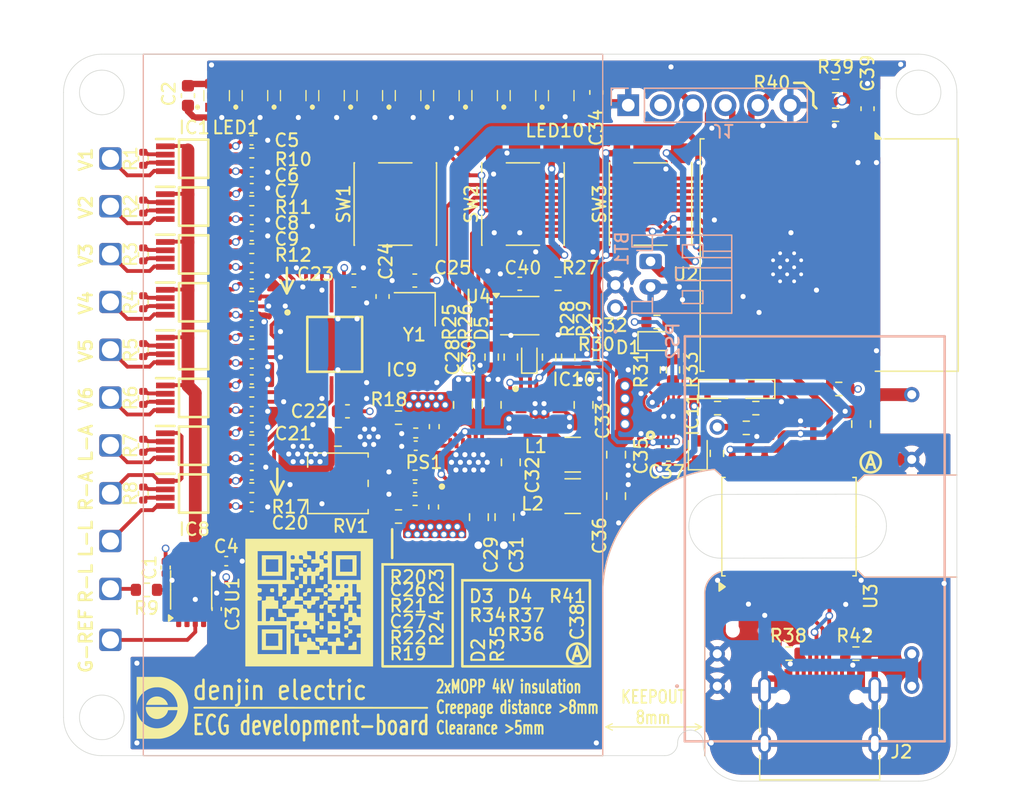
<source format=kicad_pcb>
(kicad_pcb (version 20241229) (generator "pcbnew") (generator_version "9.0")
  (layers (0 "F.Cu" signal) (4 "In1.Cu" signal) (6 "In2.Cu" signal) (2 "B.Cu" signal) (13 "F.Paste" user) (15 "B.Paste" user) (5 "F.SilkS" user "F.Silkscreen") (7 "B.SilkS" user "B.Silkscreen") (1 "F.Mask" user) (3 "B.Mask" user) (25 "Edge.Cuts" user))
  (net 0 "")
  (net 1 "+BATT")
  (net 2 "GNDPWR")
  (net 3 "Net-(IC9-CAP)")
  (net 4 "VDD")
  (net 5 "VCC")
  (net 6 "Net-(PS1-BYP+)")
  (net 7 "Net-(PS1-BYP-)")
  (net 8 "VSS")
  (net 9 "+5V")
  (net 10 "-5V")
  (net 11 "Net-(PS1-C+)")
  (net 12 "Net-(PS1-C-)")
  (net 13 "Net-(D1-K)")
  (net 14 "Net-(D1-A)")
  (net 15 "Net-(D2-K)")
  (net 16 "Net-(D2-A)")
  (net 17 "Net-(IC1-+IN)")
  (net 18 "GND")
  (net 19 "Net-(IC1-RG_1)")
  (net 20 "GNDREF")
  (net 21 "Net-(IC1-RG_2)")
  (net 22 "Net-(IC1-VOUT)")
  (net 23 "Net-(IC2-RG_1)")
  (net 24 "Net-(IC2-VOUT)")
  (net 25 "Net-(IC2-+IN)")
  (net 26 "Net-(IC2-RG_2)")
  (net 27 "Net-(IC3-+IN)")
  (net 28 "Net-(IC3-RG_2)")
  (net 29 "Net-(IC3-VOUT)")
  (net 30 "Net-(IC3-RG_1)")
  (net 31 "Net-(IC4-+IN)")
  (net 32 "Net-(IC4-VOUT)")
  (net 33 "Net-(IC4-RG_1)")
  (net 34 "Net-(IC4-RG_2)")
  (net 35 "Net-(IC5-RG_1)")
  (net 36 "Net-(IC5-RG_2)")
  (net 37 "Net-(IC5-VOUT)")
  (net 38 "Net-(IC5-+IN)")
  (net 39 "CLK")
  (net 40 "DRDY")
  (net 41 "Net-(D5-K)")
  (net 42 "V2")
  (net 43 "SYNC{slash}RESET")
  (net 44 "DOUT")
  (net 45 "CS0")
  (net 46 "Net-(D5-A)")
  (net 47 "V1")
  (net 48 "V3")
  (net 49 "V4")
  (net 50 "V6")
  (net 51 "SCLK")
  (net 52 "DIN")
  (net 53 "V5")
  (net 54 "II")
  (net 55 "I")
  (net 56 "Net-(IC7-RG_2)")
  (net 57 "Net-(IC7-VOUT)")
  (net 58 "Net-(IC7-RG_1)")
  (net 59 "Net-(IC6-RG_2)")
  (net 60 "Net-(IC8-VOUT)")
  (net 61 "L-ARM")
  (net 62 "Net-(IC8-RG_1)")
  (net 63 "R-ARM")
  (net 64 "L-LEG")
  (net 65 "Net-(IC6-RG_1)")
  (net 66 "Net-(IC8-RG_2)")
  (net 67 "Net-(IC6-VOUT)")
  (net 69 "Net-(IC10-SW1)")
  (net 70 "Net-(IC10-FB2)")
  (net 71 "Net-(IC6-+IN)")
  (net 72 "Net-(IC10-SW2)")
  (net 74 "Net-(IC10-FB1)")
  (net 75 "Net-(IC11-IN)")
  (net 76 "Net-(IC11-ILIM{slash}VSET)")
  (net 77 "Net-(IC11-TS{slash}MR)")
  (net 78 "Net-(IC11-ISET)")
  (net 79 "Net-(BT1-+)")
  (net 82 "Net-(PS2-+VIN_1)")
  (net 84 "Net-(U3-UD-)")
  (net 85 "GND2")
  (net 86 "Net-(U3-UD+)")
  (net 87 "Net-(J2-CC2)")
  (net 88 "SDA")
  (net 89 "SCL")
  (net 90 "Net-(PS1-ADJ-)")
  (net 91 "Net-(PS1-ADJ+)")
  (net 92 "Net-(PS1-RT)")
  (net 93 "Net-(PS2-TRIM)")
  (net 94 "Net-(J2-CC1)")
  (net 97 "R-LEG")
  (net 98 "Net-(LED2-DI)")
  (net 99 "GNDREF-in")
  (net 100 "USB_D-")
  (net 101 "USB_D+")
  (net 102 "Net-(LED3-DI)")
  (net 103 "Net-(LED4-DI)")
  (net 104 "PWR-OFF")
  (net 105 "Net-(LED5-DI)")
  (net 106 "Net-(LED6-DI)")
  (net 107 "Net-(LED1-DI)")
  (net 108 "Net-(LED7-DI)")
  (net 109 "Net-(LED8-DI)")
  (net 110 "Net-(LED10-DO)")
  (net 111 "Net-(R9-Pad1)")
  (net 112 "Net-(R18-Pad1)")
  (net 113 "Net-(R19-Pad2)")
  (net 114 "Net-(U4-Q)")
  (net 115 "Net-(LED10-DI)")
  (net 116 "Net-(U2-EN)")
  (net 117 "Net-(D3-A)")
  (net 118 "Net-(D4-A)")
  (net 119 "Net-(D4-K)")
  (net 120 "Net-(D3-K)")
  (net 121 "Net-(U2-IO2)")
  (net 122 "Net-(U4-D)")
  (footprint "Resistor_SMD:R_0603_1608Metric" (layer "F.Cu") (at 165.049999 89.249999 -90)
    (property "Reference" "R26")
    (property "Value" "4.7k±0.5%")
  )
  (footprint "samacsys:SOP65P490X110-8N" (layer "F.Cu") (at 140.2 81.2)
    (property "Reference" "IC3" (hide yes))
    (property "Value" "AD8220BRMZ-RL" (hide yes))
  )
  (footprint "Button_Switch_SMD:SW_SPST_PTS645" (layer "F.Cu") (at 166 77.25 90)
    (property "Reference" "SW2")
    (property "Value" "SW_Push")
  )
  (footprint "Capacitor_SMD:C_0402_1005Metric" (layer "F.Cu") (at 144.75 93.5)
    (property "Reference" "C16" (hide yes))
    (property "Value" "0.01uF")
  )
  (footprint "Resistor_SMD:R_0603_1608Metric" (layer "F.Cu") (at 190.75 91.75)
    (property "Reference" "R41")
    (property "Value" "10k")
  )
  (footprint "Resistor_SMD:R_0603_1608Metric" (layer "F.Cu") (at 176.5 86.5 180)
    (property "Reference" "R32")
    (property "Value" "1k")
  )
  (footprint "Resistor_SMD:R_0402_1005Metric" (layer "F.Cu") (at 144.75 77 180)
    (property "Reference" "R11")
    (property "Value" "10k±0.1%")
  )
  (footprint "Resistor_SMD:R_0603_1608Metric" (layer "F.Cu") (at 136.5 107.5 180)
    (property "Reference" "R9")
    (property "Value" "1k")
  )
  (footprint "samacsys:SOP65P490X110-8N" (layer "F.Cu") (at 140.2 92.45)
    (property "Reference" "IC6" (hide yes))
    (property "Value" "AD8220BRMZ-RL" (hide yes))
  )
  (footprint "Resistor_SMD:R_0603_1608Metric" (layer "F.Cu") (at 156.25 94)
    (property "Reference" "R18")
    (property "Value" "10k")
  )
  (footprint "original:RI-1S0-SG4.2SMT" (layer "F.Cu") (at 133.675 81.175)
    (property "Reference" "TP3" (hide yes))
    (property "Value" "Pin socket")
  )
  (footprint "Capacitor_SMD:C_0402_1005Metric" (layer "F.Cu") (at 142.75 105.25)
    (property "Reference" "C4")
    (property "Value" "0.01uF")
  )
  (footprint "original:logo2" (layer "F.Cu") (at 137.332814 116.742196)
    (property "Reference" " ")
    (property "Value" "LOGO" (hide yes))
  )
  (footprint "Button_Switch_SMD:SW_SPST_PTS645" (layer "F.Cu") (at 176 77.25 -90)
    (property "Reference" "SW3")
    (property "Value" "SW_Push")
  )
  (footprint "Capacitor_SMD:C_0402_1005Metric" (layer "F.Cu") (at 144.75 98.5)
    (property "Reference" "C19" (hide yes))
    (property "Value" "0.01uF")
  )
  (footprint "Capacitor_SMD:C_0603_1608Metric" (layer "F.Cu") (at 177.4 96.9)
    (property "Reference" "C37")
    (property "Value" "0.1u")
  )
  (footprint "Resistor_SMD:R_0402_1005Metric" (layer "F.Cu") (at 136.25 84.95 90)
    (property "Reference" "R4")
    (property "Value" "499±0.1%")
  )
  (footprint "samacsys:SOP65P490X110-8N" (layer "F.Cu") (at 140.2 99.95)
    (property "Reference" "IC8")
    (property "Value" "AD8220BRMZ-RL" (hide yes))
  )
  (footprint "Resistor_SMD:R_0402_1005Metric" (layer "F.Cu") (at 144.75 88.25 180)
    (property "Reference" "R14" (hide yes))
    (property "Value" "10k±0.1%")
  )
  (footprint "original:RI-1S0-SG4.2SMT" (layer "F.Cu") (at 133.675 96.175)
    (property "Reference" "TP7" (hide yes))
    (property "Value" "Pin socket")
  )
  (footprint "Capacitor_SMD:C_0402_1005Metric" (layer "F.Cu") (at 144.75 87.25)
    (property "Reference" "C13" (hide yes))
    (property "Value" "0.01uF")
  )
  (footprint "Resistor_SMD:R_0603_1608Metric" (layer "F.Cu") (at 181.25 93.25)
    (property "Reference" "R34")
    (property "Value" "10k")
  )
  (footprint "Resistor_SMD:R_0402_1005Metric" (layer "F.Cu") (at 136.25 96.2 90)
    (property "Reference" "R7")
    (property "Value" "499±0.1%")
  )
  (footprint "Resistor_SMD:R_0603_1608Metric" (layer "F.Cu") (at 190.5 70.25 180)
    (property "Reference" "R40")
    (property "Value" "10k")
  )
  (footprint "Resistor_SMD:R_0603_1608Metric" (layer "F.Cu") (at 176.25 90.25 -90)
    (property "Reference" "R31")
    (property "Value" "5k±0.1%")
  )
  (footprint "Capacitor_SMD:C_0805_2012Metric" (layer "F.Cu") (at 162.549999 101.799998 90)
    (property "Reference" "C29")
    (property "Value" "10uF")
  )
  (footprint "Resistor_SMD:R_0603_1608Metric" (layer "F.Cu") (at 163.549999 89.249999 -90)
    (property "Reference" "R25")
    (property "Value" "15K±0.5%")
  )
  (footprint "Oscillator:Oscillator_SMD_SeikoEpson_SG210-4Pin_2.5x2.0mm" (layer "F.Cu") (at 157.525 85.5 180)
    (property "Reference" "Y1")
    (property "Value" "SG-210STF")
  )
  (footprint "samacsys:WS2812C2020" (layer "F.Cu") (at 166 68.75 -90)
    (property "Reference" "LED9" (hide yes))
    (property "Value" "WS2812C-2020" (hide yes))
  )
  (footprint "original:RI-1S0-SG4.2SMT" (layer "F.Cu") (at 133.675 88.675)
    (property "Reference" "TP5" (hide yes))
    (property "Value" "Pin socket")
  )
  (footprint "Capacitor_SMD:C_0402_1005Metric" (layer "F.Cu") (at 157.599999 96.199999 180)
    (property "Reference" "C26")
    (property "Value" "0.01uF")
  )
  (footprint "Capacitor_SMD:C_0402_1005Metric" (layer "F.Cu") (at 142 109 90)
    (property "Reference" "C3")
    (property "Value" "0.01uF")
  )
  (footprint "samacsys:WS2812C2020" (layer "F.Cu") (at 151 68.75 -90)
    (property "Reference" "LED4" (hide yes))
    (property "Value" "WS2812C-2020" (hide yes))
  )
  (footprint "samacsys:SOP65P490X110-8N" (layer "F.Cu") (at 140.2 84.95)
    (property "Reference" "IC4" (hide yes))
    (property "Value" "AD8220BRMZ-RL" (hide yes))
  )
  (footprint "Resistor_SMD:R_0402_1005Metric" (layer "F.Cu") (at 136.25 99.95 90)
    (property "Reference" "R8")
    (property "Value" "499±0.1%")
  )
  (footprint "Capacitor_SMD:C_0402_1005Metric" (layer "F.Cu") (at 144.75 86)
    (property "Reference" "C12" (hide yes))
    (property "Value" "0.01uF")
  )
  (footprint "Inductor_SMD:L_1210_3225Metric" (layer "F.Cu") (at 169.9 96.899998)
    (property "Reference" "L1")
    (property "Value" "4.7uH")
  )
  (footprint "Resistor_SMD:R_0402_1005Metric" (layer "F.Cu") (at 136.25 73.7 90)
    (property "Reference" "R1")
    (property "Value" "499±0.1%")
  )
  (footprint "Resistor_SMD:R_0402_1005Metric" (layer "F.Cu") (at 144.75 80.75 180)
    (property "Reference" "R12")
    (property "Value" "10k±0.1%")
  )
  (footprint "LED_SMD:LED_0603_1608Metric" (layer "F.Cu") (at 176.5 88)
    (property "Reference" "D1")
    (property "Value" "LED")
  )
  (footprint "Resistor_SMD:R_0603_1608Metric" (layer "F.Cu") (at 186.845 112.5)
    (property "Reference" "R38")
    (property "Value" "5k±0.1%")
  )
  (footprint "original:RI-1S0-SG4.2SMT" (layer "F.Cu") (at 133.675 107.425)
    (property "Reference" "TP10" (hide yes))
    (property "Value" "Pin socket")
  )
  (footprint "samacsys:QFN50P300X300X80-17N-D" (layer "F.Cu") (at 167.3 93.249998)
    (property "Reference" "IC10")
    (property "Value" "LTC3523EUD-2#TRPBF" (hide yes))
  )
  (footprint "samacsys:WS2812C2020" (layer "F.Cu") (at 154 68.75 -90)
    (property "Reference" "LED5" (hide yes))
    (property "Value" "WS2812C-2020" (hide yes))
  )
  (footprint "Resistor_SMD:R_0402_1005Metric" (layer "F.Cu") (at 157.549999 98.499999 180)
    (property "Reference" "R21")
    (property "Value" "100k")
  )
  (footprint "original:RI-1S0-SG4.2SMT" (layer "F.Cu") (at 133.675 77.425)
    (property "Reference" "TP2" (hide yes))
    (property "Value" "Pin socket")
  )
  (footprint "Package_SO:MSOP-8_3x3mm_P0.65mm" (layer "F.Cu") (at 140 107.5 90)
    (property "Reference" "U1")
    (property "Value" "AD8606ARM")
  )
  (footprint "Capacitor_SMD:C_0805_2012Metric" (layer "F.Cu") (at 164.549999 101.799999 90)
    (property "Reference" "C31")
    (property "Value" "10uF")
  )
  (footprint "original:RI-1S0-SG4.2SMT" (layer "F.Cu") (at 133.675 111.425)
    (property "Reference" "TP11" (hide yes))
    (property "Value" "Pin socket")
  )
  (footprint "Resistor_SMD:R_0402_1005Metric" (layer "F.Cu") (at 158.999999 100.999999 -90)
    (property "Reference" "R24")
    (property "Value" "1k±0.25%")
  )
  (footprint "Resistor_SMD:R_0603_1608Metric" (layer "F.Cu") (at 171.75 89.999999 180)
    (property "Reference" "R30")
    (property "Value" "18k±0.5%")
  )
  (footprint "original:RI-1S0-SG4.2SMT" (layer "F.Cu") (at 133.675 84.925)
    (property "Reference" "TP4" (hide yes))
    (property "Value" "Pin socket")
  )
  (footprint "Resistor_SMD:R_0402_1005Metric" (layer "F.Cu") (at 144.75 95.75 180)
    (property "Reference" "R16" (hide yes))
    (property "Value" "10k±0.1%")
  )
  (footprint "Resistor_SMD:R_0402_1005Metric" (layer "F.Cu") (at 136.25 77.45 90)
    (property "Reference" "R2")
    (property "Value" "499±0.1%")
  )
  (footprint "samacsys:SON50P300X400X80-15N-D" (layer "F.Cu") (at 161.8 97.499999 90)
    (property "Reference" "PS1")
    (property "Value" "LTC3260IDE#PBF" (hide yes))
  )
  (footprint "LED_SMD:LED_0603_1608Metric" (layer "F.Cu") (at 179.7 96.6 90)
    (property "Reference" "D2")
    (property "Value" "LED")
  )
  (footprint "Capacitor_SMD:C_0603_1608Metric" (layer "F.Cu") (at 152.25 93.5)
    (property "Reference" "C22")
    (property "Value" "1u")
  )
  (footprint "Resistor_SMD:R_0402_1005Metric" (layer "F.Cu") (at 159.049999 94.699999 90)
    (property "Reference" "R23")
    (property "Value" "21k±0.25%")
  )
  (footprint "Capacitor_SMD:C_0805_2012Metric" (layer "F.Cu") (at 161.299999 92.999999 -90)
    (property "Reference" "C28")
    (property "Value" "10uF")
  )
  (footprint "LED_SMD:LED_0603_1608Metric" (layer "F.Cu") (at 184.25 91.75 180)
    (property "Reference" "D4")
    (property "Value" "LED")
  )
  (footprint "Capacitor_SMD:C_0603_1608Metric" (layer "F.Cu") (at 155 84.5 -90)
    (property "Reference" "C24")
    (property "Value" "0.22u")
  )
  (footprint "Capacitor_SMD:C_0805_2012Metric" (layer "F.Cu") (at 173.3 100.149998 90)
    (property "Reference" "C36")
    (property "Value" "1u")
  )
  (footprint "samacsys:QFP50P700X700X120-32N" (layer "F.Cu") (at 151.25 88.25)
    (property "Reference" "IC9")
    (property "Value" "ADS131M08IPBS" (hide yes))
  )
  (footprint "samacsys:SOP65P490X110-8N" (layer "F.Cu") (at 140.2 96.2)
    (property "Reference" "IC7" (hide yes))
    (property "Value" "AD8220BRMZ-RL" (hide yes))
  )
  (footprint "original:ESP32-C3-WROOM-02" (layer "F.Cu") (at 186.9 81.25 -90)
    (property "Reference" "U2")
    (property "Value" "ESP32-C3-WROOM-02")
  )
  (footprint "Package_SO:SOIC-16W_7.5x10.3mm_P1.27mm" (layer "F.Cu") (at 186.845 102.545 90)
    (property "Reference" "U3")
    (property "Value" "ADUM4160")
  )
  (footprint "samacsys:SOP65P490X110-8N" (layer "F.Cu") (at 140.2 73.7)
    (property "Reference" "IC1")
    (property "Value" "AD8220BRMZ-RL" (hide yes))
  )
  (footprint "samacsys:WS2812C2020" (layer "F.Cu") (at 142 68.75 -90)
    (property "Reference" "LED1")
    (property "Value" "WS2812C-2020" (hide yes))
  )
  (footprint "Capacitor_SMD:C_0402_1005Metric" (layer "F.Cu") (at 144.75 101)
    (property "Reference" "C20")
    (property "Value" "0.01uF")
  )
  (footprint "Resistor_SMD:R_0603_1608Metric" (layer "F.Cu") (at 192.095 112.5 180)
    (property "Reference" "R42")
    (property "Value" "5k±0.1%")
  )
  (footprint "Resistor_SMD:R_0402_1005Metric" (layer "F.Cu") (at 144.75 99.5 180)
    (property "Reference" "R17")
    (property "Value" "10k±0.1%")
  )
  (footprint "Capacitor_SMD:C_0603_1608Metric" (layer "F.Cu") (at 171.75 68.5 -90)
    (property "Reference" "C34")
    (property "Value" "0.1u")
  )
  (footprint "Button_Switch_SMD:SW_SPST_PTS645" (layer "F.Cu") (at 156 77.25 90)
    (property "Reference" "SW1")
    (property "Value" "SW_Push")
  )
  (footprint "Resistor_SMD:R_0402_1005Metric" (layer "F.Cu") (at 157.549999 100.499999 180)
    (property "Reference" "R22")
    (property "Value" "12k±0.25%")
  )
  (footprint "Capacitor_SMD:C_0805_2012Metric" (layer "F.Cu") (at 170.75 92.999999 90)
    (property "Reference" "C33")
    (property "Value" "1u")
  )
  (footprint "Capacitor_SMD:C_0805_2012Metric" (layer "F.Cu") (at 173.3 96.899998 -90)
    (property "Reference" "C35")
    (property "Value" "1u")
  )
  (footprint "samacsys:WS2812C2020" (layer "F.Cu") (at 169 68.75 -90)
    (property "Reference" "LED10")
    (property "Value" "WS2812C-2020" (hide yes))
  )
  (footprint "LED_SMD:LED_0603_1608Metric" (layer "F.Cu") (at 181.25 91.75)
    (property "Reference" "D3")
    (property "Value" "LED")
  )
  (footprint "Resistor_SMD:R_0402_1005Metric" (layer "F.Cu") (at 157.599999 95.199999 180)
    (property "Reference" "R20")
    (property "Value" "12k±0.25%")
  )
  (footprint "Capacitor_SMD:C_0402_1005Metric" (layer "F.Cu") (at 144.75 79.75)
    (property "Reference" "C9")
    (property "Value" "0.01uF")
  )
  (footprint "Resistor_SMD:R_0603_1608Metric" (layer "F.Cu") (at 168.75 83.5 180)
    (property "Reference" "R27")
    (property "Value" "40k")
  )
  (footprint "Inductor_SMD:L_1210_3225Metric" (layer "F.Cu") (at 169.9 100.149998 180)
    (property "Reference" "L2")
    (property "Value" "4.7uH")
  )
  (footprint "Resistor_SMD:R_0603_1608Metric" (layer "F.Cu") (at 184.25 93.25 180)
    (property "Reference" "R37")
    (property "Value" "10k")
  )
  (footprint "Capacitor_SMD:C_0603_1608Metric" (layer "F.Cu") (at 139.75 68.75 -90)
    (property "Reference" "C2")
    (property "Value" "0.1u")
  )
  (footprint "Capacitor_SMD:C_0402_1005Metric" (layer "F.Cu") (at 144.75 91)
    (property "Reference" "C15" (hide yes))
    (property "Value" "0.01uF")
  )
  (footprint "Diode_SMD:D_SOD-523" (layer "F.Cu") (at 166.5 89.25 90)
    (property "Reference" "D5")
    (property "Value" "RB520S")
  )
  (footprint "original:RI-1S0-SG4.2SMT" (layer "F.Cu") (at 133.675 92.425)
    (property "Reference" "TP6" (hide yes))
    (property "Value" "Pin socket")
  )
  (footprint "Capacitor_SMD:C_0603_1608Metric" (layer "F.Cu") (at 152.75 83.25 180)
    (property "Reference" "C23")
    (property "Value" "1u")
  )
  (footprint "Capacitor_SMD:C_0805_2012Metric" (layer "F.Cu") (at 192.5 94.5 -90)
    (property "Reference" "C38")
    (property "Value" "1u")
  )
  (footprint "Capacitor_SMD:C_0402_1005Metric" (layer "F.Cu") (at 144.75 76)
    (property "Reference" "C7")
    (property "Value" "0.01uF")
  )
  (footprint "original:RI-1S0-SG4.2SMT" (layer "F.Cu") (at 133.675 103.675)
    (property "Reference" "TP9" (hide yes))
    (property "Value" "Pin socket")
  )
  (footprint "Resistor_SMD:R_0603_1608Metric" (layer "F.Cu") (at 190.5 68)
    (property "Reference" "R39")
    (property "Value" "10k")
  )
  (footprint "samacsys:WS2812C2020" (layer "F.Cu") (at 145 68.75 -90)
    (property "Reference" "LED2" (hide yes))
    (property "Value" "WS2812C-2020" (hide yes))
  )
  (footprint "Resistor_SMD:R_0402_1005Metric" (layer "F.Cu") (at 136.25 88.7 90)
    (property "Reference" "R5")
    (property "Value" "499±0.1%")
  )
  (footprint "Capacitor_SMD:C_0402_1005Metric" (layer "F.Cu") (at 144.75 97.25)
    (property "Reference" "C18" (hide yes))
    (property "Value" "0.01uF")
  )
  (footprint "samacsys:WS2812C2020" (layer "F.Cu") (at 160 68.75 -90)
    (property "Reference" "LED7" (hide yes))
    (property "Value" "WS2812C-2020" (hide yes))
  )
  (footprint "Resistor_SMD:R_0603_1608Metric" (layer "F.Cu") (at 156.25 101.75 180)
    (property "Reference" "R19")
    (property "Value" "10k")
  )
  (footprint "Package_SO:SSOP-8_2.95x2.8mm_P0.65mm" (layer "F.Cu") (at 165.75 86)
    (property "Reference" "U4")
    (property "Value" "TC74WH74FU")
  )
  (footprint "Potentiometer_SMD:Potentiometer_Bourns_3314J_Vertical" (layer "F.Cu") (at 151.5 99.15 -90)
    (property "Reference" "RV1")
    (property "Value" "10k")
  )
  (footprint "Resistor_SMD:R_0603_1608Metric" (layer "F.Cu") (at 181.2 96.8 -90)
    (property "Reference" "R35")
    (property "Value" "5k±0.1%")
  )
  (footprint "Resistor_SMD:R_0603_1608Metric" (layer "F.Cu") (at 177.75 90.249999 -90)
    (property "Reference" "R33")
    (property "Value" "5k±0.1%")
  )
  (footprint "Capacitor_SMD:C_0402_1005Metric" (layer "F.Cu") (at 144.73 72.25)
    (property "Reference" "C5")
    (property "Value" "0.01uF")
  )
  (footprint "samacsys:WS2812C2020" (layer "F.Cu") (at 163 68.75 -90)
    (property "Reference" "LED8" (hide yes))
    (property "Value" "WS2812C-2020" (hide yes))
  )
  (footprint "Resistor_SMD:R_0603_1608Metric" (layer "F.Cu") (at 183.5 94.8 180)
    (property "Reference" "R36")
    (property "Value" "1k")
  )
  (footprint "Resistor_SMD:R_0402_1005Metric" (layer "F.Cu") (at 144.75 92 180)
    (property "Reference" "R15" (hide yes))
    (property "Value" "10k±0.1%")
  )
  (footprint "Resistor_SMD:R_0603_1608Metric" (layer "F.Cu") (at 169.549999 89.249999 90)
    (property "Reference" "R29")
    (property "Value" "4K±0.5%")
  )
  (footprint "Capacitor_SMD:C_0402_1005Metric" (layer "F.Cu") (at 144.75 82.25)
    (property "Reference" "C10" (hide yes))
    (property "Value" "0.01uF")
  )
  (footprint "Capacitor_SMD:C_0402_1005Metric" (layer "F.Cu") (at 144.75 83.5)
    (property "Reference" "C11" (hide yes))
    (property "Value" "0.01uF")
  )
  (footprint "Capacitor_SMD:C_0402_1005Metric" (layer "F.Cu") (at 144.75 74.75)
    (property "Reference" "C6")
    (property "Value" "0.01uF")
  )
  (footprint "Capacitor_SMD:C_0805_2012Metric" (layer "F.Cu") (at 165.049999 97.499999 -90)
    (property "Reference" "C32")
    (property "Value" "1u")
  )
  (footprint "Capacitor_SMD:C_0402_1005Metric" (layer "F.Cu") (at 144.75 94.75)
    (property "Reference" "C17" (hide yes))
    (property "Value" "0.01uF")
  )
  (footprint "samacsys:SON40P220X200X80-11N" (layer "F.Cu") (at 177.4 93.9 90)
    (property "Reference" "IC11")
    (property "Value" "BQ25185DLHR" (hide yes))
  )
  (footprint "original:QRcode2" (layer "F.Cu") (at 149.25 108.5)
    (property "Reference" "G***" (hide yes))
    (property "Value" "LOGO" (hide yes))
  )
  (footprint "Resistor_SMD:R_0402_1005Metric" (layer "F.Cu") (at 144.75 84.5 180)
    (property "Reference" "R13" (hide yes))
    (property "Value" "10k±0.1%")
  )
  (footprint "Capacitor_SMD:C_0402_1005Metric" (layer "F.Cu") (at 144.75 89.75)
    (property "Reference" "C14" (hide yes))
    (property "Value" "0.01uF")
  )
  (footprint "samacsys:SOP65P490X110-8N" (layer "F.Cu") (at 140.2 77.45)
    (property "Reference" "IC2" (hide yes))
    (property "Value" "AD8220BRMZ-RL" (hide yes))
  )
  (footprint "Resistor_SMD:R_0402_1005Metric" (layer "F.Cu") (at 144.75 73.25 180)
    (property "Reference" "R10")
    (property "Value" "10k±0.1%")
  )
  (footprint "Capacitor_SMD:C_0603_1608Metric" (layer "F.Cu") (at 157.525 83.25 180)
    (property "Reference" "C25")
    (property "Value" "0.1u")
  )
  (footprint "samacsys:WS2812C2020" (layer "F.Cu") (at 148 68.75 -90)
    (property "Reference" "LED3" (hide yes))
    (property "Value" "WS2812C-2020" (hide yes))
  )
  (footprint "Capacitor_SMD:C_0402_1005Metric" (layer "F.Cu") (at 144.75 78.5)
    (property "Reference" "C8")
    (property "Value" "0.01uF")
  )
  (footprint "samacsys:WS2812C2020" (layer "F.Cu") (at 157 68.75 -90)
    (property "Reference" "LED6" (hide yes))
    (property "Value" "WS2812C-2020" (hide yes))
  )
  (footprint "Capacitor_SMD:C_0402_1005Metric" (layer "F.Cu") (at 138 105.75 -90)
    (property "Reference" "C1")
    (property "Value" "0.01uF")
  )
  (footprint "Resistor_SMD:R_0402_1005Metric" (layer "F.Cu") (at 136.25 92.45 90)
    (property "Reference" "R6")
    (property "Value" "499±0.1%")
  )
  (footprint "Capacitor_SMD:C_0402_1005Metric" (layer "F.Cu") (at 157.549999 99.5 180)
    (property "Reference" "C27")
    (property "Value" "0.01uF")
  )
  (footprint "Resistor_SMD:R_0603_1608Metric" (layer "F.Cu") (at 168.049998 89.25 -90)
    (property "Reference" "R28")
    (property "Value" "10k")
  )
  (footprint "Capacitor_SMD:C_0603_1608Metric" (layer "F.Cu") (at 165.75 83.5 180)
    (property "Reference" "C40")
    (property "Value" "0.01uF")
  )
  (footprint "Capacitor_SMD:C_0805_2012Metric" (layer "F.Cu") (at 151.5 95.5)
    (property "Reference" "C21")
    (property "Value" "1u")
  )
  (footprint "Capacitor_SMD:C_0603_1608Metric" (layer "F.Cu") (at 193 69.775 90)
    (property "Reference" "C39")
    (property "Value" "0.1u")
  )
  (footprint "original:RI-1S0-SG4.2SMT" (layer "F.Cu") (at 133.675 73.675)
    (property "Reference" "TP1" (hide yes))
    (property "Value" "Pin socket")
  )
  (footprint "Resistor_SMD:R_0402_1005Metric" (layer "F.Cu") (at 136.25 81.2 90)
    (property "Reference" "R3")
    (property "Value" "499±0.1%")
  )
  (footprint "samacsys:SOP65P490X110-8N" (layer "F.Cu") (at 140.2 88.7)
    (property "Reference" "IC5" (hide yes))
    (property "Value" "AD8220BRMZ-RL" (hide yes))
  )
  (footprint "original:RI-1S0-SG4.2SMT" (layer "F.Cu") (at 133.675 99.925)
    (property "Reference" "TP8" (hide yes))
    (property "Value" "Pin socket")
  )
  (footprint "Capacitor_SMD:C_0805_2012Metric" (layer "F.Cu") (at 163.549999 92.999999 90)
    (property "Reference" "C30")
    (property "Value" "1u")
  )
  (footprint "original:USB_C_Receptacle_HRO_TYPE-C-31-M-12" (layer "F.Cu") (at 189.25 118.5)
    (property "Reference" "J2")
    (property "Value" "USB_C_Receptacle_USB2.0_16P")
  )
  (footprint "Connector_PinHeader_2.54mm:PinHeader_1x06_P2.54mm_Vertical" (layer "B.Cu") (at 174.25 69.5 -90)
    (property "Reference" "J1")
    (property "Value" "Conn_01x06_Socket")
  )
  (footprint "samacsys:103JT050" (layer "B.Cu") (at 173.25 85.4 90)
    (property "Reference" "TH1" (hide yes))
    (property "Value" "10k NTC" (hide yes))
  )
  (footprint "samacsys:JHM1005S05" (layer "B.Cu") (at 181.225 115.055 -90)
    (property "Reference" "PS2")
    (property "Value" "JHM1005S05" (hide yes))
  )
  (footprint "Connector_JST:JST_PH_S2B-PH-K_1x02_P2.00mm_Horizontal" (layer "B.Cu") (at 176 81.749999 -90)
    (property "Reference" "BT1")
    (property "Value" "Battery_Cell")
  )
  (gr_line (start 147.5 82.25) (end 147.5 84.25) (stroke (width 0.2)) (layer "F.SilkS"))
  (gr_line (start 173 118) (end 172.5 118.25) (stroke (width 0.1)) (layer "F.SilkS"))
  (gr_line (start 180 118.25) (end 179.5 118) (stroke (width 0.1)) (layer "F.SilkS"))
  (gr_rect (start 161.25 106.75) (end 171.25 113.5) (stroke (width 0.2)) (fill no) (layer "F.SilkS"))
  (gr_line (start 146.75 100) (end 146.25 99) (stroke (width 0.2)) (layer "F.SilkS"))
  (gr_line (start 192.75 98.5) (end 200 98.5) (stroke (width 0.1)) (layer "F.SilkS"))
  (gr_line (start 148 83.25) (end 147.5 84.25) (stroke (width 0.2)) (layer "F.SilkS"))
  (gr_line (start 172.25 120.5) (end 172.25 107.75) (stroke (width 0.1)) (layer "F.SilkS"))
  (gr_line (start 173 118.5) (end 172.5 118.25) (stroke (width 0.1)) (layer "F.SilkS"))
  (gr_line (start 146.75 98) (end 146.75 100) (stroke (width 0.2)) (layer "F.SilkS"))
  (gr_circle (center 170.25 112.5) (end 171 112.75) (stroke (width 0.2)) (fill no) (layer "F.SilkS"))
  (gr_arc (start 180.25 107.75) (mid 180.580326 106.726757) (end 181.446601 106.089804) (stroke (width 0.1)) (layer "F.SilkS"))
  (gr_line (start 140.25 116.742196) (end 158.5 116.75) (stroke (width 0.15)) (layer "F.SilkS"))
  (gr_line (start 147.25 99) (end 146.75 100) (stroke (width 0.2)) (layer "F.SilkS"))
  (gr_line (start 180.25 107.75) (end 180.25 120.5) (stroke (width 0.1)) (layer "F.SilkS"))
  (gr_line (start 172.5 118.25) (end 180 118.25) (stroke (width 0.1)) (layer "F.SilkS"))
  (gr_line (start 147.5 84.25) (end 147 83.25) (stroke (width 0.2)) (layer "F.SilkS"))
  (gr_circle (center 193.25 97.5) (end 194 97.75) (stroke (width 0.2)) (fill no) (layer "F.SilkS"))
  (gr_line (start 188 67.75) (end 188.75 68.5) (stroke (width 0.2)) (layer "F.SilkS"))
  (gr_line (start 181.5 98.5) (end 181.005219 98.050881) (stroke (width 0.1)) (layer "F.SilkS"))
  (gr_line (start 192.25 99) (end 192.75 98.5) (stroke (width 0.1)) (layer "F.SilkS"))
  (gr_line (start 155.75 105) (end 155.75 102.75) (stroke (width 0.2)) (layer "F.SilkS"))
  (gr_line (start 200 106.5) (end 192.75 106.5) (stroke (width 0.1)) (layer "F.SilkS"))
  (gr_line (start 187.25 67.75) (end 188 67.75) (stroke (width 0.2)) (layer "F.SilkS"))
  (gr_line (start 192.75 106.5) (end 192.25 106) (stroke (width 0.1)) (layer "F.SilkS"))
  (gr_line (start 180 118.25) (end 179.5 118.5) (stroke (width 0.1)) (layer "F.SilkS"))
  (gr_arc (start 172.25 107.75) (mid 174.762541 101.216877) (end 181.005219 98.050881) (stroke (width 0.1)) (layer "F.SilkS"))
  (gr_line (start 188.75 69.5) (end 189 69.75) (stroke (width 0.2)) (layer "F.SilkS"))
  (gr_line (start 188.75 68.5) (end 188.75 69.5) (stroke (width 0.2)) (layer "F.SilkS"))
  (gr_rect (start 155 105.5) (end 160.5 113.5) (stroke (width 0.2)) (fill no) (layer "F.SilkS"))
  (gr_arc (start 172.25 107.75) (mid 174.762541 101.216877) (end 181.005219 98.050881) (stroke (width 0.1)) (layer "B.SilkS"))
  (gr_line (start 172.25 120.5) (end 172.25 107.75) (stroke (width 0.1)) (layer "B.SilkS"))
  (gr_line (start 192.75 98.5) (end 200 98.5) (stroke (width 0.1)) (layer "B.SilkS"))
  (gr_rect (start 136.25 65.5) (end 172.25 120.5) (stroke (width 0.1)) (fill no) (layer "B.SilkS"))
  (gr_line (start 180.25 107.75) (end 180.25 120.5) (stroke (width 0.1)) (layer "B.SilkS"))
  (gr_line (start 192.75 106.5) (end 192.25 106) (stroke (width 0.1)) (layer "B.SilkS"))
  (gr_line (start 181.5 98.5) (end 181.005219 98.050881) (stroke (width 0.1)) (layer "B.SilkS"))
  (gr_line (start 200 106.5) (end 192.75 106.5) (stroke (width 0.1)) (layer "B.SilkS"))
  (gr_line (start 192.25 99) (end 192.75 98.5) (stroke (width 0.1)) (layer "B.SilkS"))
  (gr_arc (start 180.250001 107.75) (mid 180.580327 106.726757) (end 181.446602 106.089804) (stroke (width 0.1)) (layer "B.SilkS"))
  (gr_arc (start 197 65.5) (mid 199.12132 66.37868) (end 200 68.5) (stroke (width 0.05)) (layer "Edge.Cuts"))
  (gr_arc (start 200 119.5) (mid 199.12132 121.62132) (end 197 122.5) (stroke (width 0.05)) (layer "Edge.Cuts"))
  (gr_line (start 181.5 100.017767) (end 191.982233 100) (stroke (width 0.05)) (layer "Edge.Cuts"))
  (gr_arc (start 178.12132 119.5) (mid 177.828427 120.207107) (end 177.12132 120.5) (stroke (width 0.05)) (layer "Edge.Cuts"))
  (gr_arc (start 191.982233 100) (mid 193.75 100.732233) (end 194.482233 102.5) (stroke (width 0.05)) (layer "Edge.Cuts"))
  (gr_line (start 200 68.5) (end 200 119.5) (stroke (width 0.05)) (layer "Edge.Cuts"))
  (gr_line (start 191.982233 105) (end 181.5 105.017767) (stroke (width 0.05)) (layer "Edge.Cuts"))
  (gr_arc (start 181.5 105.017767) (mid 179.732233 104.285534) (end 179 102.517767) (stroke (width 0.05)) (layer "Edge.Cuts"))
  (gr_line (start 197 122.5) (end 183.12132 122.5) (stroke (width 0.05)) (layer "Edge.Cuts"))
  (gr_arc (start 183.12132 122.5) (mid 181 121.62132) (end 180.12132 119.5) (stroke (width 0.05)) (layer "Edge.Cuts"))
  (gr_arc (start 178.12132 119.5) (mid 179.12132 118.5) (end 180.12132 119.5) (stroke (width 0.05)) (layer "Edge.Cuts"))
  (gr_circle (center 133 117.5) (end 134.75 117.5) (stroke (width 0.05)) (fill no) (layer "Edge.Cuts"))
  (gr_line (start 130 117.5) (end 130 68.5) (stroke (width 0.05)) (layer "Edge.Cuts"))
  (gr_line (start 133 65.5) (end 197 65.5) (stroke (width 0.05)) (layer "Edge.Cuts"))
  (gr_arc (start 133 120.5) (mid 130.87868 119.62132) (end 130 117.5) (stroke (width 0.05)) (layer "Edge.Cuts"))
  (gr_line (start 177.127624 120.5) (end 133 120.5) (stroke (width 0.05)) (layer "Edge.Cuts"))
  (gr_circle (center 133 68.5) (end 134.75 68.5) (stroke (width 0.05)) (fill no) (layer "Edge.Cuts"))
  (gr_arc (start 130 68.5) (mid 130.87868 66.37868) (end 133 65.5) (stroke (width 0.05)) (layer "Edge.Cuts"))
  (gr_arc (start 194.482233 102.5) (mid 193.75 104.267767) (end 191.982233 105) (stroke (width 0.05)) (layer "Edge.Cuts"))
  (gr_arc (start 179 102.517767) (mid 179.732233 100.75) (end 181.5 100.017767) (stroke (width 0.05)) (layer "Edge.Cuts"))
  (gr_circle (center 197 68.5) (end 198.75 68.5) (stroke (width 0.05)) (fill no) (layer "Edge.Cuts"))
  (gr_text "L-A" (at 131.75 96 90) (layer "F.SilkS") (effects (font (size 1 1) (thickness 0.2) (bold yes))))
  (gr_text "A\n" (at 193.25 97.5 0) (layer "F.SilkS") (effects (font (size 1 1) (thickness 0.2) (bold yes))))
  (gr_text "ECG development-board" (at 140 118.992196 0) (layer "F.SilkS") (effects (font (size 1.5 1) (thickness 0.2) (bold yes)) (justify left bottom)))
  (gr_text "V2\n" (at 131.75 77.5 90) (layer "F.SilkS") (effects (font (size 1 1) (thickness 0.2) (bold yes))))
  (gr_text "G-REF" (at 131.75 111.5 90) (layer "F.SilkS") (effects (font (size 1 1) (thickness 0.2) (bold yes))))
  (gr_text "2xMOPP 4kV insulation\nCreepage distance >8mm\nClearance >5mm" (at 159.1 118.9 0) (layer "F.SilkS") (effects (font (size 1 0.65) (thickness 0.16) (bold yes)) (justify left bottom)))
  (gr_text "V5" (at 131.75 88.75 90) (layer "F.SilkS") (effects (font (size 1 1) (thickness 0.2) (bold yes))))
  (gr_text "V1" (at 131.75 73.75 90) (layer "F.SilkS") (effects (font (size 1 1) (thickness 0.2) (bold yes))))
  (gr_text "KEEPOUT\n8mm" (at 176.2 116.7 0) (layer "F.SilkS") (effects (font (size 1 0.75) (thickness 0.15) (bold yes))))
  (gr_text "R-A" (at 131.75 99.75 90) (layer "F.SilkS") (effects (font (size 1 1) (thickness 0.2) (bold yes))))
  (gr_text "V3" (at 131.75 81.25 90) (layer "F.SilkS") (effects (font (size 1 1) (thickness 0.2) (bold yes))))
  (gr_text "denjin electric" (at 140 116.242196 0) (layer "F.SilkS") (effects (font (size 1.5 1.25) (thickness 0.2) (bold yes)) (justify left bottom)))
  (gr_text "V4" (at 131.75 85 90) (layer "F.SilkS") (effects (font (size 1 1) (thickness 0.2) (bold yes))))
  (gr_text "L-L" (at 131.75 103.5 90) (layer "F.SilkS") (effects (font (size 1 1) (thickness 0.2) (bold yes))))
  (gr_text "A\n" (at 170.25 112.5 0) (layer "F.SilkS") (effects (font (size 1 1) (thickness 0.2) (bold yes))))
  (gr_text "V6" (at 131.75 92.5 90) (layer "F.SilkS") (effects (font (size 1 1) (thickness 0.2) (bold yes))))
  (gr_text "R-L" (at 131.75 107 90) (layer "F.SilkS") (effects (font (size 1 1) (thickness 0.2) (bold yes))))
  (segment (start 173.3 101.099997) (end 172.249998 101.099997) (width 1) (layer "F.Cu") (net 1))
  (segment (start 167.05 91.100066) (end 167.289359 90.860705) (width 0.3) (layer "F.Cu") (net 1))
  (segment (start 176.6 95.512308) (end 176.6 95.000001) (width 0.195) (layer "F.Cu") (net 1))
  (segment (start 164.999999 92.949999) (end 165.049999 92.999999) (width 0.3) (layer "F.Cu") (net 1))
  (segment (start 173.75 81.23) (end 172.52 81.23) (width 0.3) (layer "F.Cu") (net 1))
  (segment (start 165.049999 92.999999) (end 165.85 92.999999) (width 0.3) (layer "F.Cu") (net 1))
  (segment (start 167.05 91.799998) (end 167.05 91.100066) (width 0.3) (layer "F.Cu") (net 1))
  (segment (start 177.8 95.625002) (end 177.8 95.000001) (width 0.195) (layer "F.Cu") (net 1))
  (segment (start 173.75 73.27) (end 172.52 73.27) (width 0.5) (layer "F.Cu") (net 1))
  (segment (start 176.194835 95.917473) (end 175.832527 95.917473) (width 0.5) (layer "F.Cu") (net 1))
  (segment (start 172.52 73.27) (end 172.5 73.25) (width 0.5) (layer "F.Cu") (net 1))
  (segment (start 165 91.249998) (end 164.999999 92.949999) (width 0.3) (layer "F.Cu") (net 1))
  (segment (start 171.299999 100.149998) (end 172.075001 100.924999) (width 1) (layer "F.Cu") (net 1))
  (segment (start 172.52 81.23) (end 172.5 81.25) (width 0.3) (layer "F.Cu") (net 1))
  (segment (start 177.997498 95.864381) (end 177.997498 95.8225) (width 0.195) (layer "F.Cu") (net 1))
  (segment (start 177.997499 95.864382) (end 177.997498 95.864381) (width 0.195) (layer "F.Cu") (net 1))
  (segment (start 175.832527 95.917473) (end 175.25 96.5) (width 0.5) (layer "F.Cu") (net 1))
  (segment (start 174.025 101.099997) (end 173.3 101.099997) (width 1) (layer "F.Cu") (net 1))
  (segment (start 172.075001 100.924999) (end 172.249998 101.099997) (width 1) (layer "F.Cu") (net 1))
  (segment (start 175.25 96.5) (end 175.25 99.874997) (width 1) (layer "F.Cu") (net 1))
  (segment (start 177.997498 95.8225) (end 177.8 95.625002) (width 0.195) (layer "F.Cu") (net 1))
  (segment (start 176.194835 95.917473) (end 176.6 95.512308) (width 0.195) (layer "F.Cu") (net 1))
  (segment (start 175.25 99.874997) (end 174.025 101.099997) (width 1) (layer "F.Cu") (net 1))
  (via (at 165 91.249998) (size 0.6) (drill 0.4) (layers "F.Cu" "B.Cu") (net 1))
  (via (at 172.5 81.25) (size 0.6) (drill 0.4) (layers "F.Cu" "B.Cu") (net 1))
  (via (at 176.194835 95.917473) (size 0.6) (drill 0.4) (layers "F.Cu" "B.Cu") (net 1))
  (via (at 172.5 73.25) (size 0.6) (drill 0.4) (layers "F.Cu" "B.Cu") (net 1))
  (via (at 167.289359 90.860705) (size 0.6) (drill 0.4) (layers "F.Cu" "B.Cu") (net 1))
  (via (at 177.997499 95.864382) (size 0.6) (drill 0.4) (layers "F.Cu" "B.Cu") (net 1))
  (segment (start 173.05 95.55) (end 173.417473 95.917473) (width 0.3) (layer "B.Cu") (net 1))
  (segment (start 165 91.249998) (end 166.900066 91.249998) (width 0.3) (layer "B.Cu") (net 1))
  (segment (start 173.05 90.5) (end 173.05 95.55) (width 0.3) (layer "B.Cu") (net 1))
  (segment (start 167.289359 90.860705) (end 168.400064 89.75) (width 0.3) (layer "B.Cu") (net 1))
  (segment (start 172.5 73.25) (end 172.5 81.25) (width 0.5) (layer "B.Cu") (net 1))
  (segment (start 177.961879 95.900001) (end 176.212307 95.900001) (width 0.5) (layer "B.Cu") (net 1))
  (segment (start 172.3 89.75) (end 173.05 90.5) (width 0.3) (layer "B.Cu") (net 1))
  (segment (start 177.997499 95.864382) (end 177.961879 95.900001) (width 0.5) (layer "B.Cu") (net 1))
  (segment (start 168.400064 89.75) (end 171.670655 89.75) (width 0.3) (layer "B.Cu") (net 1))
  (segment (start 173.417473 95.917473) (end 176.194835 95.917473) (width 0.3) (layer "B.Cu") (net 1))
  (segment (start 166.900066 91.249998) (end 167.289359 90.860705) (width 0.3) (layer "B.Cu") (net 1))
  (segment (start 172.5 81.25) (end 171.670655 82.079345) (width 0.3) (layer "B.Cu") (net 1))
  (segment (start 171.670655 89.75) (end 172.3 89.75) (width 0.3) (layer "B.Cu") (net 1))
  (segment (start 171.670655 82.079345) (end 171.670655 89.75) (width 0.3) (layer "B.Cu") (net 1))
  (segment (start 156.55 84.725) (end 156.675 84.85) (width 0.3) (layer "F.Cu") (net 2))
  (segment (start 183.67 96.13) (end 183.67 97.895) (width 0.5) (layer "F.Cu") (net 2))
  (segment (start 143.23 105.25) (end 144 105.25) (width 0.3) (layer "F.Cu") (net 2))
  (segment (start 139.75 69.975) (end 139.75 69.525) (width 0.5) (layer "F.Cu") (net 2))
  (segment (start 145.849 97.881) (end 145.849 97.869) (width 0.3) (layer "F.Cu") (net 2))
  (segment (start 157.5 70.466) (end 160.4 70.466) (width 0.5) (layer "F.Cu") (net 2))
  (segment (start 145.55 69.665) (end 145.55 70.416) (width 0.5) (layer "F.Cu") (net 2))
  (segment (start 151.55 70.416) (end 151.5 70.466) (width 0.5) (layer "F.Cu") (net 2))
  (segment (start 164.75 81.25) (end 164.73 81.23) (width 0.5) (layer "F.Cu") (net 2))
  (segment (start 178.45 94.15) (end 178.15 94.15) (width 0.5) (layer "F.Cu") (net 2))
  (segment (start 142.6 70.466) (end 143.351 70.466) (width 0.5) (layer "F.Cu") (net 2))
  (segment (start 151.475 94.25) (end 152.449999 95.224999) (width 0.3) (layer "F.Cu") (net 2))
  (segment (start 153.025 85) (end 153 85.025) (width 0.3) (layer "F.Cu") (net 2))
  (segment (start 165.049999 88.424999) (end 165.049999 87.549999) (width 0.3) (layer "F.Cu") (net 2))
  (segment (start 145.5 70.466) (end 148.4 70.466) (width 0.5) (layer "F.Cu") (net 2))
  (segment (start 192.5 95.449999) (end 192.5 97.75) (width 0.5) (layer "F.Cu") (net 2))
  (segment (start 157.55 70.416) (end 157.5 70.466) (width 0.5) (layer "F.Cu") (net 2))
  (segment (start 161.299999 97) (end 161.8 97.499999) (width 0.3) (layer "F.Cu") (net 2))
  (segment (start 154.5 70.466) (end 157.4 70.466) (width 0.5) (layer "F.Cu") (net 2))
  (segment (start 151.4 70.466) (end 151.5 70.466) (width 0.5) (layer "F.Cu") (net 2))
  (segment (start 145.23 87.25) (end 145.23 86.96173) (width 0.3) (layer "F.Cu") (net 2))
  (segment (start 177 90.15) (end 177.024999 90.15) (width 0.3) (layer "F.Cu") (net 2))
  (segment (start 167.55 94.699999) (end 167.549999 93.599999) (width 0.3) (layer "F.Cu") (net 2))
  (segment (start 169.3085 70.4085) (end 169.55 70.167) (width 0.5) (layer "F.Cu") (net 2))
  (segment (start 160.55 70.416) (end 160.5 70.466) (width 0.5) (layer "F.Cu") (net 2))
  (segment (start 177.772 93.900001) (end 177.4 93.9) (width 0.195) (layer "F.Cu") (net 2))
  (segment (start 178.75 96.325002) (end 178.75 94.45) (width 0.5) (layer "F.Cu") (net 2))
  (segment (start 164.73 73.27) (end 164.75 73.25) (width 0.5) (layer "F.Cu") (net 2))
  (segment (start 163.55 70.416) (end 163.5 70.466) (width 0.5) (layer "F.Cu") (net 2))
  (segment (start 178.15 94.15) (end 177.9 93.900001) (width 0.5) (layer "F.Cu") (net 2))
  (segment (start 145.21 72.25) (end 146 72.25) (width 0.3) (layer "F.Cu") (net 2))
  (segment (start 178.2 95.000001) (end 178.200001 94.328003) (width 0.195) (layer "F.Cu") (net 2))
  (segment (start 157.55 69.665) (end 157.55 70.416) (width 0.5) (layer "F.Cu") (net 2))
  (segment (start 153 83.775) (end 153.525 83.25) (width 0.3) (layer "F.Cu") (net 2))
  (segment (start 192.355 97.895) (end 192.5 97.75) (width 0.5) (layer "F.Cu") (net 2))
  (segment (start 153.525 82.275) (end 153.5 82.25) (width 0.3) (layer "F.Cu") (net 2))
  (segment (start 160.55 69.665) (end 160.55 70.416) (width 0.5) (layer "F.Cu") (net 2))
  (segment (start 169.3085 70.4085) (end 169.251 70.466) (width 0.5) (layer "F.Cu") (net 2))
  (segment (start 156.675 84.85) (end 156.675 83.325) (width 0.3) (layer "F.Cu") (net 2))
  (segment (start 173.3 97.849997) (end 173.3 99.199999) (width 1) (layer "F.Cu") (net 2))
  (segment (start 151.5 91.475) (end 151.5 90.25) (width 0.3) (layer "F.Cu") (net 2))
  (segment (start 154.55 70.416) (end 154.5 70.466) (width 0.5) (layer "F.Cu") (net 2))
  (segment (start 191.29 97.895) (end 191.29 95.71) (width 0.5) (layer "F.Cu") (net 2))
  (segment (start 157.4 70.466) (end 157.5 70.466) (width 0.5) (layer "F.Cu") (net 2))
  (segment (start 160.5 70.466) (end 163.5 70.466) (width 0.5) (layer "F.Cu") (net 2))
  (segment (start 167.55 91.799999) (end 167.55 92.9) (width 0.3) (layer "F.Cu") (net 2))
  (segment (start 143.351 70.466) (end 142.4 70.466) (width 0.5) (layer "F.Cu") (net 2))
  (segment (start 138 106.23) (end 138 106.25) (width 0.3) (layer "F.Cu") (net 2))
  (segment (start 138 106.25) (end 138.5 106.75) (width 0.3) (layer "F.Cu") (net 2))
  (segment (start 145.23 86) (end 145.23 86.206405) (width 0.3) (layer "F.Cu") (net 2))
  (segment (start 156.75 83.25) (end 155.75 83.25) (width 0.3) (layer "F.Cu") (net 2))
  (segment (start 140.241 70.466) (end 139.75 69.975) (width 0.5) (layer "F.Cu") (net 2))
  (segment (start 167.049999 94.699999) (end 167.05 93.600001) (width 0.3) (layer "F.Cu") (net 2))
  (segment (start 153.525 83.25) (end 153.75 83.475) (width 0.3) (layer "F.Cu") (net 2))
  (segment (start 145.375 83.5) (end 145.23 83.5) (width 0.3) (layer "F.Cu") (net 2))
  (segment (start 191.29 95.71) (end 191.550001 95.449999) (width 0.5) (layer "F.Cu") (net 2))
  (segment (start 160.4 70.466) (end 160.5 70.466) (width 0.5) (layer "F.Cu") (net 2))
  (segment (start 145.97738 82.89762) (end 145.32976 82.25) (width 0.3) (layer "F.Cu") (net 2))
  (segment (start 153.75 85) (end 153.025 85) (width 0.3) (layer "F.Cu") (net 2))
  (segment (start 184.35 95.5) (end 185.25 95.5) (width 0.5) (layer "F.Cu") (net 2))
  (segment (start 184.325 95.475) (end 183.67 96.13) (width 0.5) (layer "F.Cu") (net 2))
  (segment (start 148.4 70.466) (end 148.5 70.466) (width 0.5) (layer "F.Cu") (net 2))
  (segment (start 167.05 93.600001) (end 166.999999 93.549999) (width 0.3) (layer "F.Cu") (net 2))
  (segment (start 151.5 70.466) (end 154.4 70.466) (width 0.5) (layer "F.Cu") (net 2))
  (segment (start 145.23 101) (end 146 101) (width 0.3) (layer "F.Cu") (net 2))
  (segment (start 148.55 69.665) (end 148.55 70.416) (width 0.5) (layer "F.Cu") (net 2))
  (segment (start 169.549999 88.299999) (end 168.75 87.5) (width 0.3) (layer "F.Cu") (net 2))
  (segment (start 148.5 70.466) (end 151.4 70.466) (width 0.5) (layer "F.Cu") (net 2))
  (segment (start 166.55 69.665) (end 166.55 70.416) (width 0.5) (layer "F.Cu") (net 2))
  (segment (start 145.97738 82.89762) (end 145.375 83.5) (width 0.3) (layer "F.Cu") (net 2))
  (segment (start 145.709894 86.481836) (end 145.23 86.001942) (width 0.3) (layer "F.Cu") (net 2))
  (segment (start 169.251 70.466) (end 166.5 70.466) (width 0.5) (layer "F.Cu") (net 2))
  (segment (start 155 83.75) (end 153.75 85) (width 0.3) (layer "F.Cu") (net 2))
  (segment (start 163.55 69.665) (end 163.55 70.416) (width 0.5) (layer "F.Cu") (net 2))
  (segment (start 154.4 70.466) (end 154.5 70.466) (width 0.5) (layer "F.Cu") (net 2))
  (segment (start 184.325 94.15) (end 183.425 93.25) (width 0.5) (layer "F.Cu") (net 2))
  (segment (start 145.55 70.416) (end 145.5 70.466) (width 0.5) (layer "F.Cu") (net 2))
  (segment (start 169.55 70.167) (end 169.55 69.665) (width 0.5) (layer "F.Cu") (net 2))
  (segment (start 167.55 92.9) (end 167.6 92.949998) (width 0.3) (layer "F.Cu") (net 2))
  (segment (start 156.675 83.325) (end 156.75 83.25) (width 0.3) (layer "F.Cu") (net 2))
  (segment (start 176.25 89.425) (end 176.275 89.425) (width 0.3) (layer "F.Cu") (net 2))
  (segment (start 145.32976 82.25) (end 145.23 82.25) (width 0.3) (layer "F.Cu") (net 2))
  (segment (start 145.23 89.75) (end 145.23 91) (width 0.3) (layer "F.Cu") (net 2))
  (segment (start 153 85.025) (end 153 86.25) (width 0.3) (layer "F.Cu") (net 2))
  (segment (start 145.23 76) (end 146 76) (width 0.3) (layer "F.Cu") (net 2))
  (segment (start 145.23 79.75) (end 146 79.75) (width 0.3) (layer "F.Cu") (net 2))
  (segment (start 169.549999 88.424999) (end 169.549999 88.299999) (width 0.3) (layer "F.Cu") (net 2))
  (segment (start 152.449999 95.224999) (end 152.449999 95.5) (width 0.3) (layer "F.Cu") (net 2))
  (segment (start 164.75 82.204512) (end 164.75 81.25) (width 0.5) (layer "F.Cu") (net 2))
  (segment (start 163.5 70.466) (end 166.5 70.466) (width 0.5) (layer "F.Cu") (net 2))
  (segment (start 195.025 97.275) (end 196.465 97.275) (width 1) (layer "F.Cu") (net 2))
  (segment (start 145.75 89.75) (end 146 90) (width 0.3) (layer "F.Cu") (net 2))
  (segment (start 178.200001 94.328003) (end 177.772 93.900001) (width 0.195) (layer "F.Cu") (net 2))
  (segment (start 174.025 69.275) (end 174.25 69.5) (width 0.5) (layer "F.Cu") (net 2))
  (segment (start 171.75 69.275) (end 174.025 69.275) (width 0.5) (layer "F.Cu") (net 2))
  (segment (start 164.22848 82.726032) (end 164.75 82.204512) (width 0.5) (layer "F.Cu") (net 2))
  (segment (start 164.05 86.975) (end 164.475 86.975) (width 0.3) (layer "F.Cu") (net 2))
  (segment (start 178.175 96.900002) (end 178.75 96.325002) (width 0.5) (layer "F.Cu") (net 2))
  (segment (start 193.199999 95.449999) (end 195.025 97.275) (width 1) (layer "F.Cu") (net 2))
  (segment (start 151.55 69.665) (end 151.55 70.416) (width 0.5) (layer "F.Cu") (net 2))
  (segment (start 164.73 81.23) (end 163.75 81.23) (width 0.5) (layer "F.Cu") (net 2))
  (segment (start 167.549999 93.599999) (end 167.6 93.549998) (width 0.3) (layer "F.Cu") (net 2))
  (segment (start 142.55 69.665) (end 142.55 70.416) (width 0.5) (layer "F.Cu") (net 2))
  (segment (start 161.299999 96) (end 161.299999 97) (width 0.3) (layer "F.Cu") (net 2))
  (segment (start 142.55 70.416) (end 142.6 70.466) (width 0.5) (layer "F.Cu") (net 2))
  (segment (start 166.55 70.416) (end 166.5 70.466) (width 0.5) (layer "F.Cu") (net 2))
  (segment (start 145.23 91) (end 146 91) (width 0.3) (layer "F.Cu") (net 2))
  (segment (start 191.29 97.895) (end 192.355 97.895) (width 0.5) (layer "F.Cu") (net 2))
  (segment (start 192.5 95.449999) (end 193.199999 95.449999) (width 1) (layer "F.Cu") (net 2))
  (segment (start 146 93.5) (end 145.23 93.5) (width 0.3) (layer "F.Cu") (net 2))
  (segment (start 153.525 83.25) (end 153.525 82.275) (width 0.3) (layer "F.Cu") (net 2))
  (segment (start 153.75 73.27) (end 153.75 81.23) (width 0.5) (layer "F.Cu") (net 2))
  (segment (start 145.4 70.466) (end 145.5 70.466) (width 0.5) (layer "F.Cu") (net 2))
  (segment (start 154.55 69.665) (end 154.55 70.416) (width 0.5) (layer "F.Cu") (net 2))
  (segment (start 177.024999 90.15) (end 177.75 89.424999) (width 0.3) (layer "F.Cu") (net 2))
  (segment (start 145.23 86.001942) (end 145.23 86) (width 0.3) (layer "F.Cu") (net 2))
  (segment (start 145.849 97.881) (end 145.23 98.5) (width 0.3) (layer "F.Cu") (net 2))
  (segment (start 145.849 97.869) (end 145.23 97.25) (width 0.3) (layer "F.Cu") (net 2))
  (segment (start 143.351 70.466) (end 145.4 70.466) (width 0.5) (layer "F.Cu") (net 2))
  (segment (start 184.325 95.475) (end 184.35 95.5) (width 0.5) (layer "F.Cu") (net 2))
  (segment (start 191.550001 95.449999) (end 192.5 95.449999) (width 0.5) (layer "F.Cu") (net 2))
  (segment (start 151.5 93.475) (end 151.475 93.5) (width 0.3) (layer "F.Cu") (net 2))
  (segment (start 145.23 89.75) (end 145.75 89.75) (width 0.3) (layer "F.Cu") (net 2))
  (segment (start 182.075 93.25) (end 183.425 93.25) (width 0.5) (layer "F.Cu") (net 2))
  (segment (start 176.275 89.425) (end 177 90.15) (width 0.3) (layer "F.Cu") (net 2))
  (segment (start 153 85.025) (end 153 83.775) (width 0.3) (layer "F.Cu") (net 2))
  (segment (start 142 108.52) (end 142 107.75) (width 0.3) (layer "F.Cu") (net 2))
  (segment (start 184.325 94.8) (end 184.325 94.15) (width 0.5) (layer "F.Cu") (net 2))
  (segment (start 177.9 93.900001) (end 177.4 93.9) (width 0.5) (layer "F.Cu") (net 2))
  (segment (start 145.23 86.96173) (end 145.709894 86.481836) (width 0.3) (layer "F.Cu") (net 2))
  (segment (start 148.55 70.416) (end 148.5 70.466) (width 0.5) (layer "F.Cu") (net 2))
  (segment (start 145.23 94.75) (end 146 94.75) (width 0.3) (layer "F.Cu") (net 2))
  (segment (start 146 78.5) (end 145.23 78.5) (width 0.3) (layer "F.Cu") (net 2))
  (segment (start 151.475 93.5) (end 151.475 94.25) (width 0.3) (layer "F.Cu") (net 2))
  (segment (start 184.325 94.8) (end 184.325 95.475) (width 0.5) (layer "F.Cu") (net 2))
  (segment (start 142.4 70.466) (end 140.241 70.466) (width 0.5) (layer "F.Cu") (net 2))
  (segment (start 155 83.725) (end 155 83.75) (width 0.3) (layer "F.Cu") (net 2))
  (segment (start 145.23 74.75) (end 146 74.75) (width 0.3) (layer "F.Cu") (net 2))
  (segment (start 151.5 91.475) (end 151.5 93.475) (width 0.3) (layer "F.Cu") (net 2))
  (segment (start 178.75 94.45) (end 178.45 94.15) (width 0.5) (layer "F.Cu") (net 2))
  (segment (start 151.5 85.025) (end 151.5 86.25) (width 0.3) (layer "F.Cu") (net 2))
  (segment (start 164.475 86.975) (end 165.049999 87.549999) (width 0.3) (layer "F.Cu") (net 2))
  (segment (start 163.75 73.27) (end 164.73 73.27) (width 0.5) (layer "F.Cu") (net 2))
  (via (at 163.7 74.9) (size 0.6) (drill 0.4) (layers "F.Cu" "B.Cu") (net 2))
  (via (at 156.5 96.25) (size 0.6) (drill 0.4) (layers "F.Cu" "B.Cu") (net 2))
  (via (at 167.65 93.6) (size 0.6) (drill 0.4) (layers "F.Cu" "B.Cu") (net 2))
  (via (at 153.75 85) (size 0.6) (drill 0.4) (layers "F.Cu" "B.Cu") (net 2))
  (via (at 153.75 92.5) (size 0.6) (drill 0.4) (layers "F.Cu" "B.Cu") (net 2))
  (via (at 169.3085 70.4085) (size 0.6) (drill 0.4) (layers "F.Cu" "B.Cu") (net 2))
  (via (at 162.5 104) (size 0.8) (drill 0.6) (layers "F.Cu" "B.Cu") (net 2))
  (via (at 178.5 84.75) (size 0.6) (drill 0.4) (layers "F.Cu" "B.Cu") (net 2))
  (via (at 163.75 79.5) (size 0.6) (drill 0.4) (layers "F.Cu" "B.Cu") (net 2))
  (via (at 145.4 70.466) (size 0.6) (drill 0.4) (layers "F.Cu" "B.Cu") (net 2))
  (via (at 170.5 90.999999) (size 0.6) (drill 0.4) (layers "F.Cu" "B.Cu") (net 2))
  (via (at 177 90.15) (size 0.6) (drill 0.4) (layers "F.Cu" "B.Cu") (net 2))
  (via (at 183.25 84.5) (size 0.6) (drill 0.4) (layers "F.Cu" "B.Cu") (net 2))
  (via (at 148.25 82.25) (size 0.6) (drill 0.4) (layers "F.Cu" "B.Cu") (net 2))
  (via (at 171.75 119.5) (size 0.6) (drill 0.4) (layers "F.Cu" "B.Cu") (net 2))
  (via (at 171.999999 92.499999) (size 0.6) (drill 0.4) (layers "F.Cu" "B.Cu") (net 2))
  (via (at 166 101.5) (size 0.6) (drill 0.4) (layers "F.Cu" "B.Cu") (net 2))
  (via (at 167.65 92.9) (size 0.6) (drill 0.4) (layers "F.Cu" "B.Cu") (net 2))
  (via (at 166.95 93.600001) (size 0.6) (drill 0.4) (layers "F.Cu" "B.Cu") (net 2))
  (via (at 135.75 113.25) (size 0.6) (drill 0.4) (layers "F.Cu" "B.Cu") (net 2))
  (via (at 174.249999 99.25) (size 0.6) (drill 0.4) (layers "F.Cu" "B.Cu") (net 2))
  (via (at 177.05 93.9) (size 0.6) (drill 0.4) (layers "F.Cu" "B.Cu") (net 2))
  (via (at 160.75 96.9) (size 0.6) (drill 0.4) (layers "F.Cu" "B.Cu") (net 2))
  (via (at 154.3 94.9) (size 0.6) (drill 0.4) (layers "F.Cu" "B.Cu") (net 2))
  (via (at 172 90.999999) (size 0.6) (drill 0.4) (layers "F.Cu" "B.Cu") (net 2))
  (via (at 184.5 85.75) (size 0.6) (drill 0.4) (layers "F.Cu" "B.Cu") (net 2))
  (via (at 168.75 87.5) (size 0.6) (drill 0.4) (layers "F.Cu" "B.Cu") (net 2))
  (via (at 156.5 95.25) (size 0.6) (drill 0.4) (layers "F.Cu" "B.Cu") (net 2))
  (via (at 171.5 81) (size 0.6) (drill 0.4) (layers "F.Cu" "B.Cu") (net 2))
  (via (at 164.05 90.999999) (size 0.6) (drill 0.4) (layers "F.Cu" "B.Cu") (net 2))
  (via (at 195.6 66.3) (size 0.6) (drill 0.4) (layers "F.Cu" "B.Cu") (net 2))
  (via (at 146 90) (size 0.6) (drill 0.4) (layers "F.Cu" "B.Cu") (net 2))
  (via (at 164.22848 82.726032) (size 0.6) (drill 0.4) (layers "F.Cu" "B.Cu") (net 2))
  (via (at 161.7 91) (size 0.6) (drill 0.4) (layers "F.Cu" "B.Cu") (net 2))
  (via (at 163.3 90.999999) (size 0.6) (drill 0.4) (layers "F.Cu" "B.Cu") (net 2))
  (via (at 192.25 74) (size 0.6) (drill 0.4) (layers "F.Cu" "B.Cu") (net 2))
  (via (at 160.95 91) (size 0.6) (drill 0.4) (layers "F.Cu" "B.Cu") (net 2))
  (via (at 153.75 91.25) (size 0.6) (drill 0.4) (layers "F.Cu" "B.Cu") (net 2))
  (via (at 177.2 74.5) (size 0.6) (drill 0.4) (layers "F.Cu" "B.Cu") (net 2))
  (via (at 145.849 97.881) (size 0.6) (drill 0.4) (layers "F.Cu" "B.Cu") (net 2))
  (via (at 144 105.25) (size 0.6) (drill 0.4) (layers "F.Cu" "B.Cu") (net 2))
  (via (at 173.5 102.25) (size 0.6) (drill 0.4) (layers "F.Cu" "B.Cu") (net 2))
  (via (at 153.5 82.25) (size 0.6) (drill 0.4) (layers "F.Cu" "B.Cu") (net 2))
  (via (at 145.97738 82.89762) (size 0.6) (drill 0.4) (layers "F.Cu" "B.Cu") (net 2))
  (via (at 175.249999 92.10552) (size 0.6) (drill 0.4) (layers "F.Cu" "B.Cu") (net 2))
  (via (at 146 79.75) (size 0.6) (drill 0.4) (layers "F.Cu" "B.Cu") (net 2))
  (via (at 177.6 66.5) (size 0.6) (drill 0.4) (layers "F.Cu" "B.Cu") (net 2))
  (via (at 162.15 96.9) (size 0.6) (drill 0.4) (layers "F.Cu" "B.Cu") (net 2))
  (via (at 141.75 106.25) (size 0.6) (drill 0.4) (layers "F.Cu" "B.Cu") (net 2))
  (via (at 148.4 70.466) (size 0.6) (drill 0.4) (layers "F.Cu" "B.Cu") (net 2))
  (via (at 174.25 90.25) (size 0.6) (drill 0.4) (layers "F.Cu" "B.Cu") (net 2))
  (via (at 146 74.75) (size 0.6) (drill 0.4) (layers "F.Cu" "B.Cu") (net 2))
  (via (at 181 78.5) (size 0.6) (drill 0.4) (layers "F.Cu" "B.Cu") (net 2))
  (via (at 160.4 70.466) (size 0.6) (drill 0.4) (layers "F.Cu" "B.Cu") (net 2))
  (via (at 150.25 100.75) (size 0.6) (drill 0.4) (layers "F.Cu" "B.Cu") (net 2))
  (via (at 162.15 98.1) (size 0.6) (drill 0.4) (layers "F.Cu" "B.Cu") (net 2))
  (via (at 163.25 82.5) (size 0.6) (drill 0.4) (layers "F.Cu" "B.Cu") (net 2))
  (via (at 153 86.25) (size 0.6) (drill 0.4) (layers "F.Cu" "B.Cu") (net 2))
  (via (at 164.5 104) (size 0.8) (drill 0.6) (layers "F.Cu" "B.Cu") (net 2))
  (via (at 187.75 94.25) (size 0.6) (drill 0.4) (layers "F.Cu" "B.Cu") (net 2))
  (via (at 151.5 86.25) (size 0.6) (drill 0.4) (layers "F.Cu" "B.Cu") (net 2))
  (via (at 166.950001 92.9) (size 0.6) (drill 0.4) (layers "F.Cu" "B.Cu") (net 2))
  (via (at 169 75) (size 0.6) (drill 0.4) (layers "F.Cu" "B.Cu") (net 2))
  (via (at 161.1 97.5) (size 0.6) (drill 0.4) (layers "F.Cu" "B.Cu") (net 2))
  (via (at 142 107.75) (size 0.6) (drill 0.4) (layers "F.Cu" "B.Cu") (net 2))
  (via (at 172 91.749999) (size 0.6) (drill 0.4) (layers "F.Cu" "B.Cu") (net 2))
  (via (at 159.25 91.25) (size 0.6) (drill 0.4) (layers "F.Cu" "B.Cu") (net 2))
  (via (at 160.75 98.1) (size 0.6) (drill 0.4) (layers "F.Cu" "B.Cu") (net 2))
  (via (at 153.25 95.5) (size 0.6) (drill 0.4) (layers "F.Cu" "B.Cu") (net 2))
  (via (at 186.25 92.75) (size 0.6) (drill 0.4) (layers "F.Cu" "B.Cu") (net 2))
  (via (at 189 84) (size 0.6) (drill 0.4) (layers "F.Cu" "B.Cu") (net 2))
  (via (at 146 94.75) (size 0.6) (drill 0.4) (layers "F.Cu" "B.Cu") (net 2))
  (via (at 160.8 72.9) (size 0.6) (drill 0.4) (layers "F.Cu" "B.Cu") (net 2))
  (via (at 165.75 79.5) (size 0.6) (drill 0.4) (layers "F.Cu" "B.Cu") (net 2))
  (via (at 184.8 71.1) (size 0.6) (drill 0.4) (layers "F.Cu" "B.Cu") (net 2))
  (via (at 146 76) (size 0.6) (drill 0.4) (layers "F.Cu" "B.Cu") (net 2))
  (via (at 165.049999 87.549999) (size 0.6) (drill 0.4) (layers "F.Cu" "B.Cu") (net 2))
  (via (at 171 89) (size 0.6) (drill 0.4) (layers "F.Cu" "B.Cu") (net 2))
  (via (at 151.4 70.466) (size 0.6) (drill 0.4) (layers "F.Cu" "B.Cu") (net 2))
  (via (at 174.25 98.5) (size 0.6) (drill 0.4) (layers "F.Cu" "B.Cu") (net 2))
  (via (at 149.5 79) (size 0.6) (drill 0.4) (layers "F.Cu" "B.Cu") (net 2))
  (via (at 135.75 119.5) (size 0.6) (drill 0.4) (layers "F.Cu" "B.Cu") (net 2))
  (via (at 175.25 95.25) (size 0.6) (drill 0.4) (layers "F.Cu" "B.Cu") (net 2))
  (via (at 190.4 71.1) (size 0.6) (drill 0.4) (layers "F.Cu" "B.Cu") (net 2))
  (via (at 161.8 97.5) (size 0.6) (drill 0.4) (layers "F.Cu" "B.Cu") (net 2))
  (via (at 155.5 98.25) (size 0.6) (drill 0.4) (layers "F.Cu" "B.Cu") (net 2))
  (via (at 161.45 96.9) (size 0.6) (drill 0.4) (layers "F.Cu" "B.Cu") (net 2))
  (via (at 145.709894 86.481836) (size 0.6) (drill 0.4) (layers "F.Cu" "B.Cu") (net 2))
  (via (at 142.4 70.466) (size 0.6) (drill 0.4) (layers "F.Cu" "B.Cu") (net 2))
  (via (at 172.5 89) (size 0.6) (drill 0.4) (layers "F.Cu" "B.Cu") (net 2))
  (via (at 160.4 97.5) (size 0.6) (drill 0.4) (layers "F.Cu" "B.Cu") (net 2))
  (via (at 193 67.8) (size 0.6) (drill 0.4) (layers "F.Cu" "B.Cu") (net 2))
  (via (at 141.595495 66.345045) (size 0.6) (drill 0.4) (layers "F.Cu" "B.Cu") (net 2))
  (via (at 177.75 93.9) (size 0.6) (drill 0.4) (layers "F.Cu" "B.Cu") (net 2))
  (via (at 151.5 90.25) (size 0.6) (drill 0.4) (layers "F.Cu" "B.Cu") (net 2))
  (via (at 146 72.25) (size 0.6) (drill 0.4) (layers "F.Cu" "B.Cu") (net 2))
  (via (at 171.25 90.999999) (size 0.6) (drill 0.4) (layers "F.Cu" "B.Cu") (net 2))
  (via (at 146 101) (size 0.6) (drill 0.4) (layers "F.Cu" "B.Cu") (net 2))
  (via (at 161.45 98.1) (size 0.6) (drill 0.4) (layers "F.Cu" "B.Cu") (net 2))
  (via (at 138.5 106.75) (size 0.6) (drill 0.4) (layers "F.Cu" "B.Cu") (net 2))
  (via (at 146 93.5) (size 0.6) (drill 0.4) (layers "F.Cu" "B.Cu") (net 2))
  (via (at 193.7 74) (size 0.6) (drill 0.4) (layers "F.Cu" "B.Cu") (net 2))
  (via (at 153.95 95.5) (size 0.6) (drill 0.4) (layers "F.Cu" "B.Cu") (net 2))
  (via (at 162.85 96.9) (size 0.6) (drill 0.4) (layers "F.Cu" "B.Cu") (net 2))
  (via (at 184.325 95.475) (size 0.6) (drill 0.4) (layers "F.Cu" "B.Cu") (net 2))
  (via (at 193.7 88.75) (size 0.6) (drill 0.4) (layers "F.Cu" "B.Cu") (net 2))
  (via (at 155.75 83.25) (size 0.6) (drill 0.4) (layers "F.Cu" "B.Cu") (net 2))
  (via (at 154.3 96.1) (size 0.6) (drill 0.4) (layers "F.Cu" "B.Cu") (net 2))
  (via (at 153.6 96.1) (size 0.6) (drill 0.4) (layers "F.Cu" "B.Cu") (net 2))
  (via (at 147.75 99.25) (size 0.6) (drill 0.4) (layers "F.Cu" "B.Cu") (net 2))
  (via (at 164.75 73.25) (size 0.6) (drill 0.4) (layers "F.Cu" "B.Cu") (net 2))
  (via (at 157.4 70.466) (size 0.6) (drill 0.4) (layers "F.Cu" "B.Cu") (net 2))
  (via (at 154.4 70.466) (size 0.6) (drill 0.4) (layers "F.Cu" "B.Cu") (net 2))
  (via (at 146 91) (size 0.6) (drill 0.4) (layers "F.Cu" "B.Cu") (net 2))
  (via (at 162.5 97.5) (size 0.6) (drill 0.4) (layers "F.Cu" "B.Cu") (net 2))
  (via (at 140.325 108.25) (size 0.6) (drill 0.4) (layers "F.Cu" "B.Cu") (net 2))
  (via (at 146 78.5) (size 0.6) (drill 0.4) (layers "F.Cu" "B.Cu") (net 2))
  (via (at 174.25 97.75) (size 0.6) (drill 0.4) (layers "F.Cu" "B.Cu") (net 2))
  (via (at 163.2 97.5) (size 0.6) (drill 0.4) (layers "F.Cu" "B.Cu") (net 2))
  (via (at 153.6 94.9) (size 0.6) (drill 0.4) (layers "F.Cu" "B.Cu") (net 2))
  (via (at 174.75 87.5) (size 0.6) (drill 0.4) (layers "F.Cu" "B.Cu") (net 2))
  (via (at 155.5 100) (size 0.6) (drill 0.4) (layers "F.Cu" "B.Cu") (net 2))
  (via (at 162.85 98.1) (size 0.6) (drill 0.4) (layers "F.Cu" "B.Cu") (net 2))
  (via (at 154.65 95.5) (size 0.6) (drill 0.4) (layers "F.Cu" "B.Cu") (net 2))
  (via (at 167 81) (size 0.6) (drill 0.4) (layers "F.Cu" "B.Cu") (net 2))
  (via (at 187 79.5) (size 0.6) (drill 0.4) (layers "F.Cu" "B.Cu") (net 2))
  (via (at 178.25 83.75) (size 0.6) (drill 0.4) (layers "F.Cu" "B.Cu") (net 2))
  (via (at 180.8 71.3) (size 0.6) (drill 0.4) (layers "F.Cu" "B.Cu") (net 2))
  (segment (start 138.5 106.75) (end 139.5 107.75) (width 0.3) (layer "B.Cu") (net 2))
  (segment (start 139.5 107.75) (end 142 107.75) (width 0.3) (layer "B.Cu") (net 2))
  (segment (start 155.5 85.75) (end 155.5 86.25) (width 0.3) (layer "F.Cu") (net 3))
  (segment (start 155.25 86.5) (end 155.5 86.25) (width 0.3) (layer "F.Cu") (net 3))
  (segment (start 155 85.275) (end 155.025 85.275) (width 0.3) (layer "F.Cu") (net 3))
  (segment (start 154.475 86.5) (end 155.25 86.5) (width 0.3) (layer "F.Cu") (net 3))
  (segment (start 155.025 85.275) (end 155.5 85.75) (width 0.3) (layer "F.Cu") (net 3))
  (segment (start 192.9 72.5) (end 192.9 70.65) (width 0.3) (layer "F.Cu") (net 4))
  (segment (start 168.675 85.675) (end 168.75 85.75) (width 0.3) (layer "F.Cu") (net 4))
  (segment (start 171.849 89.849) (end 171.999999 89.999999) (width 0.3) (layer "F.Cu") (net 4))
  (segment (start 151.975 83.25) (end 151.975 82.275) (width 0.3) (layer "F.Cu") (net 4))
  (segment (start 193 70.523804) (end 193 70.55) (width 0.5) (layer "F.Cu") (net 4))
  (segment (start 172.249998 95.949999) (end 171.299999 96.899998) (width 1) (layer "F.Cu") (net 4))
  (segment (start 174 94.5) (end 174 95.249999) (width 1.5) (layer "F.Cu") (net 4))
  (segment (start 168.675 85.675) (end 169.925 85.675) (width 0.3) (layer "F.Cu") (net 4))
  (segment (start 191.601196 69.125) (end 193 70.523804) (width 0.5) (layer "F.Cu") (net 4))
  (segment (start 167.45 85.675) (end 168.675 85.675) (width 0.3) (layer "F.Cu") (net 4))
  (segment (start 152.5 83.775) (end 151.975 83.25) (width 0.3) (layer "F.Cu") (net 4))
  (segment (start 191.325 68) (end 191.325 69.125) (width 0.5) (layer "F.Cu") (net 4))
  (segment (start 158.3 83.25) (end 159.25 83.25) (width 0.3) (layer "F.Cu") (net 4))
  (segment (start 168.75 86) (end 168.75 85.75) (width 0.3) (layer "F.Cu") (net 4))
  (segment (start 174 93.5) (end 174 94.5) (width 1.5) (layer "F.Cu") (net 4))
  (segment (start 174 95.249999) (end 173.3 95.949999) (width 1.5) (layer "F.Cu") (net 4))
  (segment (start 173.3 95.949999) (end 172.249998 95.949999) (width 1) (layer "F.Cu") (net 4))
  (segment (start 191 69.125) (end 191.601196 69.125) (width 0.5) (layer "F.Cu") (net 4))
  (segment (start 167.45 85.025) (end 168.525 85.025) (width 0.3) (layer "F.Cu") (net 4))
  (segment (start 172.650999 95.300998) (end 173.3 95.949999) (width 0.3) (layer "F.Cu") (net 4))
  (segment (start 191.575 91.75) (end 192.25 91.75) (width 0.3) (layer "F.Cu") (net 4))
  (segment (start 189.675 70.075) (end 189.675 70.25) (width 0.5) (layer "F.Cu") (net 4))
  (segment (start 171.849 87.599) (end 171.849 89.849) (width 0.3) (layer "F.Cu") (net 4))
  (segment (start 192.9 70.65) (end 193 70.55) (width 0.3) (layer "F.Cu") (net 4))
  (segment (start 158.375 83.325) (end 158.3 83.25) (width 0.3) (layer "F.Cu") (net 4))
  (segment (start 169.925 85.675) (end 171.849 87.599) (width 0.3) (layer "F.Cu") (net 4))
  (segment (start 152.5 85.025) (end 152.5 83.775) (width 0.3) (layer "F.Cu") (net 4))
  (segment (start 190.625 69.125) (end 191 69.125) (width 0.5) (layer "F.Cu") (net 4))
  (segment (start 174 92.5) (end 174 93.5) (width 1.5) (layer "F.Cu") (net 4))
  (segment (start 172.650999 90.075999) (end 172.650999 95.300998) (width 0.3) (layer "F.Cu") (net 4))
  (segment (start 151.975 82.275) (end 152 82.25) (width 0.3) (layer "F.Cu") (net 4))
  (segment (start 158.375 86.15) (end 158.375 84.85) (width 0.3) (layer "F.Cu") (net 4))
  (segment (start 174 91.5) (end 174 92.5) (width 1.5) (layer "F.Cu") (net 4))
  (segment (start 191.325 69.125) (end 190.625 69.125) (width 0.5) (layer "F.Cu") (net 4))
  (segment (start 158.375 84.85) (end 158.375 83.325) (width 0.3) (layer "F.Cu") (net 4))
  (segment (start 168.425 86.325) (end 168.75 86) (width 0.3) (layer "F.Cu") (net 4))
  (segment (start 168.75 85.75) (end 168.75 85.25) (width 0.3) (layer "F.Cu") (net 4))
  (segment (start 168.525 85.025) (end 168.75 85.25) (width 0.3) (layer "F.Cu") (net 4))
  (segment (start 190.625 69.125) (end 189.675 70.075) (width 0.5) (layer "F.Cu") (net 4))
  (segment (start 167.45 86.325) (end 168.425 86.325) (width 0.3) (layer "F.Cu") (net 4))
  (segment (start 171.999999 89.999999) (end 172.575 89.999999) (width 0.3) (layer "F.Cu") (net 4))
  (via (at 174 92.5) (size 0.8) (drill 0.6) (layers "F.Cu" "B.Cu") (net 4))
  (via (at 152 82.25) (size 0.6) (drill 0.4) (layers "F.Cu" "B.Cu") (net 4))
  (via (at 192.25 91.75) (size 0.6) (drill 0.4) (layers "F.Cu" "B.Cu") (net 4))
  (via (at 174 91.5) (size 0.8) (drill 0.6) (layers "F.Cu" "B.Cu") (net 4))
  (via (at 174 94.5) (size 0.8) (drill 0.6) (layers "F.Cu" "B.Cu") (net 4))
  (via (at 174 93.5) (size 0.8) (drill 0.6) (layers "F.Cu" "B.Cu") (net 4))
  (via (at 159.25 83.25) (size 0.6) (drill 0.4) (layers "F.Cu" "B.Cu") (net 4))
  (via (at 191 69.125) (size 0.8) (drill 0.6) (layers "F.Cu" "B.Cu") (net 4))
  (segment (start 144.27 98.5) (end 144.22895 98.5) (width 0.3) (layer "F.Cu") (net 5))
  (segment (start 143.519309 76.45) (end 143.969309 76) (width 0.3) (layer "F.Cu") (net 5))
  (segment (start 144.22895 98.5) (end 143.77895 98.95) (width 0.3) (layer "F.Cu") (net 5))
  (segment (start 162.3 94.949999) (end 161.299999 93.949998) (width 0.3) (layer "F.Cu") (net 5))
  (segment (start 162.3 95.999999) (end 162.3 94.949999) (width 0.3) (layer "F.Cu") (net 5))
  (segment (start 143.975 79.75) (end 143.5 80.225) (width 0.3) (layer "F.Cu") (net 5))
  (segment (start 143.95 94.75) (end 143.5 95.2) (width 0.3) (layer "F.Cu") (net 5))
  (segment (start 152.5 91.475) (end 152.5 92.975) (width 0.3) (layer "F.Cu") (net 5))
  (segment (start 142.425 72.725) (end 143.475 72.725) (width 0.3) (layer "F.Cu") (net 5))
  (segment (start 143.519309 76.45) (end 142.4 76.45) (width 0.3) (layer "F.Cu") (net 5))
  (segment (start 143.5 87.725) (end 143.725 87.5) (width 0.3) (layer "F.Cu") (net 5))
  (segment (start 143.475 72.725) (end 143.5 72.7) (width 0.3) (layer "F.Cu") (net 5))
  (segment (start 144.27 83.5) (end 143.75 83.5) (width 0.3) (layer "F.Cu") (net 5))
  (segment (start 157.075 94) (end 157.325 94.25) (width 0.3) (layer "F.Cu") (net 5))
  (segment (start 143.725 87.5) (end 144.02 87.5) (width 0.3) (layer "F.Cu") (net 5))
  (segment (start 157.325 94.25) (end 158.989999 94.25) (width 0.3) (layer "F.Cu") (net 5))
  (segment (start 142.4 83.95) (end 143.3 83.95) (width 0.3) (layer "F.Cu") (net 5))
  (segment (start 144.27 94.75) (end 143.95 94.75) (width 0.3) (layer "F.Cu") (net 5))
  (segment (start 144.27 79.75) (end 143.975 79.75) (width 0.3) (layer "F.Cu") (net 5))
  (segment (start 138 105.27) (end 138.9075 105.27) (width 0.3) (layer "F.Cu") (net 5))
  (segment (start 142.462908 80.187092) (end 142.425 80.225) (width 0.3) (layer "F.Cu") (net 5))
  (segment (start 143.75 83.5) (end 143.5 83.75) (width 0.3) (layer "F.Cu") (net 5))
  (segment (start 143.969309 76) (end 144.27 76) (width 0.3) (layer "F.Cu") (net 5))
  (segment (start 143.5 72.7) (end 143.95 72.25) (width 0.3) (layer "F.Cu") (net 5))
  (segment (start 153.025 93.5) (end 154 93.5) (width 0.3) (layer "F.Cu") (net 5))
  (segment (start 158.989999 94.25) (end 159.049999 94.19) (width 0.3) (layer "F.Cu") (net 5))
  (segment (start 142.425 80.225) (end 143.5 80.225) (width 0.3) (layer "F.Cu") (net 5))
  (segment (start 143.5 98.95) (end 143.77895 98.95) (width 0.3) (layer "F.Cu") (net 5))
  (segment (start 138 105.27) (end 138 104.25) (width 0.3) (layer "F.Cu") (net 5))
  (segment (start 143.95 72.25) (end 144.25 72.25) (width 0.3) (layer "F.Cu") (net 5))
  (segment (start 152 91.475) (end 152 92.475) (width 0.3) (layer "F.Cu") (net 5))
  (segment (start 143.5 91.45) (end 143.95 91) (width 0.3) (layer "F.Cu") (net 5))
  (segment (start 143.5 87.725) (end 142.425 87.725) (width 0.3) (layer "F.Cu") (net 5))
  (segment (start 152.5 92.975) (end 153.025 93.5) (width 0.3) (layer "F.Cu") (net 5))
  (segment (start 143.3 83.95) (end 143.5 83.75) (width 0.3) (layer "F.Cu") (net 5))
  (segment (start 143.95 91) (end 144.27 91) (width 0.3) (layer "F.Cu") (net 5))
  (segment (start 138.9075 105.27) (end 139.025 105.3875) (width 0.3) (layer "F.Cu") (net 5))
  (segment (start 142.4 95.2) (end 143.5 95.2) (width 0.3) (layer "F.Cu") (net 5))
  (segment (start 152 92.475) (end 152.5 92.975) (width 0.3) (layer "F.Cu") (net 5))
  (segment (start 142.4 98.95) (end 143.5 98.95) (width 0.3) (layer "F.Cu") (net 5))
  (segment (start 142.4 91.45) (end 143.5 91.45) (width 0.3) (layer "F.Cu") (net 5))
  (via (at 143.5 83.75) (size 0.6) (drill 0.4) (layers "F.Cu" "B.Cu") (net 5))
  (via (at 157.1 93) (size 0.6) (drill 0.4) (layers "F.Cu" "B.Cu") (net 5))
  (via (at 157.45 92.4) (size 0.6) (drill 0.4) (layers "F.Cu" "B.Cu") (net 5))
  (via (at 143.5 80.225) (size 0.6) (drill 0.4) (layers "F.Cu" "B.Cu") (net 5))
  (via (at 157.8 93) (size 0.6) (drill 0.4) (layers "F.Cu" "B.Cu") (net 5))
  (via (at 143.5 72.7) (size 0.6) (drill 0.4) (layers "F.Cu" "B.Cu") (net 5))
  (via (at 138 104.25) (size 0.6) (drill 0.4) (layers "F.Cu" "B.Cu") (net 5))
  (via (at 159.2 93) (size 0.6) (drill 0.4) (layers "F.Cu" "B.Cu") (net 5))
  (via (at 143.5 87.725) (size 0.6) (drill 0.4) (layers "F.Cu" "B.Cu") (net 5))
  (via (at 154 93.5) (size 0.6) (drill 0.4) (layers "F.Cu" "B.Cu") (net 5))
  (via (at 159.9 93) (size 0.6) (drill 0.4) (layers "F.Cu" "B.Cu") (net 5))
  (via (at 158.5 93) (size 0.6) (drill 0.4) (layers "F.Cu" "B.Cu") (net 5))
  (via (at 158.15 92.4) (size 0.6) (drill 0.4) (layers "F.Cu" "B.Cu") (net 5))
  (via (at 143.5 98.95) (size 0.6) (drill 0.4) (layers "F.Cu" "B.Cu") (net 5))
  (via (at 143.519309 76.45) (size 0.6) (drill 0.4) (layers "F.Cu" "B.Cu") (net 5))
  (via (at 159.55 92.4) (size 0.6) (drill 0.4) (layers "F.Cu" "B.Cu") (net 5))
  (via (at 158.85 92.4) (size 0.6) (drill 0.4) (layers "F.Cu" "B.Cu") (net 5))
  (via (at 143.5 91.45) (size 0.6) (drill 0.4) (layers "F.Cu" "B.Cu") (net 5))
  (via (at 143.5 95.2) (size 0.6) (drill 0.4) (layers "F.Cu" "B.Cu") (net 5))
  (segment (start 160.1 96.199999) (end 160.3 95.999999) (width 0.3) (layer "F.Cu") (net 6))
  (segment (start 158.079999 96.199999) (end 160.1 96.199999) (width 0.3) (layer "F.Cu") (net 6))
  (segment (start 160.80752 100.250999) (end 159.781998 100.251) (width 0.3) (layer "F.Cu") (net 7))
  (segment (start 161.3 99.758519) (end 160.80752 100.250999) (width 0.3) (layer "F.Cu") (net 7))
  (segment (start 159.781998 100.251) (end 159.030998 99.499999) (width 0.3) (layer "F.Cu") (net 7))
  (segment (start 159.030998 99.499999) (end 158.029999 99.500001) (width 0.3) (layer "F.Cu") (net 7))
  (segment (start 161.299999 98.999999) (end 161.3 99.758519) (width 0.3) (layer "F.Cu") (net 7))
  (segment (start 143.77 82.25) (end 143.695 82.175) (width 0.3) (layer "F.Cu") (net 8))
  (segment (start 142.425 97.175) (end 142.5 97.25) (width 0.3) (layer "F.Cu") (net 8))
  (segment (start 143.656868 93.5) (end 144.27 93.5) (width 0.3) (layer "F.Cu") (net 8))
  (segment (start 143.575 97.25) (end 143.5 97.175) (width 0.3) (layer "F.Cu") (net 8))
  (segment (start 143.945 74.675) (end 144.02 74.75) (width 0.3) (layer "F.Cu") (net 8))
  (segment (start 143.695 82.175) (end 142.425 82.175) (width 0.3) (layer "F.Cu") (net 8))
  (segment (start 142.425 100.925) (end 143.5 100.925) (width 0.3) (layer "F.Cu") (net 8))
  (segment (start 142.425 74.675) (end 143.945 74.675) (width 0.3) (layer "F.Cu") (net 8))
  (segment (start 144.27 97.25) (end 143.575 97.25) (width 0.3) (layer "F.Cu") (net 8))
  (segment (start 142 109.48) (end 141.1075 109.48) (width 0.3) (layer "F.Cu") (net 8))
  (segment (start 143.556868 93.4) (end 143.656868 93.5) (width 0.3) (layer "F.Cu") (net 8))
  (segment (start 143.5 93.4) (end 143.556868 93.4) (width 0.3) (layer "F.Cu") (net 8))
  (segment (start 142.425 89.675) (end 143.466677 89.675) (width 0.3) (layer "F.Cu") (net 8))
  (segment (start 143.5 82.175) (end 143.570003 82.245003) (width 0.3) (layer "F.Cu") (net 8))
  (segment (start 143.5 97.175) (end 142.425 97.175) (width 0.3) (layer "F.Cu") (net 8))
  (segment (start 143.575 86) (end 143.5 85.925) (width 0.3) (layer "F.Cu") (net 8))
  (segment (start 143.957972 86.062028) (end 144.02 86) (width 0.3) (layer "F.Cu") (net 8))
  (segment (start 144.02 74.75) (end 144.27 74.75) (width 0.3) (layer "F.Cu") (net 8))
  (segment (start 144.02 86) (end 143.575 86) (width 0.3) (layer "F.Cu") (net 8))
  (segment (start 144.195 100.925) (end 144.27 101) (width 0.3) (layer "F.Cu") (net 8))
  (segment (start 141.1075 109.48) (end 140.975 109.6125) (width 0.3) (layer "F.Cu") (net 8))
  (segment (start 142.425 78.425) (end 144.195 78.425) (width 0.3) (layer "F.Cu") (net 8))
  (segment (start 142.75 106.5) (end 142.75 109.25) (width 0.3) (layer "F.Cu") (net 8))
  (segment (start 144.02 82.25) (end 143.77 82.25) (width 0.3) (layer "F.Cu") (net 8))
  (segment (start 143.466677 89.675) (end 143.5 89.708323) (width 0.3) (layer "F.Cu") (net 8))
  (segment (start 142.52 109.48) (end 142 109.48) (width 0.3) (layer "F.Cu") (net 8))
  (segment (start 144.195 78.425) (end 144.27 78.5) (width 0.3) (layer "F.Cu") (net 8))
  (segment (start 142.425 85.925) (end 143.5 85.925) (width 0.3) (layer "F.Cu") (net 8))
  (segment (start 142.425 97.175) (end 142.4 97.15) (width 0.3) (layer "F.Cu") (net 8))
  (segment (start 143.541677 89.75) (end 143.5 89.708323) (width 0.3) (layer "F.Cu") (net 8))
  (segment (start 143.575 101) (end 144.27 101) (width 0.3) (layer "F.Cu") (net 8))
  (segment (start 144.27 89.75) (end 143.541677 89.75) (width 0.3) (layer "F.Cu") (net 8))
  (segment (start 142.75 109.25) (end 142.52 109.48) (width 0.3) (layer "F.Cu") (net 8))
  (segment (start 143.5 93.4) (end 142.4 93.4) (width 0.3) (layer "F.Cu") (net 8))
  (segment (start 143.5 100.925) (end 143.575 101) (width 0.3) (layer "F.Cu") (net 8))
  (via (at 143.5 82.175) (size 0.6) (drill 0.4) (layers "F.Cu" "B.Cu") (net 8))
  (via (at 143.500906 74.675) (size 0.6) (drill 0.4) (layers "F.Cu" "B.Cu") (net 8))
  (via (at 143.5 89.708323) (size 0.6) (drill 0.4) (layers "F.Cu" "B.Cu") (net 8))
  (via (at 157 103.15) (size 0.6) (drill 0.4) (layers "F.Cu" "B.Cu") (net 8))
  (via (at 142.75 106.5) (size 0.6) (drill 0.4) (layers "F.Cu" "B.Cu") (net 8))
  (via (at 143.5 78.425) (size 0.6) (drill 0.4) (layers "F.Cu" "B.Cu") (net 8))
  (via (at 143.5 85.925) (size 0.6) (drill 0.4) (layers "F.Cu" "B.Cu") (net 8))
  (via (at 158.4 103.15) (size 0.6) (drill 0.4) (layers "F.Cu" "B.Cu") (net 8))
  (via (at 158.05 102.55) (size 0.6) (drill 0.4) (layers "F.Cu" "B.Cu") (net 8))
  (via (at 143.5 93.4) (size 0.6) (drill 0.4) (layers "F.Cu" "B.Cu") (net 8))
  (via (at 158.75 102.55) (size 0.6) (drill 0.4) (layers "F.Cu" "B.Cu") (net 8))
  (via (at 157.7 103.15) (size 0.6) (drill 0.4) (layers "F.Cu" "B.Cu") (net 8))
  (via (at 157.35 102.55) (size 0.6) (drill 0.4) (layers "F.Cu" "B.Cu") (net 8))
  (via (at 143.5 97.175) (size 0.6) (drill 0.4) (layers "F.Cu" "B.Cu") (net 8))
  (via (at 160.85 102.55) (size 0.6) (drill 0.4) (layers "F.Cu" "B.Cu") (net 8))
  (via (at 159.1 103.15) (size 0.6) (drill 0.4) (layers "F.Cu" "B.Cu") (net 8))
  (via (at 160.15 102.55) (size 0.6) (drill 0.4) (layers "F.Cu" "B.Cu") (net 8))
  (via (at 160.5 103.15) (size 0.6) (drill 0.4) (layers "F.Cu" "B.Cu") (net 8))
  (via (at 159.45 102.55) (size 0.6) (drill 0.4) (layers "F.Cu" "B.Cu") (net 8))
  (via (at 159.8 103.15) (size 0.6) (drill 0.4) (layers "F.Cu" "B.Cu") (net 8))
  (via (at 143.5 100.925) (size 0.6) (drill 0.4) (layers "F.Cu" "B.Cu") (net 8))
  (via (at 161.2 103.15) (size 0.6) (drill 0.4) (layers "F.Cu" "B.Cu") (net 8))
  (segment (start 144.45 66.95) (end 144.5 66.9) (width 0.5) (layer "F.Cu") (net 9))
  (segment (start 159.602022 98.432782) (end 160.169239 98.999999) (width 0.3) (layer "F.Cu") (net 9))
  (segment (start 162.45 67.835) (end 162.45 66.95) (width 0.5) (layer "F.Cu") (net 9))
  (segment (start 141.45 67.835) (end 141.45 67.55) (width 0.5) (layer "F.Cu") (net 9))
  (segment (start 169.45 93.999998) (end 169.499999 93.949998) (width 0.3) (layer "F.Cu") (net 9))
  (segment (start 161.45 95.099998) (end 161.799999 95.449998) (width 0.3) (layer "F.Cu") (net 9))
  (segment (start 168.75 93.999999) (end 169.45 93.999998) (width 0.3) (layer "F.Cu") (net 9))
  (segment (start 176.729999 66.9) (end 171.8 66.9) (width 0.5) (layer "F.Cu") (net 9))
  (segment (start 168.5 67.15) (end 168.45 67.2) (width 0.5) (layer "F.Cu") (net 9))
  (segment (start 168.25 66.9) (end 168.5 67.15) (width 0.5) (layer "F.Cu") (net 9))
  (segment (start 165.45 67.835) (end 165.45 66.95) (width 0.5) (layer "F.Cu") (net 9))
  (segment (start 139.89 67.835) (end 139.75 67.975) (width 0.5) (layer "F.Cu") (net 9))
  (segment (start 142.1 66.9) (end 144.5 66.9) (width 0.5) (layer "F.Cu") (net 9))
  (segment (start 147.5 66.9) (end 150.5 66.9) (width 0.5) (layer "F.Cu") (net 9))
  (segment (start 159.5 66.9) (end 162.5 66.9) (width 0.5) (layer "F.Cu") (net 9))
  (segment (start 165.5 66.9) (end 168.25 66.9) (width 0.5) (layer "F.Cu") (net 9))
  (segment (start 171.75 67.725) (end 171.75 66.95) (width 0.5) (layer "F.Cu") (net 9))
  (segment (start 159.601011 98.431771) (end 159.6 98.432782) (width 0.3) (layer "F.Cu") (net 9))
  (segment (start 162.824999 90.074999) (end 163.549999 90.074999) (width 0.5) (layer "F.Cu") (net 9))
  (segment (start 153.45 66.95) (end 153.5 66.9) (width 0.5) (layer "F.Cu") (net 9))
  (segment (start 144.5 66.9) (end 147.5 66.9) (width 0.5) (layer "F.Cu") (net 9))
  (segment (start 168.75 93.499998) (end 169.25 93.499999) (width 0.3) (layer "F.Cu") (net 9))
  (segment (start 162.799999 94.949998) (end 163.799999 93.949998) (width 0.3) (layer "F.Cu") (net 9))
  (segment (start 144.45 67.835) (end 144.45 66.95) (width 0.5) (layer "F.Cu") (net 9))
  (segment (start 171.8 66.9) (end 168.25 66.9) (width 0.5) (layer "F.Cu") (net 9))
  (segment (start 153.45 67.835) (end 153.45 66.95) (width 0.5) (layer "F.Cu") (net 9))
  (segment (start 150.45 66.95) (end 150.5 66.9) (width 0.5) (layer "F.Cu") (net 9))
  (segment (start 153.5 66.9) (end 156.5 66.9) (width 0.5) (layer "F.Cu") (net 9))
  (segment (start 141.45 67.55) (end 142.1 66.9) (width 0.5) (layer "F.Cu") (net 9))
  (segment (start 150.5 66.9) (end 153.5 66.9) (width 0.5) (layer "F.Cu") (net 9))
  (segment (start 159.45 67.835) (end 159.45 66.95) (width 0.5) (layer "F.Cu") (net 9))
  (segment (start 160.169239 98.999999) (end 160.3 98.999999) (width 0.3) (layer "F.Cu") (net 9))
  (segment (start 156.45 66.95) (end 156.5 66.9) (width 0.5) (layer "F.Cu") (net 9))
  (segment (start 159.45 66.95) (end 159.5 66.9) (width 0.5) (layer "F.Cu") (net 9))
  (segment (start 150.45 67.835) (end 150.45 66.95) (width 0.5) (layer "F.Cu") (net 9))
  (segment (start 156.45 67.835) (end 156.45 66.95) (width 0.5) (layer "F.Cu") (net 9))
  (segment (start 162.799999 95.999998) (end 162.799999 94.949998) (width 0.3) (layer "F.Cu") (net 9))
  (segment (start 162.640409 89.890409) (end 162.824999 90.074999) (width 0.5) (layer "F.Cu") (net 9))
  (segment (start 171.75 66.95) (end 171.8 66.9) (width 0.5) (layer "F.Cu") (net 9))
  (segment (start 162.45 66.95) (end 162.5 66.9) (width 0.5) (layer "F.Cu") (net 9))
  (segment (start 169.5 93.749998) (end 169.499999 93.949998) (width 0.3) (layer "F.Cu") (net 9))
  (segment (start 141.45 67.835) (end 139.89 67.835) (width 0.5) (layer "F.Cu") (net 9))
  (segment (start 162.5 66.9) (end 165.5 66.9) (width 0.5) (layer "F.Cu") (net 9))
  (segment (start 156.5 66.9) (end 159.5 66.9) (width 0.5) (layer "F.Cu") (net 9))
  (segment (start 159.6 98.432782) (end 159.602022 98.432782) (width 0.3) (layer "F.Cu") (net 9))
  (segment (start 147.45 66.95) (end 147.5 66.9) (width 0.5) (layer "F.Cu") (net 9))
  (segment (start 147.45 67.835) (end 147.45 66.95) (width 0.5) (layer "F.Cu") (net 9))
  (segment (start 165.45 66.95) (end 165.5 66.9) (width 0.5) (layer "F.Cu") (net 9))
  (segment (start 179.329999 69.5) (end 176.729999 66.9) (width 0.5) (layer "F.Cu") (net 9))
  (segment (start 161.799999 95.449998) (end 161.799999 95.999997) (width 0.3) (layer "F.Cu") (net 9))
  (segment (start 168.45 67.2) (end 168.45 67.835) (width 0.5) (layer "F.Cu") (net 9))
  (segment (start 169.25 93.499999) (end 169.5 93.749998) (width 0.3) (layer "F.Cu") (net 9))
  (via (at 164.9 94.8) (size 0.6) (drill 0.4) (layers "F.Cu" "B.Cu") (net 9))
  (via (at 159.601011 98.431771) (size 0.6) (drill 0.4) (layers "F.Cu" "B.Cu") (net 9))
  (via (at 169.65 94.699999) (size 0.6) (drill 0.4) (layers "F.Cu" "B.Cu") (net 9))
  (via (at 162.640409 89.890409) (size 0.6) (drill 0.4) (layers "F.Cu" "B.Cu") (net 9))
  (via (at 161.45 95.099998) (size 0.6) (drill 0.4) (layers "F.Cu" "B.Cu") (net 9))
  (via (at 169.65 94) (size 0.6) (drill 0.4) (layers "F.Cu" "B.Cu") (net 9))
  (via (at 164.9 94.099999) (size 0.6) (drill 0.4) (layers "F.Cu" "B.Cu") (net 9))
  (segment (start 162.640409 89.890409) (end 162.640409 90.109591) (width 0.3) (layer "B.Cu") (net 9))
  (segment (start 162.640409 90.109591) (end 162.5 90.25) (width 0.5) (layer "B.Cu") (net 9))
  (segment (start 159.601011 96.948987) (end 161.45 95.099998) (width 0.5) (layer "B.Cu") (net 9))
  (segment (start 163.6 71.9) (end 161 74.5) (width 1.5) (layer "B.Cu") (net 9))
  (segment (start 162.5 95.099998) (end 164.600002 95.099998) (width 0.5) (layer "B.Cu") (net 9))
  (segment (start 179.329999 69.5) (end 179.329999 70.670001) (width 1.5) (layer "B.Cu") (net 9))
  (segment (start 162.640409 84.390409) (end 162.640409 89.890409) (width 1.5) (layer "B.Cu") (net 9))
  (segment (start 161.45 95.099998) (end 162.5 95.099998) (width 0.5) (layer "B.Cu") (net 9))
  (segment (start 162.5 90.25) (end 162.5 95.099998) (width 0.5) (layer "B.Cu") (net 9))
  (segment (start 178.1 71.9) (end 163.6 71.9) (width 1.5) (layer "B.Cu") (net 9))
  (segment (start 179.329999 70.670001) (end 178.1 71.9) (width 1.5) (layer "B.Cu") (net 9))
  (segment (start 161 74.5) (end 161 82.75) (width 1.5) (layer "B.Cu") (net 9))
  (segment (start 159.601011 98.431771) (end 159.601011 96.948987) (width 0.5) (layer "B.Cu") (net 9))
  (segment (start 161 82.75) (end 162.640409 84.390409) (width 1.5) (layer "B.Cu") (net 9))
  (segment (start 164.600002 95.099998) (end 164.9 94.8) (width 0.5) (layer "B.Cu") (net 9))
  (segment (start 163.699999 100) (end 164.549999 100.85) (width 0.3) (layer "F.Cu") (net 10))
  (segment (start 163.25 100) (end 163.699999 100) (width 0.3) (layer "F.Cu") (net 10))
  (segment (start 162.799999 99.549999) (end 163.25 100) (width 0.3) (layer "F.Cu") (net 10))
  (segment (start 162.799999 98.999999) (end 162.799999 99.549999) (width 0.3) (layer "F.Cu") (net 10))
  (segment (start 163.299999 95.999999) (end 164.554998 96) (width 0.3) (layer "F.Cu") (net 11))
  (segment (start 165.049999 96.495) (end 165.049999 96.550001) (width 0.3) (layer "F.Cu") (net 11))
  (segment (start 164.554998 96) (end 165.049999 96.495) (width 0.3) (layer "F.Cu") (net 11))
  (segment (start 165.049999 98.504998) (end 165.049999 98.449998) (width 0.3) (layer "F.Cu") (net 12))
  (segment (start 163.299999 98.999999) (end 164.554999 98.999999) (width 0.3) (layer "F.Cu") (net 12))
  (segment (start 164.554999 98.999999) (end 165.049999 98.504998) (width 0.3) (layer "F.Cu") (net 12))
  (segment (start 177 92.223501) (end 177.000001 92.800002) (width 0.195) (layer "F.Cu") (net 13))
  (segment (start 175.0485 91.059028) (end 176.112973 92.123501) (width 0.195) (layer "F.Cu") (net 13))
  (segment (start 176.112973 92.123501) (end 176.9 92.123501) (width 0.195) (layer "F.Cu") (net 13))
  (segment (start 175.712499 88) (end 175.0485 88.663999) (width 0.195) (layer "F.Cu") (net 13))
  (segment (start 175.0485 88.663999) (end 175.0485 91.059028) (width 0.195) (layer "F.Cu") (net 13))
  (segment (start 176.9 92.123501) (end 177 92.223501) (width 0.195) (layer "F.Cu") (net 13))
  (segment (start 177.325 86.5) (end 177.325 87.962501) (width 0.3) (layer "F.Cu") (net 14))
  (segment (start 177.287501 88) (end 177.175 88) (width 0.3) (layer "F.Cu") (net 14))
  (segment (start 177.325 87.962501) (end 177.287501 88) (width 0.3) (layer "F.Cu") (net 14))
  (segment (start 179.208735 97.587501) (end 178.970235 97.826001) (width 0.5) (layer "F.Cu") (net 15))
  (segment (start 179.7 97.387501) (end 179.5 97.587501) (width 0.5) (layer "F.Cu") (net 15))
  (segment (start 179.5 97.587501) (end 179.208735 97.587501) (width 0.5) (layer "F.Cu") (net 15))
  (segment (start 177.399999 95.000001) (end 177.4 97.7) (width 0.195) (layer "F.Cu") (net 15))
  (segment (start 177.526 97.826) (end 177.4 97.7) (width 0.5) (layer "F.Cu") (net 15))
  (segment (start 178.970235 97.826001) (end 177.526 97.826) (width 0.5) (layer "F.Cu") (net 15))
  (segment (start 181.162501 96.012499) (end 181.2 95.975) (width 0.5) (layer "F.Cu") (net 16))
  (segment (start 179.7 96.012499) (end 181.162501 96.012499) (width 0.5) (layer "F.Cu") (net 16))
  (segment (start 181.2 95.975) (end 179.862501 95.975) (width 0.5) (layer "F.Cu") (net 16))
  (segment (start 179.862501 95.975) (end 179.7 95.812499) (width 0.5) (layer "F.Cu") (net 16))
  (segment (start 137.1 74.65) (end 136.75 75) (width 0.3) (layer "F.Cu") (net 17))
  (segment (start 136.75 75) (end 135 75) (width 0.3) (layer "F.Cu") (net 17))
  (segment (start 137.95 74.65) (end 137.1 74.65) (width 0.3) (layer "F.Cu") (net 17))
  (segment (start 135 75) (end 133.675 73.675) (width 0.3) (layer "F.Cu") (net 17))
  (segment (start 147.25 89) (end 147 89.25) (width 0.3) (layer "F.Cu") (net 18))
  (segment (start 148.75 83.75) (end 148.999 83.501) (width 0.3) (layer "F.Cu") (net 18))
  (segment (start 150.25 92.5) (end 149.833958 92.916042) (width 0.3) (layer "F.Cu") (net 18))
  (segment (start 150.5 91.475) (end 150.5 92.25) (width 0.3) (layer "F.Cu") (net 18))
  (segment (start 147 87.25) (end 146.949 87.199) (width 0.3) (layer "F.Cu") (net 18))
  (segment (start 146.5 77.75) (end 142.4 77.75) (width 0.3) (layer "F.Cu") (net 18))
  (segment (start 149.208522 93.25) (end 149.207107 93.25) (width 0.3) (layer "F.Cu") (net 18))
  (segment (start 149.543141 94.543141) (end 149.332421 94.543141) (width 0.3) (layer "F.Cu") (net 18))
  (segment (start 147.375 85.25) (end 147.375 83.376) (width 0.3) (layer "F.Cu") (net 18))
  (segment (start 147.25 87) (end 147 87.25) (width 0.3) (layer "F.Cu") (net 18))
  (segment (start 142.27 105.25) (end 142.27 103.41125) (width 0.3) (layer "F.Cu") (net 18))
  (segment (start 145.75 89.25) (end 147 89.25) (width 0.3) (layer "F.Cu") (net 18))
  (segment (start 146.074 85.25) (end 145.9953 85.3287) (width 0.3) (layer "F.Cu") (net 18))
  (segment (start 148.025 87.5) (end 147.25 87.5) (width 0.3) (layer "F.Cu") (net 18))
  (segment (start 145.958521 96.5) (end 142.4 96.5) (width 0.3) (layer "F.Cu") (net 18))
  (segment (start 150 84.25) (end 150.25 84) (width 0.3) (layer "F.Cu") (net 18))
  (segment (start 151 97.4) (end 150.45 96.85) (width 0.3) (layer "F.Cu") (net 18))
  (segment (start 147.375 83.376) (end 145.5 81.501) (width 0.3) (layer "F.Cu") (net 18))
  (segment (start 150.5 95.5) (end 150.550001 95.5) (width 0.3) (layer "F.Cu") (net 18))
  (segment (start 150 85.025) (end 150 84.25) (width 0.3) (layer "F.Cu") (net 18))
  (segment (start 151 101.25) (end 151 97.4) (width 0.3) (layer "F.Cu") (net 18))
  (segment (start 147 96.875562) (end 147 99.5) (width 0.3) (layer "F.Cu") (net 18))
  (segment (start 146.25 100.25) (end 142.4 100.25) (width 0.3) (layer "F.Cu") (net 18))
  (segment (start 145.525 89.025) (end 145.75 89.25) (width 0.3) (layer "F.Cu") (net 18))
  (segment (start 147.25 89.5) (end 147 89.25) (width 0.3) (layer "F.Cu") (net 18))
  (segment (start 149.499999 96.550002) (end 150.550001 95.5) (width 0.3) (layer "F.Cu") (net 18))
  (segment (start 147.25 87.5) (end 147 87.25) (width 0.3) (layer "F.Cu") (net 18))
  (segment (start 143.18125 102.5) (end 149.75 102.5) (width 0.3) (layer "F.Cu") (net 18))
  (segment (start 150.5 92.25) (end 150.25 92.5) (width 0.3) (layer "F.Cu") (net 18))
  (segment (start 148.85426 93.60426) (end 145.958521 96.5) (width 0.3) (layer "F.Cu") (net 18))
  (segment (start 149.543141 94.543141) (end 150.5 95.5) (width 0.3) (layer "F.Cu") (net 18))
  (segment (start 147.25 74) (end 150.25 77) (width 0.3) (layer "F.Cu") (net 18))
  (segment (start 150.25 77) (end 150.25 84) (width 0.3) (layer "F.Cu") (net 18))
  (segment (start 148.025 89.5) (end 147.25 89.5) (width 0.3) (layer "F.Cu") (net 18))
  (segment (start 150 91.475) (end 150 92.25) (width 0.3) (layer "F.Cu") (net 18))
  (segment (start 148.025 89) (end 147.25 89) (width 0.3) (layer "F.Cu") (net 18))
  (segment (start 149.75 102.5) (end 151 101.25) (width 0.3) (layer "F.Cu") (net 18))
  (segment (start 150 92.25) (end 150.25 92.5) (width 0.3) (layer "F.Cu") (net 18))
  (segment (start 142.4 74) (end 147.25 74) (width 0.3) (layer "F.Cu") (net 18))
  (segment (start 148.999 80.249) (end 146.5 77.75) (width 0.3) (layer "F.Cu") (net 18))
  (segment (start 142.27 105.25) (end 141.1125 105.25) (width 0.3) (layer "F.Cu") (net 18))
  (segment (start 149 93.45852) (end 148.85426 93.60426) (width 0.3) (layer "F.Cu") (net 18))
  (segment (start 145.5 81.501) (end 145.5 81.5) (width 0.3) (layer "F.Cu") (net 18))
  (segment (start 148.999 83.501) (end 148.999 80.249) (width 0.3) (layer "F.Cu") (net 18))
  (segment (start 147.25 92.75) (end 142.4 92.75) (width 0.3) (layer "F.Cu") (net 18))
  (segment (start 145.9953 85.275) (end 142.425 85.275) (width 0.3) (layer "F.Cu") (net 18))
  (segment (start 142.425 89.025) (end 145.525 89.025) (width 0.3) (layer "F.Cu") (net 18))
  (segment (start 149.542479 92.916042) (end 149.208522 93.25) (width 0.3) (layer "F.Cu") (net 18))
  (segment (start 145.9953 85.3287) (end 145.9953 85.275) (width 0.3) (layer "F.Cu") (net 18))
  (segment (start 149.499999 99.15) (end 149.499999 96.550002) (width 0.3) (layer "F.Cu") (net 18))
  (segment (start 141.1125 105.25) (end 140.975 105.3875) (width 0.3) (layer "F.Cu") (net 18))
  (segment (start 142.27 103.41125) (end 143.18125 102.5) (width 0.3) (layer "F.Cu") (net 18))
  (segment (start 148.025 87) (end 147.25 87) (width 0.3) (layer "F.Cu") (net 18))
  (segment (start 150.25 84) (end 150.5 84.25) (width 0.3) (layer "F.Cu") (net 18))
  (segment (start 149.207107 93.25) (end 148.999293 93.457814) (width 0.3) (layer "F.Cu") (net 18))
  (segment (start 149.833958 92.916042) (end 149.542479 92.916042) (width 0.3) (layer "F.Cu") (net 18))
  (segment (start 149.332421 94.543141) (end 147 96.875562) (width 0.3) (layer "F.Cu") (net 18))
  (segment (start 145.5 81.5) (end 142.4 81.5) (width 0.3) (layer "F.Cu") (net 18))
  (segment (start 147 99.5) (end 146.25 100.25) (width 0.3) (layer "F.Cu") (net 18))
  (via (at 150.25 84) (size 0.6) (drill 0.4) (layers "F.Cu" "B.Cu") (net 18))
  (via (at 148 97.45) (size 0.6) (drill 0.4) (layers "F.Cu" "B.Cu") (net 18))
  (via (at 146.074 85.25) (size 0.6) (drill 0.4) (layers "F.Cu" "B.Cu") (net 18))
  (via (at 147 87.25) (size 0.6) (drill 0.4) (layers "F.Cu" "B.Cu") (net 18))
  (via (at 148.75 83.75) (size 0.6) (drill 0.4) (layers "F.Cu" "B.Cu") (net 18))
  (via (at 150.25 92.5) (size 0.6) (drill 0.4) (layers "F.Cu" "B.Cu") (net 18))
  (via (at 149.05 96.85) (size 0.6) (drill 0.4) (layers "F.Cu" "B.Cu") (net 18))
  (via (at 149.543141 94.543141) (size 0.6) (drill 0.4) (layers "F.Cu" "B.Cu") (net 18))
  (via (at 150.1 97.45) (size 0.6) (drill 0.4) (layers "F.Cu" "B.Cu") (net 18))
  (via (at 148 96.25) (size 0.6) (drill 0.4) (layers "F.Cu" "B.Cu") (net 18))
  (via (at 147.375 85.25) (size 0.6) (drill 0.4) (layers "F.Cu" "B.Cu") (net 18))
  (via (at 148.7 96.25) (size 0.6) (drill 0.4) (layers "F.Cu" "B.Cu") (net 18))
  (via (at 147 89.25) (size 0.6) (drill 0.4) (layers "F.Cu" "B.Cu") (net 18))
  (via (at 149.4 96.25) (size 0.6) (drill 0.4) (layers "F.Cu" "B.Cu") (net 18))
  (via (at 149.4 97.45) (size 0.6) (drill 0.4) (layers "F.Cu" "B.Cu") (net 18))
  (via (at 150.45 96.85) (size 0.6) (drill 0.4) (layers "F.Cu" "B.Cu") (net 18))
  (via (at 147.25 92.75) (size 0.6) (drill 0.4) (layers "F.Cu" "B.Cu") (net 18))
  (via (at 149.75 96.85) (size 0.6) (drill 0.4) (layers "F.Cu" "B.Cu") (net 18))
  (via (at 148.7 97.45) (size 0.6) (drill 0.4) (layers "F.Cu" "B.Cu") (net 18))
  (via (at 148.35 96.85) (size 0.6) (drill 0.4) (layers "F.Cu" "B.Cu") (net 18))
  (via (at 147.65 96.85) (size 0.6) (drill 0.4) (layers "F.Cu" "B.Cu") (net 18))
  (segment (start 146.074 85.25) (end 147.375 85.25) (width 0.3) (layer "B.Cu") (net 18))
  (segment (start 136.61 73.35) (end 136.435 73.175) (width 0.3) (layer "F.Cu") (net 19))
  (segment (start 137.95 73.35) (end 136.61 73.35) (width 0.3) (layer "F.Cu") (net 19))
  (segment (start 139.75 73) (end 139.45 72.7) (width 0.3) (layer "F.Cu") (net 20))
  (segment (start 137.95 87.7) (end 139.7 87.7) (width 0.3) (layer "F.Cu") (net 20))
  (segment (start 139.675 109.6125) (end 139.675 107.825) (width 0.3) (layer "F.Cu") (net 20))
  (segment (start 137.95 91.45) (end 139.7 91.45) (width 0.3) (layer "F.Cu") (net 20))
  (segment (start 139.7 80.2) (end 139.75 80.25) (width 0.3) (layer "F.Cu") (net 20))
  (segment (start 139.675 107.825) (end 140.325 107.175) (width 0.3) (layer "F.Cu") (net 20))
  (segment (start 139.75 80.25) (end 139.75 76.5) (width 1) (layer "F.Cu") (net 20))
  (segment (start 139.7 76.45) (end 139.75 76.5) (width 0.3) (layer "F.Cu") (net 20))
  (segment (start 139.75 91.5) (end 139.75 87.75) (width 1) (layer "F.Cu") (net 20))
  (segment (start 140.325 92.075) (end 139.75 91.5) (width 1) (layer "F.Cu") (net 20))
  (segment (start 140.325 107.175) (end 140.325 105.3875) (width 0.3) (layer "F.Cu") (net 20))
  (segment (start 139.75 87.75) (end 139.75 84) (width 1) (layer "F.Cu") (net 20))
  (segment (start 139.45 72.7) (end 137.95 72.7) (width 0.3) (layer "F.Cu") (net 20))
  (segment (start 140.325 103.5) (end 140.325 92.075) (width 1) (layer "F.Cu") (net 20))
  (segment (start 137.95 83.95) (end 139.7 83.95) (width 0.3) (layer "F.Cu") (net 20))
  (segment (start 139.7 91.45) (end 139.75 91.5) (width 0.3) (layer "F.Cu") (net 20))
  (segment (start 139.675 109.6125) (end 139.025 109.6125) (width 0.3) (layer "F.Cu") (net 20))
  (segment (start 139.7 87.7) (end 139.75 87.75) (width 0.3) (layer "F.Cu") (net 20))
  (segment (start 140.325 103.5) (end 140.325 105.3875) (width 0.3) (layer "F.Cu") (net 20))
  (segment (start 139.7 83.95) (end 139.75 84) (width 0.3) (layer "F.Cu") (net 20))
  (segment (start 139.75 76.5) (end 139.75 73) (width 1) (layer "F.Cu") (net 20))
  (segment (start 137.95 80.2) (end 139.7 80.2) (width 0.3) (layer "F.Cu") (net 20))
  (segment (start 139.75 84) (end 139.75 80.25) (width 1) (layer "F.Cu") (net 20))
  (segment (start 137.95 76.45) (end 139.7 76.45) (width 0.3) (layer "F.Cu") (net 20))
  (segment (start 137.95 74) (end 136.61 74) (width 0.3) (layer "F.Cu") (net 21))
  (segment (start 136.61 74) (end 136.435 74.175) (width 0.3) (layer "F.Cu") (net 21))
  (segment (start 142.4 73.35) (end 144.09 73.35) (width 0.3) (layer "F.Cu") (net 22))
  (segment (start 144.09 73.35) (end 144.19 73.25) (width 0.3) (layer "F.Cu") (net 22))
  (segment (start 144.19 73.25) (end 144.24 73.25) (width 0.3) (layer "F.Cu") (net 22))
  (segment (start 137.95 77.1) (end 136.64 77.1) (width 0.3) (layer "F.Cu") (net 23))
  (segment (start 136.64 77.1) (end 136.435 76.895) (width 0.3) (layer "F.Cu") (net 23))
  (segment (start 144.19 77) (end 144.24 77) (width 0.3) (layer "F.Cu") (net 24))
  (segment (start 142.4 77.1) (end 144.09 77.1) (width 0.3) (layer "F.Cu") (net 24))
  (segment (start 144.09 77.1) (end 144.19 77) (width 0.3) (layer "F.Cu") (net 24))
  (segment (start 136.75 78.75) (end 135 78.75) (width 0.3) (layer "F.Cu") (net 25))
  (segment (start 137.1 78.4) (end 136.75 78.75) (width 0.3) (layer "F.Cu") (net 25))
  (segment (start 135 78.75) (end 133.675 77.425) (width 0.3) (layer "F.Cu") (net 25))
  (segment (start 137.95 78.4) (end 137.1 78.4) (width 0.3) (layer "F.Cu") (net 25))
  (segment (start 136.58 77.75) (end 136.435 77.895) (width 0.3) (layer "F.Cu") (net 26))
  (segment (start 137.95 77.75) (end 136.58 77.75) (width 0.3) (layer "F.Cu") (net 26))
  (segment (start 136.75 82.5) (end 135 82.5) (width 0.3) (layer "F.Cu") (net 27))
  (segment (start 135 82.5) (end 133.675 81.175) (width 0.3) (layer "F.Cu") (net 27))
  (segment (start 137.1 82.15) (end 136.75 82.5) (width 0.3) (layer "F.Cu") (net 27))
  (segment (start 137.95 82.15) (end 137.1 82.15) (width 0.3) (layer "F.Cu") (net 27))
  (segment (start 136.61 81.5) (end 136.435 81.675) (width 0.3) (layer "F.Cu") (net 28))
  (segment (start 137.95 81.5) (end 136.61 81.5) (width 0.3) (layer "F.Cu") (net 28))
  (segment (start 144.215 80.875) (end 144.24 80.85) (width 0.3) (layer "F.Cu") (net 29))
  (segment (start 142.425 80.875) (end 144.215 80.875) (width 0.3) (layer "F.Cu") (net 29))
  (segment (start 137.95 80.85) (end 136.61 80.85) (width 0.3) (layer "F.Cu") (net 30))
  (segment (start 136.61 80.85) (end 136.435 80.675) (width 0.3) (layer "F.Cu") (net 30))
  (segment (start 137.1 85.9) (end 136.75 86.25) (width 0.3) (layer "F.Cu") (net 31))
  (segment (start 137.95 85.9) (end 137.1 85.9) (width 0.3) (layer "F.Cu") (net 31))
  (segment (start 135 86.25) (end 133.675 84.925) (width 0.3) (layer "F.Cu") (net 31))
  (segment (start 136.75 86.25) (end 135 86.25) (width 0.3) (layer "F.Cu") (net 31))
  (segment (start 142.4 84.6) (end 143.89 84.6) (width 0.3) (layer "F.Cu") (net 32))
  (segment (start 143.89 84.6) (end 143.99 84.5) (width 0.3) (layer "F.Cu") (net 32))
  (segment (start 136.61 84.6) (end 136.435 84.425) (width 0.3) (layer "F.Cu") (net 33))
  (segment (start 137.95 84.6) (end 136.61 84.6) (width 0.3) (layer "F.Cu") (net 33))
  (segment (start 136.61 85.25) (end 136.435 85.425) (width 0.3) (layer "F.Cu") (net 34))
  (segment (start 137.95 85.25) (end 136.61 85.25) (width 0.3) (layer "F.Cu") (net 34))
  (segment (start 137.95 88.35) (end 136.67 88.35) (width 0.3) (layer "F.Cu") (net 35))
  (segment (start 136.67 88.35) (end 136.435 88.115) (width 0.3) (layer "F.Cu") (net 35))
  (segment (start 136.61 89) (end 136.435 89.175) (width 0.3) (layer "F.Cu") (net 36))
  (segment (start 137.95 89) (end 136.61 89) (width 0.3) (layer "F.Cu") (net 36))
  (segment (start 142.425 88.375) (end 144.115 88.375) (width 0.3) (layer "F.Cu") (net 37))
  (segment (start 144.115 88.375) (end 144.24 88.25) (width 0.3) (layer "F.Cu") (net 37))
  (segment (start 135 90) (end 133.675 88.675) (width 0.3) (layer "F.Cu") (net 38))
  (segment (start 136.75 90) (end 135 90) (width 0.3) (layer "F.Cu") (net 38))
  (segment (start 137.95 89.65) (end 137.1 89.65) (width 0.3) (layer "F.Cu") (net 38))
  (segment (start 137.1 89.65) (end 136.75 90) (width 0.3) (layer "F.Cu") (net 38))
  (segment (start 154.475 87) (end 155.825 87) (width 0.3) (layer "F.Cu") (net 39))
  (segment (start 155.825 87) (end 156.675 86.15) (width 0.3) (layer "F.Cu") (net 39))
  (segment (start 189.9 73.75625) (end 186.40625 77.25) (width 0.3) (layer "F.Cu") (net 40))
  (segment (start 189.9 72.5) (end 189.9 73.75625) (width 0.3) (layer "F.Cu") (net 40))
  (segment (start 154.475 89.5) (end 159.75 89.5) (width 0.3) (layer "F.Cu") (net 40))
  (segment (start 162.3963 77.25) (end 161.503 78.1433) (width 0.3) (layer "F.Cu") (net 40))
  (segment (start 161.503 78.1433) (end 161.503 87.747) (width 0.3) (layer "F.Cu") (net 40))
  (segment (start 186.40625 77.25) (end 162.3963 77.25) (width 0.3) (layer "F.Cu") (net 40))
  (segment (start 161.503 87.747) (end 159.75 89.5) (width 0.3) (layer "F.Cu") (net 40))
  (segment (start 168.05 91.8) (end 168.049998 90.075) (width 0.3) (layer "F.Cu") (net 41))
  (segment (start 166.549999 90.074999) (end 166.55 91.8) (width 0.3) (layer "F.Cu") (net 41))
  (segment (start 168.049998 90.075) (end 166.549999 90.074999) (width 0.3) (layer "F.Cu") (net 41))
  (segment (start 149.5 80.04148) (end 146.45852 77) (width 0.3) (layer "F.Cu") (net 42))
  (segment (start 146.45852 77) (end 145.26 77) (width 0.3) (layer "F.Cu") (net 42))
  (segment (start 149.5 85.025) (end 149.5 80.04148) (width 0.3) (layer "F.Cu") (net 42))
  (segment (start 181.501 81.501) (end 180.255071 80.255071) (width 0.3) (layer "F.Cu") (net 43))
  (segment (start 183.950999 87.701) (end 181.501 85.251) (width 0.3) (layer "F.Cu") (net 43))
  (segment (start 163.539479 78.752) (end 162.505 79.786479) (width 0.3) (layer "F.Cu") (net 43))
  (segment (start 180.255071 80.255071) (end 180.255071 80.253657) (width 0.3) (layer "F.Cu") (net 43))
  (segment (start 181.501 85.251) (end 181.501 81.501) (width 0.3) (layer "F.Cu") (net 43))
  (segment (start 160.207518 90.501) (end 153.249 90.501) (width 0.3) (layer "F.Cu") (net 43))
  (segment (start 187.701 87.701) (end 183.950999 87.701) (width 0.3) (layer "F.Cu") (net 43))
  (segment (start 153 90.75) (end 153 91.475) (width 0.3) (layer "F.Cu") (net 43))
  (segment (start 188.4 90) (end 188.4 88.4) (width 0.3) (layer "F.Cu") (net 43))
  (segment (start 176.502 78.752) (end 163.539479 78.752) (width 0.3) (layer "F.Cu") (net 43))
  (segment (start 162.505 88.203518) (end 160.207518 90.501) (width 0.3) (layer "F.Cu") (net 43))
  (segment (start 180.255071 80.253657) (end 179.751414 79.75) (width 0.3) (layer "F.Cu") (net 43))
  (segment (start 177.5 79.75) (end 176.502 78.752) (width 0.3) (layer "F.Cu") (net 43))
  (segment (start 188.4 88.4) (end 187.701 87.701) (width 0.3) (layer "F.Cu") (net 43))
  (segment (start 162.505 79.786479) (end 162.505 88.203518) (width 0.3) (layer "F.Cu") (net 43))
  (segment (start 179.751414 79.75) (end 177.5 79.75) (width 0.3) (layer "F.Cu") (net 43))
  (segment (start 153.249 90.501) (end 153 90.75) (width 0.3) (layer "F.Cu") (net 43))
  (segment (start 154.475 88.5) (end 159.29148 88.5) (width 0.3) (layer "F.Cu") (net 44))
  (segment (start 184.25 76.25) (end 161.979262 76.25) (width 0.3) (layer "F.Cu") (net 44))
  (segment (start 186.9 73.6) (end 184.25 76.25) (width 0.3) (layer "F.Cu") (net 44))
  (segment (start 160.501 87.29048) (end 159.29148 88.5) (width 0.3) (layer "F.Cu") (net 44))
  (segment (start 186.9 72.5) (end 186.9 73.6) (width 0.3) (layer "F.Cu") (net 44))
  (segment (start 160.501 77.728262) (end 160.501 87.29048) (width 0.3) (layer "F.Cu") (net 44))
  (segment (start 161.979262 76.25) (end 160.501 77.728262) (width 0.3) (layer "F.Cu") (net 44))
  (segment (start 179.959935 79.25) (end 177.72926 79.25) (width 0.3) (layer "F.Cu") (net 45))
  (segment (start 184.15852 87.2) (end 182.002 85.04348) (width 0.3) (layer "F.Cu") (net 45))
  (segment (start 154.475 90) (end 160 90) (width 0.3) (layer "F.Cu") (net 45))
  (segment (start 162.004 79.578957) (end 162.004 87.996) (width 0.3) (layer "F.Cu") (net 45))
  (segment (start 190.45 87.2) (end 184.15852 87.2) (width 0.3) (layer "F.Cu") (net 45))
  (segment (start 176.73026 78.251) (end 163.331957 78.251) (width 0.3) (layer "F.Cu") (net 45))
  (segment (start 163.331957 78.251) (end 162.004 79.578957) (width 0.3) (layer "F.Cu") (net 45))
  (segment (start 182.002 81.293479) (end 180.756071 80.047551) (width 0.3) (layer "F.Cu") (net 45))
  (segment (start 191.4 90) (end 191.4 88.15) (width 0.3) (layer "F.Cu") (net 45))
  (segment (start 162.004 87.996) (end 160 90) (width 0.3) (layer "F.Cu") (net 45))
  (segment (start 191.4 88.15) (end 190.45 87.2) (width 0.3) (layer "F.Cu") (net 45))
  (segment (start 180.756071 80.047551) (end 180.756071 80.046136) (width 0.3) (layer "F.Cu") (net 45))
  (segment (start 182.002 85.04348) (end 182.002 81.293479) (width 0.3) (layer "F.Cu") (net 45))
  (segment (start 180.756071 80.046136) (end 179.959935 79.25) (width 0.3) (layer "F.Cu") (net 45))
  (segment (start 177.72926 79.25) (end 176.73026 78.251) (width 0.3) (layer "F.Cu") (net 45))
  (segment (start 178.25 73.27) (end 177.27 73.27) (width 0.5) (layer "F.Cu") (net 46))
  (segment (start 165.700999 85.213499) (end 165.5125 85.025) (width 0.3) (layer "F.Cu") (net 46))
  (segment (start 179.5 81.75) (end 178.77 81.75) (width 0.5) (layer "F.Cu") (net 46))
  (segment (start 166 82.925) (end 166.575 83.5) (width 0.3) (layer "F.Cu") (net 46))
  (segment (start 166.5 88.55) (end 165.700999 87.750999) (width 0.3) (layer "F.Cu") (net 46))
  (segment (start 175.615 80.115) (end 175.254 79.754) (width 0.3) (layer "F.Cu") (net 46))
  (segment (start 177.135 80.115) (end 175.615 80.115) (width 0.3) (layer "F.Cu") (net 46))
  (segment (start 167.246 79.754) (end 166 81) (width 0.3) (layer "F.Cu") (net 46))
  (segment (start 178.77 81.75) (end 178.25 81.23) (width 0.5) (layer "F.Cu") (net 46))
  (segment (start 178.25 81.23) (end 177.135 80.115) (width 0.3) (layer "F.Cu") (net 46))
  (segment (start 166.575 83.9625) (end 166.575 83.5) (width 0.3) (layer "F.Cu") (net 46))
  (segment (start 167.925 83.5) (end 166.575 83.5) (width 0.3) (layer "F.Cu") (net 46))
  (segment (start 166 81) (end 166 82.925) (width 0.3) (layer "F.Cu") (net 46))
  (segment (start 165.15 85.025) (end 164.05 85.025) (width 0.3) (layer "F.Cu") (net 46))
  (segment (start 165.5125 85.025) (end 166.575 83.9625) (width 0.3) (layer "F.Cu") (net 46))
  (segment (start 175.254 79.754) (end 167.246 79.754) (width 0.3) (layer "F.Cu") (net 46))
  (segment (start 165.700999 87.750999) (end 165.700999 85.213499) (width 0.3) (layer "F.Cu") (net 46))
  (segment (start 177.27 73.27) (end 177.25 73.25) (width 0.5) (layer "F.Cu") (net 46))
  (segment (start 165.15 85.025) (end 165.5125 85.025) (width 0.3) (layer "F.Cu") (net 46))
  (via (at 177.25 73.25) (size 0.6) (drill 0.4) (layers "F.Cu" "B.Cu") (net 46))
  (via (at 179.5 81.75) (size 0.6) (drill 0.4) (layers "F.Cu" "B.Cu") (net 46))
  (segment (start 178.549498 74.549498) (end 178.549498 80.799498) (width 0.5) (layer "B.Cu") (net 46))
  (segment (start 178.549498 80.799498) (end 179.5 81.75) (width 0.5) (layer "B.Cu") (net 46))
  (segment (start 177.25 73.25) (end 178.549498 74.549498) (width 0.5) (layer "B.Cu") (net 46))
  (segment (start 145.26 73.25) (end 147.25 73.25) (width 0.3) (layer "F.Cu") (net 47))
  (segment (start 151 77) (end 151 85.025) (width 0.3) (layer "F.Cu") (net 47))
  (segment (start 147.25 73.25) (end 151 77) (width 0.3) (layer "F.Cu") (net 47))
  (segment (start 145.6 80.75) (end 148.025 83.175) (width 0.3) (layer "F.Cu") (net 48))
  (segment (start 148.025 83.175) (end 148.025 86.5) (width 0.3) (layer "F.Cu") (net 48))
  (segment (start 145.26 80.75) (end 145.6 80.75) (width 0.3) (layer "F.Cu") (net 48))
  (segment (start 146.724 84.724) (end 146.724 86.328) (width 0.3) (layer "F.Cu") (net 49))
  (segment (start 145.26 84.5) (end 146.5 84.5) (width 0.3) (layer "F.Cu") (net 49))
  (segment (start 146.724 86.328) (end 146.302 86.75) (width 0.3) (layer "F.Cu") (net 49))
  (segment (start 146.302 86.75) (end 146.302 87.472654) (width 0.3) (layer "F.Cu") (net 49))
  (segment (start 146.302 87.472654) (end 146.829346 88) (width 0.3) (layer "F.Cu") (net 49))
  (segment (start 146.5 84.5) (end 146.724 84.724) (width 0.3) (layer "F.Cu") (net 49))
  (segment (start 146.829346 88) (end 148.025 88) (width 0.3) (layer "F.Cu") (net 49))
  (segment (start 148.025 90) (end 148.025 90.975) (width 0.3) (layer "F.Cu") (net 50))
  (segment (start 147 92) (end 145.26 92) (width 0.3) (layer "F.Cu") (net 50))
  (segment (start 148.025 90.975) (end 147 92) (width 0.3) (layer "F.Cu") (net 50))
  (segment (start 185.375 76.75) (end 188.4 73.725) (width 0.3) (layer "F.Cu") (net 51))
  (segment (start 154.475 89) (end 159.54148 89) (width 0.3) (layer "F.Cu") (net 51))
  (segment (start 188.4 73.725) (end 188.4 72.5) (width 0.3) (layer "F.Cu") (net 51))
  (segment (start 161.002 87.53948) (end 161.002 77.935778) (width 0.3) (layer "F.Cu") (net 51))
  (segment (start 161.002 77.935778) (end 162.187778 76.75) (width 0.3) (layer "F.Cu") (net 51))
  (segment (start 159.54148 89) (end 161.002 87.53948) (width 0.3) (layer "F.Cu") (net 51))
  (segment (start 162.187778 76.75) (end 185.375 76.75) (width 0.3) (layer "F.Cu") (net 51))
  (segment (start 183.25 75.75) (end 161.75 75.75) (width 0.3) (layer "F.Cu") (net 52))
  (segment (start 160.001 87.04048) (end 159.04148 88) (width 0.3) (layer "F.Cu") (net 52))
  (segment (start 160.001 77.499) (end 160.001 87.04048) (width 0.3) (layer "F.Cu") (net 52))
  (segment (start 161.75 75.75) (end 160.001 77.499) (width 0.3) (layer "F.Cu") (net 52))
  (segment (start 159.04148 88) (end 154.475 88) (width 0.3) (layer "F.Cu") (net 52))
  (segment (start 185.4 72.5) (end 185.4 73.6) (width 0.3) (layer "F.Cu") (net 52))
  (segment (start 185.4 73.6) (end 183.25 75.75) (width 0.3) (layer "F.Cu") (net 52))
  (segment (start 148.025 88.5) (end 145.26 88.5) (width 0.3) (layer "F.Cu") (net 53))
  (segment (start 148.892141 94.274901) (end 148.892141 94.273487) (width 0.3) (layer "F.Cu") (net 54))
  (segment (start 151 92.670654) (end 151 91.475) (width 0.3) (layer "F.Cu") (net 54))
  (segment (start 146.499 99.001) (end 146.499 96.668042) (width 0.3) (layer "F.Cu") (net 54))
  (segment (start 148.892141 94.273487) (end 149.273487 93.892141) (width 0.3) (layer "F.Cu") (net 54))
  (segment (start 149.274901 93.892141) (end 149.75 93.417042) (width 0.3) (layer "F.Cu") (net 54))
  (segment (start 150.253612 93.417042) (end 151 92.670654) (width 0.3) (layer "F.Cu") (net 54))
  (segment (start 149.75 93.417042) (end 150.253612 93.417042) (width 0.3) (layer "F.Cu") (net 54))
  (segment (start 146.499 96.668042) (end 148.892141 94.274901) (width 0.3) (layer "F.Cu") (net 54))
  (segment (start 149.273487 93.892141) (end 149.274901 93.892141) (width 0.3) (layer "F.Cu") (net 54))
  (segment (start 145.26 99.5) (end 146 99.5) (width 0.3) (layer "F.Cu") (net 54))
  (segment (start 146 99.5) (end 146.499 99.001) (width 0.3) (layer "F.Cu") (net 54))
  (segment (start 146 95.75) (end 149.5 92.25) (width 0.3) (layer "F.Cu") (net 55))
  (segment (start 145.26 95.75) (end 146 95.75) (width 0.3) (layer "F.Cu") (net 55))
  (segment (start 149.5 92.25) (end 149.5 91.475) (width 0.3) (layer "F.Cu") (net 55))
  (segment (start 137.95 96.5) (end 136.61 96.5) (width 0.3) (layer "F.Cu") (net 56))
  (segment (start 136.61 96.5) (end 136.435 96.675) (width 0.3) (layer "F.Cu") (net 56))
  (segment (start 144.14 95.85) (end 144.24 95.75) (width 0.3) (layer "F.Cu") (net 57))
  (segment (start 142.4 95.85) (end 144.14 95.85) (width 0.3) (layer "F.Cu") (net 57))
  (segment (start 136.61 95.85) (end 136.435 95.675) (width 0.3) (layer "F.Cu") (net 58))
  (segment (start 137.95 95.85) (end 136.61 95.85) (width 0.3) (layer "F.Cu") (net 58))
  (segment (start 136.61 92.75) (end 136.435 92.925) (width 0.3) (layer "F.Cu") (net 59))
  (segment (start 137.95 92.75) (end 136.61 92.75) (width 0.3) (layer "F.Cu") (net 59))
  (segment (start 142.4 99.6) (end 144.14 99.6) (width 0.3) (layer "F.Cu") (net 60))
  (segment (start 144.14 99.6) (end 144.24 99.5) (width 0.3) (layer "F.Cu") (net 60))
  (segment (start 137.1 97.15) (end 136.75 97.5) (width 0.3) (layer "F.Cu") (net 61))
  (segment (start 136.75 97.5) (end 135 97.5) (width 0.3) (layer "F.Cu") (net 61))
  (segment (start 135 97.5) (end 133.675 96.175) (width 0.3) (layer "F.Cu") (net 61))
  (segment (start 137.95 97.15) (end 137.1 97.15) (width 0.3) (layer "F.Cu") (net 61))
  (segment (start 137.95 99.6) (end 136.61 99.6) (width 0.3) (layer "F.Cu") (net 62))
  (segment (start 136.61 99.6) (end 136.435 99.425) (width 0.3) (layer "F.Cu") (net 62))
  (segment (start 137.95 98.95) (end 139.05 98.95) (width 0.3) (layer "F.Cu") (net 63))
  (segment (start 138.975 95.2) (end 137.95 95.2) (width 0.3) (layer "F.Cu") (net 63))
  (segment (start 137 98.5) (end 135.1 98.5) (width 0.3) (layer "F.Cu") (net 63))
  (segment (start 139.25 98.75) (end 139.25 95.475) (width 0.3) (layer "F.Cu") (net 63))
  (segment (start 137.95 98.95) (end 137.45 98.95) (width 0.3) (layer "F.Cu") (net 63))
  (segment (start 139.25 95.475) (end 138.975 95.2) (width 0.3) (layer "F.Cu") (net 63))
  (segment (start 137.45 98.95) (end 137 98.5) (width 0.3) (layer "F.Cu") (net 63))
  (segment (start 139.05 98.95) (end 139.25 98.75) (width 0.3) (layer "F.Cu") (net 63))
  (segment (start 135.1 98.5) (end 133.675 99.925) (width 0.3) (layer "F.Cu") (net 63))
  (segment (start 136.1 101.25) (end 133.675 103.675) (width 0.3) (layer "F.Cu") (net 64))
  (segment (start 137 101.25) (end 136.1 101.25) (width 0.3) (layer "F.Cu") (net 64))
  (segment (start 137.95 100.9) (end 137.35 100.9) (width 0.3) (layer "F.Cu") (net 64))
  (segment (start 137.35 100.9) (end 137 101.25) (width 0.3) (layer "F.Cu") (net 64))
  (segment (start 136.61 92.1) (end 136.435 91.925) (width 0.3) (layer "F.Cu") (net 65))
  (segment (start 137.95 92.1) (end 136.61 92.1) (width 0.3) (layer "F.Cu") (net 65))
  (segment (start 136.435 100.275) (end 136.25 100.46) (width 0.3) (layer "F.Cu") (net 66))
  (segment (start 137.975 100.275) (end 136.435 100.275) (width 0.3) (layer "F.Cu") (net 66))
  (segment (start 144.19 92) (end 144.24 92) (width 0.3) (layer "F.Cu") (net 67))
  (segment (start 144.09 92.1) (end 144.19 92) (width 0.3) (layer "F.Cu") (net 67))
  (segment (start 142.4 92.1) (end 144.09 92.1) (width 0.3) (layer "F.Cu") (net 67))
  (segment (start 168.75 92.500001) (end 168.749999 90.874999) (width 0.3) (layer "F.Cu") (net 70))
  (segment (start 169.549999 90.074999) (end 170.899999 90.074999) (width 0.3) (layer "F.Cu") (net 70))
  (segment (start 168.749999 90.874999) (end 169.549999 90.074999) (width 0.3) (layer "F.Cu") (net 70))
  (segment (start 170.899999 90.074999) (end 170.974999 89.999999) (width 0.3) (layer "F.Cu") (net 70))
  (segment (start 137.95 93.4) (end 137.1 93.4) (width 0.3) (layer "F.Cu") (net 71))
  (segment (start 137.1 93.4) (end 136.75 93.75) (width 0.3) (layer "F.Cu") (net 71))
  (segment (start 136.75 93.75) (end 135 93.75) (width 0.3) (layer "F.Cu") (net 71))
  (segment (start 135 93.75) (end 133.675 92.425) (width 0.3) (layer "F.Cu") (net 71))
  (segment (start 163.549999 88.574999) (end 165.049999 90.074999) (width 0.3) (layer "F.Cu") (net 74))
  (segment (start 163.549999 88.424999) (end 163.549999 88.574999) (width 0.3) (layer "F.Cu") (net 74))
  (segment (start 165.85 90.874999) (end 165.05 90.074999) (width 0.3) (layer "F.Cu") (net 74))
  (segment (start 165.85 92.499999) (end 165.85 90.874999) (width 0.3) (layer "F.Cu") (net 74))
  (segment (start 176.6 92.799999) (end 176.133736 92.800002) (width 0.195) (layer "F.Cu") (net 75))
  (segment (start 187.25 96.5) (end 186.21 96.5) (width 0.5) (layer "F.Cu") (net 75))
  (segment (start 187.48 96.73) (end 187.25 96.5) (width 0.5) (layer "F.Cu") (net 75))
  (segment (start 185.96 96.5) (end 186.21 96.25) (width 0.5) (layer "F.Cu") (net 75))
  (segment (start 196.465 92.195) (end 193.855001 92.195) (width 1) (layer "F.Cu") (net 75))
  (segment (start 186.21 96.25) (end 186.21 95.49) (width 0.5) (layer "F.Cu") (net 75))
  (segment (start 193.855001 92.195) (end 192.5 93.550001) (width 1) (layer "F.Cu") (net 75))
  (segment (start 187.48 97.895) (end 187.48 96.73) (width 0.5) (layer "F.Cu") (net 75))
  (segment (start 185 96.5) (end 185.96 96.5) (width 0.5) (layer "F.Cu") (net 75))
  (segment (start 186.21 95.49) (end 186.45 95.25) (width 0.5) (layer "F.Cu") (net 75))
  (segment (start 175.675 86.5) (end 174.75 86.5) (width 0.3) (layer "F.Cu") (net 75))
  (segment (start 186.21 97.895) (end 186.21 96.5) (width 0.5) (layer "F.Cu") (net 75))
  (segment (start 184.94 96.56) (end 185 96.5) (width 0.5) (layer "F.Cu") (net 75))
  (segment (start 182.4 96.65) (end 182.4 97.895) (width 0.5) (layer "F.Cu") (net 75))
  (segment (start 192.5 93.550001) (end 191.300001 93.550001) (width 1) (layer "F.Cu") (net 75))
  (segment (start 186.21 96.5) (end 186.21 96.25) (width 0.5) (layer "F.Cu") (net 75))
  (segment (start 186.45 95.25) (end 187.75 95.25) (width 0.5) (layer "F.Cu") (net 75))
  (segment (start 182.25 96.5) (end 182.4 96.65) (width 0.5) (layer "F.Cu") (net 75))
  (segment (start 191.300001 93.550001) (end 191.25 93.5) (width 1) (layer "F.Cu") (net 75))
  (segment (start 181.2 97.625) (end 182.13 97.625) (width 0.5) (layer "F.Cu") (net 75))
  (segment (start 182.13 97.625) (end 182.4 97.895) (width 0.5) (layer "F.Cu") (net 75))
  (segment (start 184.94 97.895) (end 184.94 96.56) (width 0.5) (layer "F.Cu") (net 75))
  (via (at 182.25 96.5) (size 0.6) (drill 0.4) (layers "F.Cu" "B.Cu") (net 75))
  (via (at 176.133736 92.800002) (size 0.6) (drill 0.4) (layers "F.Cu" "B.Cu") (net 75))
  (via (at 191.25 93.5) (size 0.6) (drill 0.4) (layers "F.Cu" "B.Cu") (net 75))
  (via (at 174.75 86.5) (size 0.6) (drill 0.4) (layers "F.Cu" "B.Cu") (net 75))
  (via (at 187.75 95.25) (size 0.6) (drill 0.4) (layers "F.Cu" "B.Cu") (net 75))
  (segment (start 186.125 95.875) (end 185.5 96.5) (width 0.5) (layer "B.Cu") (net 75))
  (segment (start 187.75 95.25) (end 189 95.25) (width 0.5) (layer "B.Cu") (net 75))
  (segment (start 186.75 95.25) (end 186.125 95.875) (width 0.5) (layer "B.Cu") (net 75))
  (segment (start 177.183738 91.75) (end 176.133736 92.800002) (width 1) (layer "B.Cu") (net 75))
  (segment (start 177.7 91.233738) (end 177.183738 91.75) (width 0.3) (layer "B.Cu") (net 75))
  (segment (start 189.5 91.75) (end 177.183738 91.75) (width 1) (layer "B.Cu") (net 75))
  (segment (start 174.75 86.5) (end 176.5 86.5) (width 0.3) (layer "B.Cu") (net 75))
  (segment (start 177.7 87.7) (end 177.7 91.233738) (width 0.3) (layer "B.Cu") (net 75))
  (segment (start 185.5 96.5) (end 182.25 96.5) (width 0.5) (layer "B.Cu") (net 75))
  (segment (start 187.75 95.25) (end 186.75 95.25) (width 0.5) (layer "B.Cu") (net 75))
  (segment (start 189 95.25) (end 189.5 95.25) (width 0.5) (layer "B.Cu") (net 75))
  (segment (start 176.5 86.5) (end 177.7 87.7) (width 0.3) (layer "B.Cu") (net 75))
  (segment (start 189 95.25) (end 187.75 95.25) (width 0.5) (layer "B.Cu") (net 75))
  (segment (start 191.25 93.5) (end 189.5 91.75) (width 1) (layer "B.Cu") (net 75))
  (segment (start 189.5 95.25) (end 191.25 93.5) (width 0.5) (layer "B.Cu") (net 75))
  (segment (start 177.796 91.120999) (end 177.75 91.074999) (width 0.195) (layer "F.Cu") (net 76))
  (segment (start 177.796 92.021002) (end 177.796 91.120999) (width 0.195) (layer "F.Cu") (net 76))
  (segment (start 177.799999 92.025001) (end 177.796 92.021002) (width 0.195) (layer "F.Cu") (net 76))
  (segment (start 177.8 92.800001) (end 177.799999 92.025001) (width 0.195) (layer "F.Cu") (net 76))
  (segment (start 178.2 92.377361) (end 178.2 92.8) (width 0.195) (layer "F.Cu") (net 77))
  (segment (start 178.577361 92) (end 178.2 92.377361) (width 0.195) (layer "F.Cu") (net 77))
  (segment (start 178.1 85.4) (end 173.25 85.4) (width 0.3) (layer "F.Cu") (net 77))
  (segment (start 178.577361 92) (end 178.577361 85.877361) (width 0.3) (layer "F.Cu") (net 77))
  (segment (start 178.577361 85.877361) (end 178.1 85.4) (width 0.3) (layer "F.Cu") (net 77))
  (segment (start 176.9125 91.425001) (end 177.4 91.912501) (width 0.195) (layer "F.Cu") (net 78))
  (segment (start 177.4 91.912501) (end 177.4 92.800002) (width 0.195) (layer "F.Cu") (net 78))
  (segment (start 176.600001 91.425001) (end 176.9125 91.425001) (width 0.195) (layer "F.Cu") (net 78))
  (segment (start 176.25 91.075) (end 176.600001 91.425001) (width 0.195) (layer "F.Cu") (net 78))
  (segment (start 176.999999 95.746584) (end 176.9515 95.795085) (width 0.195) (layer "F.Cu") (net 79))
  (segment (start 179.424 83.424) (end 178.606 82.606) (width 0.8) (layer "F.Cu") (net 79))
  (segment (start 177 95.000001) (end 176.999999 95.746584) (width 0.195) (layer "F.Cu") (net 79))
  (segment (start 178.606 82.606) (end 176.856001 82.606) (width 0.8) (layer "F.Cu") (net 79))
  (segment (start 176.525 97.000002) (end 176.95 96.575001) (width 0.3) (layer "F.Cu") (net 79))
  (segment (start 176.625 96.9) (end 176.625 97.920264) (width 0.5) (layer "F.Cu") (net 79))
  (segment (start 176.625 97.920264) (end 176.71903 98.014294) (width 0.5) (layer "F.Cu") (net 79))
  (segment (start 179.424 93.1) (end 179.424 83.424) (width 0.8) (layer "F.Cu") (net 79))
  (segment (start 176.856001 82.606) (end 176 81.749999) (width 0.8) (layer "F.Cu") (net 79))
  (segment (start 176.425 97) (end 176.525 97.000002) (width 0.3) (layer "F.Cu") (net 79))
  (segment (start 176.95 96.575001) (end 176.949999 96.065726) (width 0.3) (layer "F.Cu") (net 79))
  (segment (start 176.949999 96.065726) (end 176.9515 96.064225) (width 0.3) (layer "F.Cu") (net 79))
  (segment (start 176.9515 96.064225) (end 176.9515 95.795085) (width 0.3) (layer "F.Cu") (net 79))
  (via (at 179.424 93.1) (size 0.6) (drill 0.4) (layers "F.Cu" "B.Cu") (net 79))
  (via (at 176.71903 98.014294) (size 0.6) (drill 0.4) (layers "F.Cu" "B.Cu") (net 79))
  (segment (start 179.424 93.1) (end 179.424 96.576) (width 0.5) (layer "B.Cu") (net 79))
  (segment (start 177.985706 98.014294) (end 176.71903 98.014294) (width 0.5) (layer "B.Cu") (net 79))
  (segment (start 179.424 96.576) (end 177.985706 98.014294) (width 0.5) (layer "B.Cu") (net 79))
  (segment (start 186.21 109.46) (end 186.25 109.5) (width 0.4) (layer "F.Cu") (net 82))
  (segment (start 184.94 107.195) (end 184.94 108.39) (width 0.4) (layer "F.Cu") (net 82))
  (segment (start 186.945 113.4) (end 186.8 113.545) (width 0.3) (layer "F.Cu") (net 82))
  (segment (start 184.94 108.39) (end 184.94 108.795) (width 0.4) (layer "F.Cu") (net 82))
  (segment (start 183.25 109.5) (end 182.4 108.65) (width 0.5) (layer "F.Cu") (net 82))
  (segment (start 187.48 107.195) (end 187.48 109.02) (width 0.4) (layer "F.Cu") (net 82))
  (segment (start 184.945 108.8) (end 184.945 109.5) (width 0.4) (layer "F.Cu") (net 82))
  (segment (start 187.48 109.02) (end 187 109.5) (width 0.4) (layer "F.Cu") (net 82))
  (segment (start 186.25 109.5) (end 184.945 109.5) (width 0.4) (layer "F.Cu") (net 82))
  (segment (start 186.8 113.545) (end 186.8 114.455) (width 0.3) (layer "F.Cu") (net 82))
  (segment (start 186.21 107.195) (end 186.21 109.46) (width 0.4) (layer "F.Cu") (net 82))
  (segment (start 191.7 113.545) (end 191.7 114.455) (width 0.3) (layer "F.Cu") (net 82))
  (segment (start 187 109.5) (end 186.25 109.5) (width 0.4) (layer "F.Cu") (net 82))
  (segment (start 191.845 113.4) (end 191.7 113.545) (width 0.3) (layer "F.Cu") (net 82))
  (segment (start 184.94 108.39) (end 184.945 108.395) (width 0.4) (layer "F.Cu") (net 82))
  (segment (start 182.4 108.65) (end 182.4 107.195) (width 0.5) (layer "F.Cu") (net 82))
  (segment (start 184.945 109.5) (end 183.25 109.5) (width 0.5) (layer "F.Cu") (net 82))
  (segment (start 184.945 108.8) (end 184.94 108.795) (width 0.4) (layer "F.Cu") (net 82))
  (segment (start 186.945 113.3) (end 186.945 113.4) (width 0.3) (layer "F.Cu") (net 82))
  (via (at 184.945 109.5) (size 0.6) (drill 0.4) (layers "F.Cu" "B.Cu") (net 82))
  (via (at 186.945 113.3) (size 0.6) (drill 0.4) (layers "F.Cu" "B.Cu") (net 82))
  (via (at 191.845 113.4) (size 0.6) (drill 0.4) (layers "F.Cu" "B.Cu") (net 82))
  (segment (start 191.845 113.4) (end 196.315 113.4) (width 1) (layer "B.Cu") (net 82))
  (segment (start 196.315 113.4) (end 196.465 113.25) (width 1) (layer "B.Cu") (net 82))
  (segment (start 196.465 112.515) (end 196.465 115.055) (width 1) (layer "B.Cu") (net 82))
  (segment (start 184.945 111.3) (end 186.945 113.3) (width 1) (layer "B.Cu") (net 82))
  (segment (start 195 113.4) (end 195.58 113.4) (width 1) (layer "B.Cu") (net 82))
  (segment (start 196.465 113.25) (end 196.465 112.515) (width 1) (layer "B.Cu") (net 82))
  (segment (start 187.045 113.4) (end 191.845 113.4) (width 1) (layer "B.Cu") (net 82))
  (segment (start 184.945 109.5) (end 184.945 111.3) (width 1) (layer "B.Cu") (net 82))
  (segment (start 186.945 113.3) (end 187.045 113.4) (width 1) (layer "B.Cu") (net 82))
  (segment (start 189.5 110.55) (end 188.75 109.8) (width 0.3) (layer "F.Cu") (net 84))
  (segment (start 188.2 111.5) (end 188.2 110.35) (width 0.3) (layer "F.Cu") (net 84))
  (segment (start 188.5 114.455) (end 188.5 111.8) (width 0.3) (layer "F.Cu") (net 84))
  (segment (start 188.2 110.35) (end 188.75 109.8) (width 0.3) (layer "F.Cu") (net 84))
  (segment (start 188.5 111.8) (end 188.2 111.5) (width 0.3) (layer "F.Cu") (net 84))
  (segment (start 188.75 109.8) (end 188.75 107.195) (width 0.3) (layer "F.Cu") (net 84))
  (segment (start 189.5 114.455) (end 189.5 110.55) (width 0.3) (layer "F.Cu") (net 84))
  (segment (start 183.67 108.62) (end 183.67 107.195) (width 0.4) (layer "F.Cu") (net 85))
  (segment (start 192.5 114.455) (end 192.5 113.5) (width 0.3) (layer "F.Cu") (net 85))
  (segment (start 186 114.455) (end 186 112.52) (width 0.4) (layer "F.Cu") (net 85))
  (segment (start 192.92 113.08) (end 192.92 112.5) (width 0.3) (layer "F.Cu") (net 85))
  (segment (start 191.29 108.64) (end 191.29 107.195) (width 0.5) (layer "F.Cu") (net 85))
  (segment (start 186 112.52) (end 186.02 112.5) (width 0.4) (layer "F.Cu") (net 85))
  (segment (start 192.5 113.5) (end 192.92 113.08) (width 0.3) (layer "F.Cu") (net 85))
  (via (at 192.5 106.75) (size 0.6) (drill 0.4) (layers "F.Cu" "B.Cu") (net 85))
  (via (at 199 107) (size 0.6) (drill 0.4) (layers "F.Cu" "B.Cu") (net 85))
  (via (at 193 110.7) (size 0.6) (drill 0.4) (layers "F.Cu" "B.Cu") (net 85))
  (via (at 181.25 106.75) (size 0.6) (drill 0.4) (layers "F.Cu" "B.Cu") (net 85))
  (via (at 183.67 108.62) (size 0.6) (drill 0.4) (layers "F.Cu" "B.Cu") (net 85))
  (via (at 191.29 108.64) (size 0.6) (drill 0.4) (layers "F.Cu" "B.Cu") (net 85))
  (via (at 180.75 119.5) (size 0.6) (drill 0.4) (layers "F.Cu" "B.Cu") (net 85))
  (segment (start 189 110.969239) (end 188.849999 110.819238) (width 0.3) (layer "F.Cu") (net 86))
  (segment (start 190.02 109.52) (end 190.02 107.195) (width 0.3) (layer "F.Cu") (net 86))
  (segment (start 190.00462 109.53538) (end 190.02 109.52) (width 0.3) (layer "F.Cu") (net 86))
  (segment (start 190 109.54) (end 190.00462 109.53538) (width 0.3) (layer "F.Cu") (net 86))
  (segment (start 190 114.455) (end 190 109.54) (width 0.3) (layer "F.Cu") (net 86))
  (segment (start 189 114.455) (end 189 110.969239) (width 0.3) (layer "F.Cu") (net 86))
  (via (at 188.849999 110.819238) (size 0.6) (drill 0.4) (layers "F.Cu" "B.Cu") (net 86))
  (via (at 190.00462 109.53538) (size 0.6) (drill 0.4) (layers "F.Cu" "B.Cu") (net 86))
  (segment (start 188.849999 110.690001) (end 190.00462 109.53538) (width 0.3) (layer "B.Cu") (net 86))
  (segment (start 188.849999 110.819238) (end 188.849999 110.690001) (width 0.3) (layer "B.Cu") (net 86))
  (segment (start 191 114.455) (end 191 112.77) (width 0.3) (layer "F.Cu") (net 87))
  (segment (start 191 112.77) (end 191.27 112.5) (width 0.3) (layer "F.Cu") (net 87))
  (segment (start 183.9 72.5) (end 183.9 70.01) (width 0.5) (layer "F.Cu") (net 88))
  (segment (start 185.91 68) (end 189.675 68) (width 0.5) (layer "F.Cu") (net 88))
  (segment (start 184.41 69.5) (end 185.91 68) (width 0.5) (layer "F.Cu") (net 88))
  (segment (start 183.9 70.01) (end 184.41 69.5) (width 0.5) (layer "F.Cu") (net 88))
  (segment (start 182.4 72.8) (end 179.951 75.249) (width 0.3) (layer "F.Cu") (net 89))
  (segment (start 168.27 81.25) (end 168.25 81.23) (width 0.5) (layer "F.Cu") (net 89))
  (segment (start 182.4 70.03) (end 181.87 69.5) (width 0.5) (layer "F.Cu") (net 89))
  (segment (start 182.4 72.5) (end 182.4 72.8) (width 0.3) (layer "F.Cu") (net 89))
  (segment (start 169.25 81.25) (end 168.27 81.25) (width 0.5) (layer "F.Cu") (net 89))
  (segment (start 182.4 72.5) (end 182.4 70.03) (width 0.5) (layer "F.Cu") (net 89))
  (segment (start 168.25 73.27) (end 168.25 74.5) (width 0.5) (layer "F.Cu") (net 89))
  (segment (start 170.229 75.249) (end 168.25 73.27) (width 0.3) (layer "F.Cu") (net 89))
  (segment (start 179.951 75.249) (end 170.229 75.249) (width 0.3) (layer "F.Cu") (net 89))
  (via (at 169.25 81.25) (size 0.6) (drill 0.4) (layers "F.Cu" "B.Cu") (net 89))
  (via (at 168.25 74.5) (size 0.6) (drill 0.4) (layers "F.Cu" "B.Cu") (net 89))
  (segment (start 168.25 80.25) (end 169.25 81.25) (width 0.5) (layer "B.Cu") (net 89))
  (segment (start 168.25 74.5) (end 168.25 80.25) (width 0.5) (layer "B.Cu") (net 89))
  (segment (start 161 100.799998) (end 159.309996 100.799998) (width 0.3) (layer "F.Cu") (net 90))
  (segment (start 161.799999 99.999999) (end 161 100.799998) (width 0.3) (layer "F.Cu") (net 90))
  (segment (start 161.799999 98.999998) (end 161.799999 99.999999) (width 0.3) (layer "F.Cu") (net 90))
  (segment (start 159.309996 100.799998) (end 159.009998 100.499999) (width 0.3) (layer "F.Cu") (net 90))
  (segment (start 159.009998 100.499999) (end 158.059998 100.5) (width 0.3) (layer "F.Cu") (net 90))
  (segment (start 160.8 95.450001) (end 160.559998 95.209999) (width 0.3) (layer "F.Cu") (net 91))
  (segment (start 158.05 95.209998) (end 159.049999 95.209998) (width 0.3) (layer "F.Cu") (net 91))
  (segment (start 160.8 95.999999) (end 160.8 95.450001) (width 0.3) (layer "F.Cu") (net 91))
  (segment (start 160.559998 95.209999) (end 159.049999 95.209998) (width 0.3) (layer "F.Cu") (net 91))
  (segment (start 159.999999 99.749999) (end 160.599999 99.749999) (width 0.3) (layer "F.Cu") (net 92))
  (segment (start 160.599999 99.749999) (end 160.799998 99.549998) (width 0.3) (layer "F.Cu") (net 92))
  (segment (start 158.059998 98.5) (end 158.75 98.5) (width 0.3) (layer "F.Cu") (net 92))
  (segment (start 158.75 98.5) (end 159.999999 99.749999) (width 0.3) (layer "F.Cu") (net 92))
  (segment (start 160.799998 99.549998) (end 160.799998 98.999999) (width 0.3) (layer "F.Cu") (net 92))
  (segment (start 182.61 94.735) (end 182.675 94.8) (width 0.5) (layer "F.Cu") (net 93))
  (segment (start 181.225 94.735) (end 182.61 94.735) (width 0.5) (layer "F.Cu") (net 93))
  (segment (start 188 114.455) (end 188 112.83) (width 0.3) (layer "F.Cu") (net 94))
  (segment (start 188 112.83) (end 187.67 112.5) (width 0.3) (layer "F.Cu") (net 94))
  (segment (start 135.6 107.425) (end 135.675 107.5) (width 0.3) (layer "F.Cu") (net 97))
  (segment (start 133.675 107.425) (end 135.6 107.425) (width 0.3) (layer "F.Cu") (net 97))
  (segment (start 147.45 69.665) (end 147.38 69.665) (width 0.5) (layer "F.Cu") (net 98))
  (segment (start 147.38 69.665) (end 145.55 67.835) (width 0.5) (layer "F.Cu") (net 98))
  (segment (start 139.699999 111.425) (end 140.325 110.799999) (width 0.3) (layer "F.Cu") (net 99))
  (segment (start 133.675 111.425) (end 139.699999 111.425) (width 0.3) (layer "F.Cu") (net 99))
  (segment (start 133.825 111.575) (end 133.675 111.425) (width 0.4) (layer "F.Cu") (net 99))
  (segment (start 134 111.75) (end 133.675 111.425) (width 0.3) (layer "F.Cu") (net 99))
  (segment (start 140.325 110.799999) (end 140.325 109.6125) (width 0.3) (layer "F.Cu") (net 99))
  (segment (start 185.4 90.65) (end 188.75 94) (width 0.5) (layer "F.Cu") (net 100))
  (segment (start 185.4 90) (end 185.4 90.65) (width 0.5) (layer "F.Cu") (net 100))
  (segment (start 188.75 94) (end 188.75 97.895) (width 0.5) (layer "F.Cu") (net 100))
  (segment (start 190.02 93.52) (end 186.9 90.4) (width 0.5) (layer "F.Cu") (net 101))
  (segment (start 186.9 90.4) (end 186.9 90) (width 0.5) (layer "F.Cu") (net 101))
  (segment (start 190.02 97.895) (end 190.02 93.52) (width 0.5) (layer "F.Cu") (net 101))
  (segment (start 150.45 69.665) (end 150.38 69.665) (width 0.5) (layer "F.Cu") (net 102))
  (segment (start 150.38 69.665) (end 148.55 67.835) (width 0.5) (layer "F.Cu") (net 102))
  (segment (start 153.45 69.665) (end 153.38 69.665) (width 0.5) (layer "F.Cu") (net 103))
  (segment (start 153.38 69.665) (end 151.55 67.835) (width 0.5) (layer "F.Cu") (net 103))
  (segment (start 182.503 81.085958) (end 179.817042 78.4) (width 0.3) (layer "F.Cu") (net 104))
  (segment (start 192.9 90) (end 192.9 88.94148) (width 0.3) (layer "F.Cu") (net 104))
  (segment (start 167.038479 79.253) (end 176.007463 79.253) (width 0.3) (layer "F.Cu") (net 104))
  (segment (start 165.499 80.79248) (end 167.038479 79.253) (width 0.3) (layer "F.Cu") (net 104))
  (segment (start 165.499 82.926) (end 165.499 80.79248) (width 0.3) (layer "F.Cu") (net 104))
  (segment (start 192.9 88.94148) (end 190.45852 86.5) (width 0.3) (layer "F.Cu") (net 104))
  (segment (start 164.925 83.5) (end 165.499 82.926) (width 0.3) (layer "F.Cu") (net 104))
  (segment (start 176.007463 79.253) (end 176.156463 79.402) (width 0.3) (layer "F.Cu") (net 104))
  (segment (start 183.08352 85.41648) (end 182.503 84.83596) (width 0.3) (layer "F.Cu") (net 104))
  (segment (start 184.16704 86.5) (end 183.08352 85.41648) (width 0.3) (layer "F.Cu") (net 104))
  (segment (start 179.817042 78.4) (end 177.798498 78.4) (width 0.3) (layer "F.Cu") (net 104))
  (segment (start 182.503 84.83596) (end 182.503 81.085958) (width 0.3) (layer "F.Cu") (net 104))
  (segment (start 190.45852 86.5) (end 189.5 86.5) (width 0.3) (layer "F.Cu") (net 104))
  (segment (start 189.5 86.5) (end 184.16704 86.5) (width 0.3) (layer "F.Cu") (net 104))
  (via (at 177.798498 78.4) (size 0.6) (drill 0.4) (layers "F.Cu" "B.Cu") (net 104))
  (via (at 176.156463 79.402) (size 0.6) (drill 0.4) (layers "F.Cu" "B.Cu") (net 104))
  (segment (start 176.796498 79.402) (end 177.798498 78.4) (width 0.3) (layer "B.Cu") (net 104))
  (segment (start 176.156463 79.402) (end 176.796498 79.402) (width 0.3) (layer "B.Cu") (net 104))
  (segment (start 156.38 69.665) (end 154.55 67.835) (width 0.5) (layer "F.Cu") (net 105))
  (segment (start 156.45 69.665) (end 156.38 69.665) (width 0.5) (layer "F.Cu") (net 105))
  (segment (start 159.38 69.665) (end 157.55 67.835) (width 0.5) (layer "F.Cu") (net 106))
  (segment (start 159.45 69.665) (end 159.38 69.665) (width 0.5) (layer "F.Cu") (net 106))
  (segment (start 144.38 69.665) (end 142.55 67.835) (width 0.5) (layer "F.Cu") (net 107))
  (segment (start 144.45 69.665) (end 144.38 69.665) (width 0.5) (layer "F.Cu") (net 107))
  (segment (start 162.45 69.665) (end 162.38 69.665) (width 0.5) (layer "F.Cu") (net 108))
  (segment (start 162.38 69.665) (end 160.55 67.835) (width 0.5) (layer "F.Cu") (net 108))
  (segment (start 165.45 69.665) (end 165.38 69.665) (width 0.5) (layer "F.Cu") (net 109))
  (segment (start 165.38 69.665) (end 163.55 67.835) (width 0.5) (layer "F.Cu") (net 109))
  (segment (start 168.38 69.665) (end 166.55 67.835) (width 0.5) (layer "F.Cu") (net 110))
  (segment (start 168.45 69.665) (end 168.38 69.665) (width 0.5) (layer "F.Cu") (net 110))
  (segment (start 139.675 105.3875) (end 139.675 106.575) (width 0.3) (layer "F.Cu") (net 111))
  (segment (start 139.675 106.575) (end 138.75 107.5) (width 0.3) (layer "F.Cu") (net 111))
  (segment (start 138.75 107.5) (end 137.325 107.5) (width 0.3) (layer "F.Cu") (net 111))
  (segment (start 153.5 98) (end 154.75 98) (width 0.3) (layer "F.Cu") (net 112))
  (segment (start 155.425 97.325) (end 155.425 94) (width 0.3) (layer "F.Cu") (net 112))
  (segment (start 154.75 98) (end 155.425 97.325) (width 0.3) (layer "F.Cu") (net 112))
  (segment (start 154.8 100.3) (end 155.425 100.925) (width 0.3) (layer "F.Cu") (net 113))
  (segment (start 155.425 100.925) (end 155.425 101.75) (width 0.3) (layer "F.Cu") (net 113))
  (segment (start 153.5 100.3) (end 154.8 100.3) (width 0.3) (layer "F.Cu") (net 113))
  (segment (start 168.049998 88.425) (end 168.049998 87.049998) (width 0.3) (layer "F.Cu") (net 114))
  (segment (start 168.049998 87.049998) (end 167.975 86.975) (width 0.3) (layer "F.Cu") (net 114))
  (segment (start 167.975 86.975) (end 167.45 86.975) (width 0.3) (layer "F.Cu") (net 114))
  (segment (start 179.75 74) (end 179.75 72.5) (width 0.5) (layer "F.Cu") (net 115))
  (segment (start 170.351 68.636) (end 169.55 67.835) (width 0.5) (layer "F.Cu") (net 115))
  (segment (start 170.351 70.101) (end 170.351 68.636) (width 0.5) (layer "F.Cu") (net 115))
  (segment (start 179.75 72.5) (end 178.5 71.25) (width 0.5) (layer "F.Cu") (net 115))
  (segment (start 171.5 71.25) (end 170.351 70.101) (width 0.5) (layer "F.Cu") (net 115))
  (segment (start 179.673369 80.523311) (end 180.9 81.749942) (width 0.5) (layer "F.Cu") (net 115))
  (segment (start 178.5 71.25) (end 171.5 71.25) (width 0.5) (layer "F.Cu") (net 115))
  (segment (start 179.604071 80.523311) (end 179.673369 80.523311) (width 0.5) (layer "F.Cu") (net 115))
  (segment (start 180.9 81.749942) (end 180.9 90) (width 0.5) (layer "F.Cu") (net 115))
  (via (at 179.604071 80.523311) (size 0.6) (drill 0.3) (layers "F.Cu" "B.Cu") (net 115))
  (via (at 179.75 74) (size 0.6) (drill 0.3) (layers "F.Cu" "B.Cu") (net 115))
  (segment (start 179.604071 74.145929) (end 179.604071 80.523311) (width 0.5) (layer "B.Cu") (net 115))
  (segment (start 179.75 74) (end 179.604071 74.145929) (width 0.5) (layer "B.Cu") (net 115))
  (segment (start 191.4 72.5) (end 191.4 70.325) (width 0.3) (layer "F.Cu") (net 116))
  (segment (start 158.25 73.27) (end 158.25 81.23) (width 0.5) (layer "F.Cu") (net 116))
  (segment (start 162.75 77.9) (end 162.788131 77.9) (width 0.3) (layer "F.Cu") (net 116))
  (segment (start 191.4 73.85) (end 191.4 72.5) (width 0.3) (layer "F.Cu") (net 116))
  (segment (start 191.4 70.325) (end 191.325 70.25) (width 0.3) (layer "F.Cu") (net 116))
  (segment (start 160.095 73.27) (end 158.25 73.27) (width 0.3) (layer "F.Cu") (net 116))
  (segment (start 161.825 75) (end 160.095 73.27) (width 0.3) (layer "F.Cu") (net 116))
  (segment (start 162.788131 77.9) (end 162.938131 77.75) (width 0.3) (layer "F.Cu") (net 116))
  (segment (start 187.5 77.75) (end 191.4 73.85) (width 0.3) (layer "F.Cu") (net 116))
  (segment (start 162.75 75) (end 161.825 75) (width 0.3) (layer "F.Cu") (net 116))
  (segment (start 162.938131 77.75) (end 187.5 77.75) (width 0.3) (layer "F.Cu") (net 116))
  (via (at 162.75 75) (size 0.6) (drill 0.4) (layers "F.Cu" "B.Cu") (net 116))
  (via (at 162.75 77.9) (size 0.6) (drill 0.4) (layers "F.Cu" "B.Cu") (net 116))
  (segment (start 162.75 75) (end 162.75 77.9) (width 0.3) (layer "B.Cu") (net 116))
  (segment (start 182.4 90) (end 182.4 91.3875) (width 0.5) (layer "F.Cu") (net 117))
  (segment (start 182.4 91.3875) (end 182.0375 91.75) (width 0.5) (layer "F.Cu") (net 117))
  (segment (start 183.9 90) (end 183.9 91.3125) (width 0.5) (layer "F.Cu") (net 118))
  (segment (start 183.9 91.3125) (end 183.4625 91.75) (width 0.5) (layer "F.Cu") (net 118))
  (segment (start 185.075 93.25) (end 185.075 91.7875) (width 0.5) (layer "F.Cu") (net 119))
  (segment (start 185.075 91.7875) (end 185.0375 91.75) (width 0.5) (layer "F.Cu") (net 119))
  (segment (start 180.4625 91.75) (end 180.4625 93.2125) (width 0.5) (layer "F.Cu") (net 120))
  (segment (start 180.4625 93.2125) (end 180.425 93.25) (width 0.5) (layer "F.Cu") (net 120))
  (segment (start 189.9 91.725) (end 189.925 91.75) (width 0.3) (layer "F.Cu") (net 121))
  (segment (start 189.9 90) (end 189.9 91.725) (width 0.3) (layer "F.Cu") (net 121))
  (segment (start 164.925 86.325) (end 164.05 86.325) (width 0.3) (layer "F.Cu") (net 122))
  (segment (start 165.125 85.875) (end 165.125 86.125) (width 0.3) (layer "F.Cu") (net 122))
  (segment (start 165.125 86.125) (end 164.925 86.325) (width 0.3) (layer "F.Cu") (net 122))
  (segment (start 164.05 85.675) (end 164.925 85.675) (width 0.3) (layer "F.Cu") (net 122))
  (segment (start 164.925 85.675) (end 165.125 85.875) (width 0.3) (layer "F.Cu") (net 122))
  (zone (net 9) (net_name "+5V") (layer "F.Cu") (priority 10) (connect_pads yes (clearance 0)) (min_thickness 0.25) (fill yes (thermal_gap 0.5) (thermal_bridge_width 0.5))
    (polygon (pts (xy 166.299996 93.85) (xy 166.299994 94.150019) (xy 165.100012 95.35) (xy 162.650003 95.35) (xy 162.650001 93.450004) (xy 163.1 93.000001) (xy 164.549999 93) (xy 165.399999 93.85)))
  )
  (zone (net 0) (net_name "") (layer "F.Cu") (connect_pads (clearance 0)) (min_thickness 0.25)
    (keepout (tracks allowed) (vias allowed) (pads allowed) (copperpour not_allowed) (footprints allowed))
    (fill (thermal_gap 0.5) (thermal_bridge_width 0.5))
    (polygon (pts (xy 163.5 97.25) (xy 163.5 97.75) (xy 163.75 97.75) (xy 163.75 97.25)))
  )
  (zone (net 0) (net_name "") (layer "F.Cu") (connect_pads yes (clearance 0)) (min_thickness 1)
    (keepout (tracks allowed) (vias allowed) (pads allowed) (copperpour not_allowed) (footprints allowed))
    (fill (thermal_gap 10) (thermal_bridge_width 10))
    (polygon (pts (xy 170.749999 89.499999) (xy 170.75 89.249998) (xy 170.5 88.999999) (xy 164 88.999999) (xy 163.75 89.249999) (xy 163.749999 89.499999)))
  )
  (zone (net 0) (net_name "") (layer "F.Cu") (connect_pads yes (clearance 0)) (min_thickness 0.1)
    (keepout (tracks allowed) (vias allowed) (pads allowed) (copperpour not_allowed) (footprints allowed))
    (fill (thermal_gap 10) (thermal_bridge_width 10))
    (polygon (pts (xy 191.4 71.9) (xy 184.1 71.9) (xy 184.1 71.5) (xy 191.4 71.5)))
  )
  (zone (net 2) (net_name "GNDPWR") (layer "F.Cu") (priority 10) (connect_pads yes (clearance 0)) (min_thickness 0.1) (fill yes (thermal_gap 10) (thermal_bridge_width 10))
    (polygon (pts (xy 163.5 96.6) (xy 163.5 98.4) (xy 156.9 98.4) (xy 156.9 96.6)))
  )
  (zone (net 0) (net_name "") (layer "F.Cu") (connect_pads (clearance 0)) (min_thickness 0.25)
    (keepout (tracks allowed) (vias allowed) (pads allowed) (copperpour not_allowed) (footprints allowed))
    (fill (thermal_gap 0.5) (thermal_bridge_width 0.5))
    (polygon (pts (xy 180 72) (xy 180 69.5) (xy 180.25 69.500001) (xy 180.25 71.999999)))
  )
  (zone (net 0) (net_name "") (layer "F.Cu") (connect_pads (clearance 0)) (min_thickness 0.25)
    (keepout (tracks allowed) (vias allowed) (pads allowed) (copperpour not_allowed) (footprints allowed))
    (fill (thermal_gap 0.5) (thermal_bridge_width 0.5))
    (polygon (pts (xy 151.042893 79.93934) (xy 152.81066 81.707107) (xy 152.633883 81.883883) (xy 150.866117 80.116117)))
  )
  (zone (net 0) (net_name "") (layer "F.Cu") (connect_pads yes (clearance 0)) (min_thickness 0.1)
    (keepout (tracks allowed) (vias allowed) (pads allowed) (copperpour not_allowed) (footprints allowed))
    (fill (thermal_gap 10) (thermal_bridge_width 10))
    (polygon (pts (xy 154.7 82) (xy 154.7 83.4) (xy 154.3 83.399999) (xy 154.3 82)))
  )
  (zone (net 0) (net_name "") (layer "F.Cu") (connect_pads (clearance 0)) (min_thickness 0.25)
    (keepout (tracks allowed) (vias allowed) (pads allowed) (copperpour not_allowed) (footprints allowed))
    (fill (thermal_gap 0.5) (thermal_bridge_width 0.5))
    (polygon (pts (xy 144.5 101.75) (xy 145 101.75) (xy 145 102.25) (xy 144.5 102.25)))
  )
  (zone (net 0) (net_name "") (layer "F.Cu") (connect_pads yes (clearance 0)) (min_thickness 0.1)
    (keepout (tracks allowed) (vias allowed) (pads allowed) (copperpour not_allowed) (footprints allowed))
    (fill (thermal_gap 10) (thermal_bridge_width 10))
    (polygon (pts (xy 178 73.9) (xy 178 75.3) (xy 177.6 75.299999) (xy 177.6 73.9)))
  )
  (zone (net 9) (net_name "+5V") (layer "F.Cu") (priority 10) (connect_pads yes (clearance 0)) (min_thickness 0.25) (fill yes (thermal_gap 0.5) (thermal_bridge_width 0.5))
    (polygon (pts (xy 169.3 93.5) (xy 169.3 93.849998) (xy 168.35 93.849997) (xy 168.350001 94.05) (xy 169.3 94.999998) (xy 170.799999 94.999999) (xy 170.799999 94.25) (xy 170.3 93.750001) (xy 169.8 93.749998) (xy 169.55 93.499999)))
  )
  (zone (net 0) (net_name "") (layer "F.Cu") (connect_pads yes (clearance 0)) (min_thickness 0.1)
    (keepout (tracks allowed) (vias allowed) (pads allowed) (copperpour not_allowed) (footprints allowed))
    (fill (thermal_gap 10) (thermal_bridge_width 10))
    (polygon (pts (xy 179.4 93.75) (xy 179.4 95.15) (xy 179 95.149999) (xy 179 93.75)))
  )
  (zone (net 0) (net_name "") (layer "F.Cu") (connect_pads (clearance 0)) (min_thickness 0.25)
    (keepout (tracks allowed) (vias allowed) (pads allowed) (copperpour not_allowed) (footprints allowed))
    (fill (thermal_gap 0.5) (thermal_bridge_width 0.5))
    (polygon (pts (xy 165.5 100.5) (xy 166 100.5) (xy 166 101) (xy 165.5 101)))
  )
  (zone (net 10) (net_name "-5V") (layer "F.Cu") (priority 10) (connect_pads yes (clearance 0)) (min_thickness 0.2) (fill yes (thermal_gap 0.5) (thermal_bridge_width 0.5))
    (polygon (pts (xy 162.649999 99.5) (xy 162.649999 99.95) (xy 164.049999 101.349999) (xy 165.299999 101.349999) (xy 165.3 99.549999) (xy 163 99.549998) (xy 162.95 99.499999)))
  )
  (zone (net 0) (net_name "") (layer "F.Cu") (connect_pads yes (clearance 0)) (min_thickness 1)
    (keepout (tracks allowed) (vias allowed) (pads allowed) (copperpour not_allowed) (footprints allowed))
    (fill (thermal_gap 10) (thermal_bridge_width 10))
    (polygon (pts (xy 157 94.8) (xy 156 94.8) (xy 156 100.9) (xy 157 100.9) (xy 157 101.05) (xy 156.1 101.05) (xy 155.75 100.7) (xy 155.75 94.95) (xy 156.1 94.6) (xy 157 94.6)))
  )
  (zone (net 8) (net_name "VSS") (layer "F.Cu") (priority 7) (connect_pads yes (clearance 0)) (min_thickness 0.2) (fill yes (thermal_gap 0.5) (thermal_bridge_width 0.5))
    (polygon (pts (xy 162.149999 99.75) (xy 161.799999 100.099999) (xy 160.949999 100.949999) (xy 156.599999 100.949999) (xy 156.609999 103.443215) (xy 161.549998 103.448214) (xy 161.549999 102.4) (xy 162 101.949998) (xy 163.05 101.949999) (xy 163.249999 101.799999) (xy 163.249999 100.55) (xy 162.449999 99.745) (xy 162.45 98.699998) (xy 162.15 98.699998)))
  )
  (zone (net 11) (net_name "Net-(PS1-C+)") (layer "F.Cu") (priority 2) (connect_pads yes (clearance 0)) (min_thickness 0.2) (fill yes (thermal_gap 0.5) (thermal_bridge_width 0.5))
    (polygon (pts (xy 163.149999 96.399999) (xy 163.549999 96.399998) (xy 164.2 97.049999) (xy 165.549999 97.049999) (xy 165.749999 96.799999) (xy 165.749999 96.199999) (xy 165.149999 95.599999) (xy 164.499998 95.599999) (xy 164.499999 95.6) (xy 163.149999 95.6)))
  )
  (zone (net 0) (net_name "") (layer "F.Cu") (connect_pads (clearance 0)) (min_thickness 0.25)
    (keepout (tracks allowed) (vias allowed) (pads allowed) (copperpour not_allowed) (footprints allowed))
    (fill (thermal_gap 0.5) (thermal_bridge_width 0.5))
    (polygon (pts (xy 148.396447 86.103553) (xy 149 85.5) (xy 149.353553 85.853553) (xy 148.75 86.457107)))
  )
  (zone (net 0) (net_name "") (layer "F.Cu") (connect_pads yes (clearance 0)) (min_thickness 0.1)
    (keepout (tracks allowed) (vias allowed) (pads allowed) (copperpour not_allowed) (footprints allowed))
    (fill (thermal_gap 10) (thermal_bridge_width 10))
    (polygon (pts (xy 176.382843 71.517157) (xy 177.372792 72.507107) (xy 177.089949 72.789949) (xy 176.1 71.8)))
  )
  (zone (net 0) (net_name "") (layer "F.Cu") (connect_pads (clearance 0)) (min_thickness 0.25)
    (keepout (tracks allowed) (vias allowed) (pads allowed) (copperpour not_allowed) (footprints allowed))
    (fill (thermal_gap 0.5) (thermal_bridge_width 0.5))
    (polygon (pts (xy 193.5 73) (xy 194 73) (xy 194 73.5) (xy 193.5 73.5)))
  )
  (zone (net 2) (net_name "GNDPWR") (layer "F.Cu") (priority 10) (connect_pads yes (clearance 0)) (min_thickness 1) (fill yes (thermal_gap 10) (thermal_bridge_width 10))
    (polygon (pts (xy 157.5 101) (xy 156 101) (xy 156 94.75) (xy 157.5 94.75)))
  )
  (zone (net 0) (net_name "") (layer "F.Cu") (connect_pads (clearance 0)) (min_thickness 0.25)
    (keepout (tracks allowed) (vias allowed) (pads allowed) (copperpour not_allowed) (footprints allowed))
    (fill (thermal_gap 0.5) (thermal_bridge_width 0.5))
    (polygon (pts (xy 182.25 95.75) (xy 186 95.75) (xy 186 96.75) (xy 182.25 96.75)))
  )
  (zone (net 0) (net_name "") (layer "F.Cu") (connect_pads (clearance 0)) (min_thickness 0.25)
    (keepout (tracks allowed) (vias allowed) (pads allowed) (copperpour not_allowed) (footprints allowed))
    (fill (thermal_gap 0.5) (thermal_bridge_width 0.5))
    (polygon (pts (xy 165 101.5) (xy 165.5 101.5) (xy 165.5 102) (xy 165 102)))
  )
  (zone (net 0) (net_name "") (layer "F.Cu") (connect_pads yes (clearance 0)) (min_thickness 0.1)
    (keepout (tracks allowed) (vias allowed) (pads allowed) (copperpour not_allowed) (footprints allowed))
    (fill (thermal_gap 10) (thermal_bridge_width 10))
    (polygon (pts (xy 192.8 73.5) (xy 191.4 73.5) (xy 191.4 73.1) (xy 192.8 73.1)))
  )
  (zone (net 0) (net_name "") (layer "F.Cu") (connect_pads (clearance 0)) (min_thickness 0.25)
    (keepout (tracks allowed) (vias allowed) (pads allowed) (copperpour not_allowed) (footprints allowed))
    (fill (thermal_gap 0.5) (thermal_bridge_width 0.5))
    (polygon (pts (xy 193.5 89.25) (xy 194 89.25) (xy 194 89.75) (xy 193.5 89.75)))
  )
  (zone (net 0) (net_name "") (layer "F.Cu") (connect_pads yes (clearance 0)) (min_thickness 0.1)
    (keepout (tracks allowed) (vias allowed) (pads allowed) (copperpour not_allowed) (footprints allowed))
    (fill (thermal_gap 10) (thermal_bridge_width 10))
    (polygon (pts (xy 162.6 74) (xy 161 74) (xy 161 73.6) (xy 162.6 73.6)))
  )
  (zone (net 0) (net_name "") (layer "F.Cu") (connect_pads yes (clearance 0)) (min_thickness 0.1)
    (keepout (tracks allowed) (vias allowed) (pads allowed) (copperpour not_allowed) (footprints allowed))
    (fill (thermal_gap 10) (thermal_bridge_width 10))
    (polygon (pts (xy 170.75 101.65) (xy 169.35 101.65) (xy 169.35 101.25) (xy 170.75 101.25)))
  )
  (zone (net 0) (net_name "") (layer "F.Cu") (connect_pads (clearance 0)) (min_thickness 0.25)
    (keepout (tracks allowed) (vias allowed) (pads allowed) (copperpour not_allowed) (footprints allowed))
    (fill (thermal_gap 0.5) (thermal_bridge_width 0.5))
    (polygon (pts (xy 155.25 102.25) (xy 155.25 101.75) (xy 156.5 103) (xy 156.5 103.5)))
  )
  (zone (net 0) (net_name "") (layer "F.Cu") (connect_pads (clearance 0)) (min_thickness 0.25)
    (keepout (tracks allowed) (vias allowed) (pads allowed) (copperpour not_allowed) (footprints allowed))
    (fill (thermal_gap 0.5) (thermal_bridge_width 0.5))
    (polygon (pts (xy 181.75 68.5) (xy 184.25 68.5) (xy 184.25 68.75) (xy 181.75 68.75)))
  )
  (zone (net 0) (net_name "") (layer "F.Cu") (connect_pads (clearance 0)) (min_thickness 0.25)
    (keepout (tracks allowed) (vias allowed) (pads allowed) (copperpour not_allowed) (footprints allowed))
    (fill (thermal_gap 0.5) (thermal_bridge_width 0.5))
    (polygon (pts (xy 190.5 94.75) (xy 192 94.75) (xy 192 96.5) (xy 190.5 96.5)))
  )
  (zone (net 69) (net_name "Net-(IC10-SW1)") (layer "F.Cu") (priority 10) (connect_pads yes (clearance 0.25)) (min_thickness 0.5) (fill yes (thermal_gap 10) (thermal_bridge_width 10))
    (polygon (pts (xy 166.425 94.424997) (xy 167.65 95.649998) (xy 167.649999 98.149998) (xy 168 98.499998) (xy 169.15 98.499998) (xy 169.150001 101.549998) (xy 166.950001 101.549998) (xy 166.05 100.649997) (xy 166.05 94.799997)))
  )
  (zone (net 0) (net_name "") (layer "F.Cu") (connect_pads yes (clearance 0)) (min_thickness 0.1)
    (keepout (tracks allowed) (vias allowed) (pads allowed) (copperpour not_allowed) (footprints allowed))
    (fill (thermal_gap 10) (thermal_bridge_width 10))
    (polygon (pts (xy 194.5 95.15) (xy 193.1 95.15) (xy 193.1 94.75) (xy 194.5 94.75)))
  )
  (zone (net 72) (net_name "Net-(IC10-SW2)") (layer "F.Cu") (priority 10) (connect_pads yes (clearance 0.25)) (min_thickness 0.1) (fill yes (thermal_gap 10) (thermal_bridge_width 10))
    (polygon (pts (xy 168.15 94.649998) (xy 167.9 94.899998) (xy 167.9 96.399998) (xy 169.15 96.399999) (xy 169.150001 95.649998)))
  )
  (zone (net 0) (net_name "") (layer "F.Cu") (connect_pads (clearance 0)) (min_thickness 0.25)
    (keepout (tracks allowed) (vias allowed) (pads allowed) (copperpour not_allowed) (footprints allowed))
    (fill (thermal_gap 0.5) (thermal_bridge_width 0.5))
    (polygon (pts (xy 150.896447 94.603553) (xy 151.25 94.25) (xy 151.603553 94.603553) (xy 151.25 94.957107)))
  )
  (zone (net 0) (net_name "") (layer "F.Cu") (connect_pads yes (clearance 0)) (min_thickness 0.1)
    (keepout (tracks allowed) (vias allowed) (pads allowed) (copperpour not_allowed) (footprints allowed))
    (fill (thermal_gap 10) (thermal_bridge_width 10))
    (polygon (pts (xy 155.310051 93.389949) (xy 156.3 92.4) (xy 156.582842 92.682843) (xy 155.592893 93.672792)))
  )
  (zone (net 0) (net_name "") (layer "F.Cu") (connect_pads yes (clearance 0)) (min_thickness 0.1)
    (keepout (tracks allowed) (vias allowed) (pads allowed) (copperpour not_allowed) (footprints allowed))
    (fill (thermal_gap 10) (thermal_bridge_width 10))
    (polygon (pts (xy 180.65 78) (xy 180.65 79.4) (xy 180.25 79.399999) (xy 180.25 78)))
  )
  (zone (net 2) (net_name "GNDPWR") (layer "F.Cu") (priority 10) (connect_pads yes (clearance 0.25)) (min_thickness 0.5) (fill yes (thermal_gap 10) (thermal_bridge_width 10) (smoothing fillet) (radius 0.1))
    (polygon (pts (xy 172.8 99.900001) (xy 174.3 99.900001) (xy 174.55 99.650001) (xy 174.55 97.450001) (xy 174.3 97.200001) (xy 172.8 97.200001) (xy 172.55 97.450001) (xy 172.55 99.650001)))
  )
  (zone (net 0) (net_name "") (layer "F.Cu") (connect_pads yes (clearance 0)) (min_thickness 0.1)
    (keepout (tracks allowed) (vias allowed) (pads allowed) (copperpour not_allowed) (footprints allowed))
    (fill (thermal_gap 10) (thermal_bridge_width 10))
    (polygon (pts (xy 157.9 98) (xy 159.6 98) (xy 159.6 98.4) (xy 157.9 98.4)))
  )
  (zone (net 5) (net_name "VCC") (layer "F.Cu") (priority 7) (connect_pads yes (clearance 0)) (min_thickness 0.2) (fill yes (thermal_gap 0.5) (thermal_bridge_width 0.5))
    (polygon (pts (xy 162.149999 95.349997) (xy 161.799999 94.999999) (xy 161.499999 94.699999) (xy 156.597793 94.699998) (xy 156.600772 91.999998) (xy 160.9 91.999998) (xy 162.45 93.549998) (xy 162.449999 95.354997) (xy 162.45 96.399998) (xy 162.15 96.399998)))
  )
  (zone (net 18) (net_name "GND") (layer "F.Cu") (priority 10) (connect_pads yes (clearance 0)) (min_thickness 1) (fill yes (thermal_gap 10) (thermal_bridge_width 10))
    (polygon (pts (xy 146.4 98.25) (xy 146.4 98.5) (xy 150.5 98.5) (xy 151.25 97.75) (xy 151.25 95.25) (xy 150 94) (xy 149.5 94) (xy 146.4 97.1)))
  )
  (zone (net 2) (net_name "GNDPWR") (layer "F.Cu") (priority 10) (connect_pads yes (clearance 0)) (min_thickness 1) (fill yes (thermal_gap 10) (thermal_bridge_width 10))
    (polygon (pts (xy 154.75 96.75) (xy 154.5 97) (xy 151.75 97) (xy 151.75 94.75) (xy 152.5 94) (xy 154.5 94) (xy 154.75 94.25)))
  )
  (zone (net 0) (net_name "") (layer "F.Cu") (connect_pads yes (clearance 0)) (min_thickness 0.1)
    (keepout (tracks allowed) (vias allowed) (pads allowed) (copperpour not_allowed) (footprints allowed))
    (fill (thermal_gap 10) (thermal_bridge_width 10))
    (polygon (pts (xy 146.9 89.600001) (xy 146.9 91.800001) (xy 146.5 91.8) (xy 146.5 89.600001)))
  )
  (zone (net 0) (net_name "") (layer "F.Cu") (connect_pads (clearance 0)) (min_thickness 0.25)
    (keepout (tracks allowed) (vias allowed) (pads allowed) (copperpour not_allowed) (footprints allowed))
    (fill (thermal_gap 0.5) (thermal_bridge_width 0.5))
    (polygon (pts (xy 185.75 91.75) (xy 186.25 91.75) (xy 186.25 92.25) (xy 185.75 92.25)))
  )
  (zone (net 0) (net_name "") (layer "F.Cu") (connect_pads yes (clearance 0)) (min_thickness 0.1)
    (keepout (tracks allowed) (vias allowed) (pads allowed) (copperpour not_allowed) (footprints allowed))
    (fill (thermal_gap 10) (thermal_bridge_width 10))
    (polygon (pts (xy 153.4 91.700001) (xy 153.4 93.100001) (xy 153 93.1) (xy 153 91.700001)))
  )
  (zone (net 2) (net_name "GNDPWR") (layer "F.Cu") (priority 10) (connect_pads yes (clearance 0.25)) (min_thickness 0.5) (fill yes (thermal_gap 10) (thermal_bridge_width 10) (smoothing fillet) (radius 0.1))
    (polygon (pts (xy 160.7 92.5) (xy 164.2 92.5) (xy 164.45 92.25) (xy 164.45 90.95) (xy 164.2 90.7) (xy 160.45 90.7) (xy 160.45 92.25)))
  )
  (zone (net 12) (net_name "Net-(PS1-C-)") (layer "F.Cu") (priority 2) (connect_pads yes (clearance 0)) (min_thickness 0.2) (fill yes (thermal_gap 0.5) (thermal_bridge_width 0.5))
    (polygon (pts (xy 163.149999 98.599999) (xy 163.549999 98.599999) (xy 164.2 97.949999) (xy 165.549999 97.949998) (xy 165.749999 98.2) (xy 165.749999 98.799999) (xy 165.149999 99.399999) (xy 164.499998 99.399998) (xy 163.15 99.399998)))
  )
  (zone (net 2) (net_name "GNDPWR") (layer "F.Cu") (priority 10) (connect_pads yes (clearance 0.25)) (min_thickness 0.5) (fill yes (thermal_gap 10) (thermal_bridge_width 10) (smoothing fillet) (radius 0.1))
    (polygon (pts (xy 170.5 92.9) (xy 172.1 92.9) (xy 172.35 92.65) (xy 172.35 90.9) (xy 172.15 90.7) (xy 170.25 90.7) (xy 170 90.95) (xy 170 92.4)))
  )
  (zone (net 0) (net_name "") (layer "F.Cu") (connect_pads yes (clearance 0)) (min_thickness 1)
    (keepout (tracks allowed) (vias allowed) (pads allowed) (copperpour not_allowed) (footprints allowed))
    (fill (thermal_gap 10) (thermal_bridge_width 10))
    (polygon (pts (xy 166.75 95.249999) (xy 167.75 95.25) (xy 167.75 94.999999) (xy 166.749999 94.999999)))
  )
  (zone (net 85) (net_name "GND2") (layers "F.Cu" "B.Cu") (priority 10) (connect_pads (clearance 0.25)) (min_thickness 0.25) (fill yes (thermal_gap 0.5) (thermal_bridge_width 0.5))
    (polygon (pts (xy 200 122.5) (xy 200 106) (xy 180.25 106) (xy 180.25 122.5)))
  )
  (zone (net 2) (net_name "GNDPWR") (layers "F.Cu" "B.Cu") (priority 1) (connect_pads (clearance 0.25)) (min_thickness 0.25) (fill yes (thermal_gap 0.5) (thermal_bridge_width 0.5))
    (polygon (pts (xy 200 120.5) (xy 200 65.5) (xy 141.25 65.5) (xy 141.25 103) (xy 140.5 103.75) (xy 139.15 103.75) (xy 137.75 105.15) (xy 137.75 111.5) (xy 136.5 112.75) (xy 135.25 112.75) (xy 135.25 120.5)))
  )
  (zone (net 0) (net_name "") (layers "F.Cu" "B.Cu" "In1.Cu" "In2.Cu") (connect_pads (clearance 0)) (min_thickness 0.25)
    (keepout (tracks not_allowed) (vias not_allowed) (pads not_allowed) (copperpour not_allowed) (footprints allowed))
    (fill (thermal_gap 0.5) (thermal_bridge_width 0.5))
    (polygon (pts (xy 200 98.5) (xy 192.75 98.5) (xy 192.25 99) (xy 182 99) (arc (start 181.005219 98.050881) (mid 174.762541 101.216877) (end 172.25 107.75)) (xy 172.25 120.5) (xy 180.25 120.5) (arc (start 180.25 107.75) (mid 180.762563 106.512563) (end 182 106)) (xy 192.25 106) (xy 192.75 106.5) (xy 200 106.5)))
  )
  (zone (net 0) (net_name "") (layers "F.Cu" "B.Cu" "In1.Cu" "In2.Cu") (connect_pads (clearance 0)) (min_thickness 0.25)
    (keepout (tracks allowed) (vias allowed) (pads allowed) (copperpour not_allowed) (footprints allowed))
    (fill (thermal_gap 0.5) (thermal_bridge_width 0.5))
    (polygon (pts (xy 135.25 112.75) (xy 140.25 112.75) (xy 141.25 111.75) (xy 141.25 110) (xy 135.25 110)))
  )
  (zone (net 0) (net_name "") (layers "F.Cu" "B.Cu" "In1.Cu" "In2.Cu") (connect_pads (clearance 0)) (min_thickness 0.25)
    (keepout (tracks allowed) (vias allowed) (pads allowed) (copperpour not_allowed) (footprints allowed))
    (fill (thermal_gap 0.5) (thermal_bridge_width 0.5))
    (polygon (pts (xy 196 66) (xy 196.5 66) (xy 196.5 66.5) (xy 196 66.5)))
  )
  (zone (net 0) (net_name "") (layers "F.Cu" "B.Cu" "In1.Cu" "In2.Cu") (connect_pads yes (clearance 0)) (min_thickness 0.5)
    (keepout (tracks allowed) (vias allowed) (pads allowed) (copperpour not_allowed) (footprints allowed))
    (fill (thermal_gap 10) (thermal_bridge_width 10))
    (polygon (pts (xy 162.65 95.5) (xy 162.45 95.5) (xy 162.449987 90.699937) (xy 160.750017 90.7) (xy 160.45 91) (xy 160.45 91.9) (xy 159.2 91.9) (xy 162.15 88.95) (xy 162.25 88.95) (xy 162.65 89.35)))
  )
  (zone (net 9) (net_name "+5V") (layer "B.Cu") (priority 10) (connect_pads yes (clearance 0)) (min_thickness 1) (fill yes (thermal_gap 10) (thermal_bridge_width 10))
    (polygon (pts (xy 164.5 93.749998) (xy 164.5 95.25) (xy 170 95.249999) (xy 170 93.749999)))
  )
  (zone (net 18) (net_name "GND") (layer "B.Cu") (priority 3) (connect_pads (clearance 0.5)) (min_thickness 0.25) (fill yes (thermal_gap 0.5) (thermal_bridge_width 0.5))
    (polygon (pts (xy 150.75 83.25) (xy 147.25 83.25) (xy 145.75 84.75) (xy 145.75 85.75) (xy 146.5 86.5) (xy 146.5 96.5) (xy 147.75 97.75) (xy 150.75 97.75)))
  )
)
</source>
